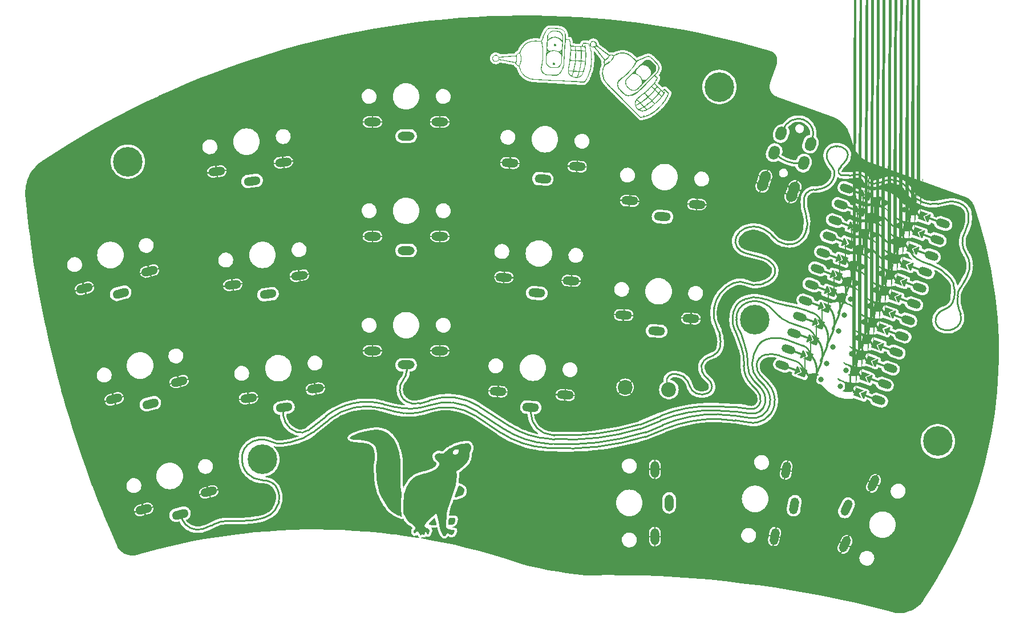
<source format=gbr>
%TF.GenerationSoftware,KiCad,Pcbnew,7.0.10*%
%TF.CreationDate,2024-03-12T15:39:51+01:00*%
%TF.ProjectId,sheep_v1,73686565-705f-4763-912e-6b696361645f,rev?*%
%TF.SameCoordinates,Original*%
%TF.FileFunction,Copper,L1,Top*%
%TF.FilePolarity,Positive*%
%FSLAX46Y46*%
G04 Gerber Fmt 4.6, Leading zero omitted, Abs format (unit mm)*
G04 Created by KiCad (PCBNEW 7.0.10) date 2024-03-12 15:39:51*
%MOMM*%
%LPD*%
G01*
G04 APERTURE LIST*
G04 Aperture macros list*
%AMHorizOval*
0 Thick line with rounded ends*
0 $1 width*
0 $2 $3 position (X,Y) of the first rounded end (center of the circle)*
0 $4 $5 position (X,Y) of the second rounded end (center of the circle)*
0 Add line between two ends*
20,1,$1,$2,$3,$4,$5,0*
0 Add two circle primitives to create the rounded ends*
1,1,$1,$2,$3*
1,1,$1,$4,$5*%
%AMRotRect*
0 Rectangle, with rotation*
0 The origin of the aperture is its center*
0 $1 length*
0 $2 width*
0 $3 Rotation angle, in degrees counterclockwise*
0 Add horizontal line*
21,1,$1,$2,0,0,$3*%
%AMFreePoly0*
4,1,6,0.600001,0.200000,0.000000,-0.400000,-0.600001,0.200000,-0.600000,0.400000,0.600000,0.400000,0.600001,0.200000,0.600001,0.200000,$1*%
%AMFreePoly1*
4,1,52,0.086104,0.207873,0.159099,0.159099,0.207873,0.086104,0.225000,0.000000,0.216511,-0.042675,0.347518,-0.222810,0.503452,-0.458811,0.637585,-0.707849,0.748837,-0.967915,0.836311,-1.236913,0.899302,-1.512674,0.937300,-1.792973,0.950000,-2.075551,0.950000,-2.392692,0.938535,-2.700964,0.904202,-3.007533,0.847191,-3.310704,0.767817,-3.608802,0.666519,-3.900183,0.543856,-4.183233,
-0.164680,-5.664718,-0.215168,-5.723708,-0.288388,-5.749550,-0.364718,-5.735320,-0.423708,-5.684832,-0.449550,-5.611612,-0.435320,-5.535282,0.273217,-4.053796,0.347412,-3.898769,0.467498,-3.576694,0.558408,-3.245201,0.619420,-2.906925,0.650047,-2.564559,0.650000,-2.392692,0.650000,-2.075551,0.649994,-1.926076,0.618721,-1.628765,0.556519,-1.336356,0.464070,-1.052058,0.342389,-0.778992,
0.192810,-0.520152,0.104897,-0.399262,-0.025530,-0.219921,-0.086104,-0.207873,-0.159099,-0.159099,-0.207873,-0.086104,-0.225000,0.000000,-0.207873,0.086104,-0.159099,0.159099,-0.086104,0.207873,0.000000,0.225000,0.086104,0.207873,0.086104,0.207873,$1*%
%AMFreePoly2*
4,1,6,0.600000,-0.250000,-0.600000,-0.250000,-0.600000,1.000000,0.000000,0.400000,0.600000,1.000001,0.600000,-0.250000,0.600000,-0.250000,$1*%
%AMFreePoly3*
4,1,53,0.364718,5.735320,0.423708,5.684831,0.449550,5.611612,0.435320,5.535282,-0.273217,4.053795,-0.347411,3.898769,-0.467497,3.576694,-0.558407,3.245200,-0.619420,2.906925,-0.650047,2.564559,-0.650000,2.392692,-0.649999,2.075551,-0.649993,1.926075,-0.618720,1.628764,-0.556519,1.336356,-0.464070,1.052058,-0.342389,0.778992,-0.192810,0.520152,-0.104898,0.399262,0.025530,0.219921,
0.086104,0.207873,0.159099,0.159099,0.207873,0.086104,0.225000,0.000000,0.207873,-0.086104,0.159099,-0.159099,0.086104,-0.207873,0.000000,-0.225000,-0.086104,-0.207873,-0.159099,-0.159099,-0.207873,-0.086104,-0.225000,0.000000,-0.216511,0.042675,-0.347518,0.222810,-0.503451,0.458811,-0.637585,0.707849,-0.748837,0.967915,-0.836311,1.236913,-0.899302,1.512674,-0.937299,1.792973,
-0.950000,2.075551,-0.950000,2.392692,-0.938533,2.700964,-0.904201,3.007533,-0.847190,3.310704,-0.767817,3.608802,-0.666519,3.900182,-0.543858,4.183227,-0.543857,4.183232,0.164680,5.664718,0.215168,5.723708,0.288388,5.749550,0.364718,5.735320,0.364718,5.735320,$1*%
G04 Aperture macros list end*
%TA.AperFunction,ComponentPad*%
%ADD10HorizOval,1.600000X0.085505X0.234923X-0.085505X-0.234923X0*%
%TD*%
%TA.AperFunction,ComponentPad*%
%ADD11HorizOval,1.600000X-0.085505X-0.234923X0.085505X0.234923X0*%
%TD*%
%TA.AperFunction,ComponentPad*%
%ADD12HorizOval,1.600000X-0.068404X-0.187939X0.068404X0.187939X0*%
%TD*%
%TA.AperFunction,ComponentPad*%
%ADD13HorizOval,1.600000X0.068404X0.187939X-0.068404X-0.187939X0*%
%TD*%
%TA.AperFunction,ComponentPad*%
%ADD14O,2.500000X1.300000*%
%TD*%
%TA.AperFunction,ComponentPad*%
%ADD15HorizOval,1.200000X0.422862X-0.153909X-0.422862X0.153909X0*%
%TD*%
%TA.AperFunction,SMDPad,CuDef*%
%ADD16RotRect,0.300000X2.700000X70.000000*%
%TD*%
%TA.AperFunction,SMDPad,CuDef*%
%ADD17FreePoly0,70.000000*%
%TD*%
%TA.AperFunction,SMDPad,CuDef*%
%ADD18FreePoly0,250.000000*%
%TD*%
%TA.AperFunction,SMDPad,CuDef*%
%ADD19RotRect,0.300000X2.700000X250.000000*%
%TD*%
%TA.AperFunction,SMDPad,CuDef*%
%ADD20FreePoly1,70.000000*%
%TD*%
%TA.AperFunction,SMDPad,CuDef*%
%ADD21FreePoly2,70.000000*%
%TD*%
%TA.AperFunction,ComponentPad*%
%ADD22C,0.800000*%
%TD*%
%TA.AperFunction,ComponentPad*%
%ADD23C,0.848528*%
%TD*%
%TA.AperFunction,SMDPad,CuDef*%
%ADD24FreePoly2,250.000000*%
%TD*%
%TA.AperFunction,SMDPad,CuDef*%
%ADD25FreePoly3,70.000000*%
%TD*%
%TA.AperFunction,ComponentPad*%
%ADD26HorizOval,1.300000X-0.599178X0.031402X0.599178X-0.031402X0*%
%TD*%
%TA.AperFunction,ComponentPad*%
%ADD27HorizOval,1.300000X-0.104189X-0.590885X0.104189X0.590885X0*%
%TD*%
%TA.AperFunction,ComponentPad*%
%ADD28HorizOval,1.300000X-0.594161X-0.083504X0.594161X0.083504X0*%
%TD*%
%TA.AperFunction,ComponentPad*%
%ADD29HorizOval,1.300000X-0.579555X-0.155291X0.579555X0.155291X0*%
%TD*%
%TA.AperFunction,ComponentPad*%
%ADD30C,4.400000*%
%TD*%
%TA.AperFunction,ComponentPad*%
%ADD31C,2.200000*%
%TD*%
%TA.AperFunction,ComponentPad*%
%ADD32HorizOval,1.300000X0.253571X0.543785X-0.253571X-0.543785X0*%
%TD*%
%TA.AperFunction,ComponentPad*%
%ADD33O,1.300000X2.500000*%
%TD*%
%TA.AperFunction,Conductor*%
%ADD34C,0.250000*%
%TD*%
G04 APERTURE END LIST*
%TA.AperFunction,EtchedComponent*%
%TO.C,G\u002A\u002A\u002A*%
G36*
X136086971Y-58676688D02*
G01*
X136211397Y-58711916D01*
X136279284Y-58737868D01*
X136334860Y-58763575D01*
X136386998Y-58795865D01*
X136444570Y-58841566D01*
X136516452Y-58907508D01*
X136611515Y-59000520D01*
X136696358Y-59085146D01*
X137004471Y-59393258D01*
X137069722Y-59585117D01*
X137117796Y-59795820D01*
X137115712Y-60005077D01*
X137063292Y-60223393D01*
X137058873Y-60236077D01*
X137003595Y-60392325D01*
X135651627Y-61751741D01*
X135383713Y-62020919D01*
X135151243Y-62253964D01*
X134951505Y-62453502D01*
X134781784Y-62622155D01*
X134639365Y-62762551D01*
X134521537Y-62877314D01*
X134425584Y-62969068D01*
X134348792Y-63040439D01*
X134288450Y-63094051D01*
X134241841Y-63132529D01*
X134206252Y-63158499D01*
X134182416Y-63172816D01*
X134065292Y-63218468D01*
X133919113Y-63253261D01*
X133768839Y-63272689D01*
X133639433Y-63272248D01*
X133634541Y-63271694D01*
X133460345Y-63234018D01*
X133294019Y-63160721D01*
X133125103Y-63046317D01*
X132999814Y-62938928D01*
X132882354Y-62824538D01*
X132882093Y-62824285D01*
X132773418Y-62707188D01*
X132688707Y-62603913D01*
X132673626Y-62583029D01*
X132568889Y-62386798D01*
X132512446Y-62173763D01*
X132506259Y-61987712D01*
X132641602Y-61987712D01*
X132652262Y-62174716D01*
X132699130Y-62348042D01*
X132729585Y-62412663D01*
X132787466Y-62497103D01*
X132876920Y-62603466D01*
X132986514Y-62720379D01*
X133104816Y-62836467D01*
X133220392Y-62940357D01*
X133321810Y-63020675D01*
X133375600Y-63055337D01*
X133487290Y-63100013D01*
X133628019Y-63123754D01*
X133718398Y-63128920D01*
X133829806Y-63129354D01*
X133925704Y-63120568D01*
X134013436Y-63098286D01*
X134100349Y-63058231D01*
X134193788Y-62996126D01*
X134301098Y-62907698D01*
X134429625Y-62788667D01*
X134586714Y-62634759D01*
X134614187Y-62607411D01*
X135004721Y-62218132D01*
X135004721Y-62049118D01*
X134979630Y-61783984D01*
X134906076Y-61538254D01*
X134786632Y-61316826D01*
X134623876Y-61124596D01*
X134442975Y-60980918D01*
X134231479Y-60867498D01*
X134008625Y-60800011D01*
X134003117Y-60799426D01*
X133766376Y-60774262D01*
X133564423Y-60768582D01*
X133139901Y-61205418D01*
X132715379Y-61642254D01*
X132669204Y-61807606D01*
X132641602Y-61987712D01*
X132506259Y-61987712D01*
X132505127Y-61953676D01*
X132547761Y-61736287D01*
X132592093Y-61622916D01*
X132605962Y-61596259D01*
X132625372Y-61565810D01*
X132653064Y-61528697D01*
X132691782Y-61482046D01*
X132744267Y-61422984D01*
X132813261Y-61348639D01*
X132901505Y-61256137D01*
X133011741Y-61142605D01*
X133146712Y-61005169D01*
X133309161Y-60840957D01*
X133501828Y-60647096D01*
X133713517Y-60434697D01*
X134091200Y-60434697D01*
X134098837Y-60522127D01*
X134102450Y-60545986D01*
X134123686Y-60678856D01*
X134293159Y-60748440D01*
X134388203Y-60792434D01*
X134475085Y-60845917D01*
X134569152Y-60919550D01*
X134672949Y-61012134D01*
X134812207Y-61152488D01*
X134918741Y-61291262D01*
X135005622Y-61447970D01*
X135074418Y-61611520D01*
X135111189Y-61640021D01*
X135186184Y-61659261D01*
X135283837Y-61668023D01*
X135388584Y-61665091D01*
X135484857Y-61649250D01*
X135500545Y-61644792D01*
X135544650Y-61628223D01*
X135589898Y-61602902D01*
X135643458Y-61562892D01*
X135712499Y-61502256D01*
X135804190Y-61415058D01*
X135925701Y-61295361D01*
X135941648Y-61279505D01*
X136275553Y-60947300D01*
X136301200Y-60808532D01*
X136318960Y-60591590D01*
X136290206Y-60371656D01*
X136242960Y-60212528D01*
X136211444Y-60128861D01*
X136180119Y-60063272D01*
X136140004Y-60003051D01*
X136082117Y-59935487D01*
X135997476Y-59847869D01*
X135955577Y-59805820D01*
X135854842Y-59706814D01*
X135779257Y-59638573D01*
X135716728Y-59592225D01*
X135655158Y-59558902D01*
X135582450Y-59529736D01*
X135575692Y-59527282D01*
X135365659Y-59475115D01*
X135138821Y-59459860D01*
X134973635Y-59473842D01*
X134844101Y-59494301D01*
X134500086Y-59838315D01*
X134356322Y-59984496D01*
X134248535Y-60101766D01*
X134172425Y-60197775D01*
X134123698Y-60280168D01*
X134098055Y-60356593D01*
X134091200Y-60434697D01*
X133713517Y-60434697D01*
X133727456Y-60420711D01*
X133988787Y-60158931D01*
X133999037Y-60148668D01*
X134259582Y-59887867D01*
X134484659Y-59662788D01*
X134677210Y-59470643D01*
X134840174Y-59308643D01*
X134976493Y-59174002D01*
X135089109Y-59063932D01*
X135180963Y-58975643D01*
X135254996Y-58906351D01*
X135314149Y-58853265D01*
X135361363Y-58813600D01*
X135399579Y-58784566D01*
X135431741Y-58763376D01*
X135460786Y-58747243D01*
X135489658Y-58733378D01*
X135494638Y-58731102D01*
X135678840Y-58673840D01*
X135882590Y-58655534D01*
X136086971Y-58676688D01*
G37*
%TD.AperFunction*%
%TA.AperFunction,EtchedComponent*%
G36*
X127903461Y-55854228D02*
G01*
X128052762Y-55922672D01*
X128169664Y-56027692D01*
X128247860Y-56160469D01*
X128281040Y-56312185D01*
X128279937Y-56380587D01*
X128270520Y-56489961D01*
X129193721Y-57209219D01*
X130116922Y-57928477D01*
X130204681Y-57900858D01*
X130315474Y-57878822D01*
X130443640Y-57872418D01*
X130570466Y-57880682D01*
X130677239Y-57902654D01*
X130733631Y-57928044D01*
X130783056Y-57956892D01*
X130826936Y-57962457D01*
X130883557Y-57942902D01*
X130954037Y-57905885D01*
X131287588Y-57749048D01*
X131620504Y-57646480D01*
X131952251Y-57598179D01*
X132282297Y-57604145D01*
X132610108Y-57664377D01*
X132935152Y-57778873D01*
X133196285Y-57911532D01*
X133279202Y-57962199D01*
X133360291Y-58018460D01*
X133447810Y-58087081D01*
X133550020Y-58174829D01*
X133675180Y-58288470D01*
X133808887Y-58413405D01*
X134214448Y-58795418D01*
X134840896Y-58498842D01*
X135058891Y-58395909D01*
X135234594Y-58313995D01*
X135374753Y-58250587D01*
X135486111Y-58203176D01*
X135575416Y-58169247D01*
X135649411Y-58146293D01*
X135714846Y-58131800D01*
X135778463Y-58123258D01*
X135847010Y-58118154D01*
X135866336Y-58117088D01*
X135962252Y-58112874D01*
X136043071Y-58113984D01*
X136115034Y-58124221D01*
X136184394Y-58147390D01*
X136257393Y-58187293D01*
X136340282Y-58247733D01*
X136439304Y-58332515D01*
X136560709Y-58445440D01*
X136710743Y-58590314D01*
X136821973Y-58698914D01*
X136990007Y-58863993D01*
X137123341Y-58997099D01*
X137226890Y-59103528D01*
X137305569Y-59188576D01*
X137364290Y-59257538D01*
X137407968Y-59315712D01*
X137438651Y-59363512D01*
X137538390Y-59574823D01*
X137586166Y-59785445D01*
X137581645Y-59996819D01*
X137524492Y-60210385D01*
X137414375Y-60427585D01*
X137250961Y-60649862D01*
X137103957Y-60809977D01*
X136984365Y-60930756D01*
X137174307Y-61120698D01*
X137277483Y-61228755D01*
X137338909Y-61305039D01*
X137359823Y-61351105D01*
X137359725Y-61354190D01*
X137342793Y-61407180D01*
X137302932Y-61494139D01*
X137246551Y-61603237D01*
X137180060Y-61722645D01*
X137109869Y-61840534D01*
X137042388Y-61945071D01*
X137029253Y-61964091D01*
X136974987Y-62048883D01*
X136939683Y-62118696D01*
X136930080Y-62160011D01*
X136930690Y-62161834D01*
X136953562Y-62189568D01*
X137010101Y-62249938D01*
X137095058Y-62337583D01*
X137203185Y-62447140D01*
X137329233Y-62573248D01*
X137464997Y-62707635D01*
X137983764Y-63218543D01*
X138099673Y-63131811D01*
X138187730Y-63072323D01*
X138277193Y-63021585D01*
X138311171Y-63005829D01*
X138406759Y-62966580D01*
X138714735Y-63285129D01*
X139022710Y-63603680D01*
X138960230Y-63791186D01*
X138854806Y-64054744D01*
X138706962Y-64342583D01*
X138519820Y-64649256D01*
X138296505Y-64969313D01*
X138246625Y-65035972D01*
X138151095Y-65154804D01*
X138026088Y-65299398D01*
X137880330Y-65460616D01*
X137722550Y-65629321D01*
X137561475Y-65796375D01*
X137405833Y-65952644D01*
X137264352Y-66088985D01*
X137145759Y-66196266D01*
X137108417Y-66227589D01*
X136721375Y-66520750D01*
X136338165Y-66767936D01*
X135961463Y-66967809D01*
X135593941Y-67119028D01*
X135238276Y-67220255D01*
X135062201Y-67252215D01*
X134805098Y-67289463D01*
X134750383Y-67234964D01*
X132375702Y-64869682D01*
X132069216Y-64564307D01*
X131771122Y-64267101D01*
X131483948Y-63980592D01*
X131210221Y-63707310D01*
X130952469Y-63449782D01*
X130713216Y-63210539D01*
X130494993Y-62992111D01*
X130300323Y-62797026D01*
X130131736Y-62627813D01*
X129991757Y-62487002D01*
X129882915Y-62377122D01*
X129807734Y-62300702D01*
X129770077Y-62261702D01*
X129530333Y-61970068D01*
X129340531Y-61662360D01*
X129201197Y-61341850D01*
X129112860Y-61011809D01*
X129080297Y-60714362D01*
X129219330Y-60714362D01*
X129263600Y-61040790D01*
X129358447Y-61360948D01*
X129503357Y-61669839D01*
X129610113Y-61841821D01*
X129632298Y-61872763D01*
X129660836Y-61909186D01*
X129697709Y-61953112D01*
X129744895Y-62006569D01*
X129804378Y-62071582D01*
X129878137Y-62150176D01*
X129968154Y-62244376D01*
X130076410Y-62356209D01*
X130204884Y-62487700D01*
X130355560Y-62640872D01*
X130530417Y-62817754D01*
X130731435Y-63020371D01*
X130960596Y-63250746D01*
X131219882Y-63510906D01*
X131511272Y-63802878D01*
X131836748Y-64128685D01*
X132198291Y-64490354D01*
X132292834Y-64584902D01*
X134846639Y-67138708D01*
X134974545Y-67122391D01*
X135077631Y-67108011D01*
X135177478Y-67092211D01*
X135201072Y-67088059D01*
X135299694Y-67070046D01*
X135247850Y-67019459D01*
X135216003Y-66975115D01*
X135230638Y-66935302D01*
X135244080Y-66920799D01*
X135290276Y-66892173D01*
X135339202Y-66910382D01*
X135349491Y-66918178D01*
X135386531Y-66960004D01*
X135377440Y-67001812D01*
X135368720Y-67014326D01*
X135354216Y-67040841D01*
X135371788Y-67045900D01*
X135428938Y-67029702D01*
X135465866Y-67016848D01*
X135566785Y-66970701D01*
X135629335Y-66920186D01*
X135635491Y-66911268D01*
X135672954Y-66872008D01*
X135719928Y-66879818D01*
X135721876Y-66880813D01*
X135758779Y-66886984D01*
X135816950Y-66873604D01*
X135904487Y-66837870D01*
X136029494Y-66776975D01*
X136045944Y-66768588D01*
X136433640Y-66545469D01*
X136821002Y-66274479D01*
X137200656Y-65961678D01*
X137565228Y-65613127D01*
X137897061Y-65247103D01*
X138129953Y-64955485D01*
X138344214Y-64656308D01*
X138534124Y-64358738D01*
X138693966Y-64071942D01*
X138818022Y-63805089D01*
X138853637Y-63713437D01*
X138881929Y-63635966D01*
X138626319Y-63380356D01*
X138370709Y-63124746D01*
X138278572Y-63176832D01*
X138183567Y-63235005D01*
X138134356Y-63280711D01*
X138126792Y-63323020D01*
X138156727Y-63371004D01*
X138179009Y-63394558D01*
X138230505Y-63442792D01*
X138261250Y-63453524D01*
X138288234Y-63428411D01*
X138303141Y-63406665D01*
X138353178Y-63357268D01*
X138403640Y-63344691D01*
X138439166Y-63371184D01*
X138444364Y-63385987D01*
X138443890Y-63417707D01*
X138427755Y-63464172D01*
X138392548Y-63531366D01*
X138334857Y-63625272D01*
X138251273Y-63751871D01*
X138156333Y-63891084D01*
X137827499Y-64332969D01*
X137465776Y-64748922D01*
X137065919Y-65144102D01*
X136622685Y-65523671D01*
X136205019Y-65837113D01*
X136130828Y-65892791D01*
X136101785Y-65913225D01*
X135879053Y-66061851D01*
X135684423Y-66173987D01*
X135509253Y-66253245D01*
X135489217Y-66259340D01*
X135344902Y-66303239D01*
X135182730Y-66327579D01*
X135101812Y-66331229D01*
X134882181Y-66307896D01*
X134668738Y-66234485D01*
X134591958Y-66188663D01*
X134469016Y-66115292D01*
X134442031Y-66090997D01*
X134689624Y-66090997D01*
X134714404Y-66113590D01*
X134779439Y-66137535D01*
X134870770Y-66159798D01*
X134974441Y-66177345D01*
X135076491Y-66187147D01*
X135135693Y-66187914D01*
X135242412Y-66177411D01*
X135354864Y-66155240D01*
X135460072Y-66125440D01*
X135545062Y-66092055D01*
X135596856Y-66059123D01*
X135606600Y-66041280D01*
X135588327Y-66009887D01*
X135539088Y-65953482D01*
X135468673Y-65883071D01*
X135451752Y-65867201D01*
X135295982Y-65722773D01*
X134992804Y-65899885D01*
X134933341Y-65935158D01*
X134879426Y-65967140D01*
X134785338Y-66024897D01*
X134719349Y-66067605D01*
X134690266Y-66089711D01*
X134689624Y-66090997D01*
X134442031Y-66090997D01*
X134345331Y-66003937D01*
X134290548Y-65954614D01*
X134167874Y-65798690D01*
X134034281Y-65562412D01*
X134006444Y-65481937D01*
X134164803Y-65481937D01*
X134164984Y-65516317D01*
X134193411Y-65580458D01*
X134242463Y-65663234D01*
X134304516Y-65753523D01*
X134371946Y-65840198D01*
X134437131Y-65912137D01*
X134490244Y-65956833D01*
X134522094Y-65973730D01*
X134555306Y-65978037D01*
X134599902Y-65966415D01*
X134665899Y-65935524D01*
X134763322Y-65882026D01*
X134831624Y-65843077D01*
X134976408Y-65760800D01*
X135077945Y-65700031D01*
X135138493Y-65652483D01*
X135143369Y-65642959D01*
X135450764Y-65642959D01*
X135483288Y-65690865D01*
X135552081Y-65766629D01*
X135596704Y-65811968D01*
X135766647Y-65981910D01*
X135988498Y-65828783D01*
X136167818Y-65702114D01*
X136341546Y-65574042D01*
X136499616Y-65452318D01*
X136631960Y-65344690D01*
X136727351Y-65260018D01*
X136830528Y-65161284D01*
X136657461Y-64988217D01*
X136580198Y-64913044D01*
X136518308Y-64856752D01*
X136480875Y-64827418D01*
X136474232Y-64825311D01*
X136433637Y-64861092D01*
X136358955Y-64922642D01*
X136259357Y-65002753D01*
X136144011Y-65094225D01*
X136022088Y-65189849D01*
X135902757Y-65282422D01*
X135795188Y-65364741D01*
X135708549Y-65429600D01*
X135667196Y-65459407D01*
X135576965Y-65523351D01*
X135503190Y-65577096D01*
X135457861Y-65611854D01*
X135450825Y-65618014D01*
X135450764Y-65642959D01*
X135143369Y-65642959D01*
X135160308Y-65609873D01*
X135145652Y-65563916D01*
X135096780Y-65506326D01*
X135015951Y-65428822D01*
X134959159Y-65375150D01*
X134721127Y-65147917D01*
X134454262Y-65304104D01*
X134345666Y-65368369D01*
X134254120Y-65423864D01*
X134190072Y-65464173D01*
X134164803Y-65481937D01*
X134006444Y-65481937D01*
X133994053Y-65446114D01*
X133954708Y-65332365D01*
X133932398Y-65136952D01*
X134074102Y-65136952D01*
X134074876Y-65232107D01*
X134083590Y-65304247D01*
X134100545Y-65339622D01*
X134105688Y-65341114D01*
X134141011Y-65328294D01*
X134208786Y-65294204D01*
X134296684Y-65246024D01*
X134392373Y-65190934D01*
X134483520Y-65136114D01*
X134557797Y-65088742D01*
X134585704Y-65068470D01*
X134875106Y-65068470D01*
X134892967Y-65098810D01*
X134935939Y-65148342D01*
X135009010Y-65223923D01*
X135086949Y-65302212D01*
X135326618Y-65541881D01*
X135532074Y-65400217D01*
X135636720Y-65325362D01*
X135764096Y-65230168D01*
X135902607Y-65123726D01*
X136040662Y-65015133D01*
X136166669Y-64913477D01*
X136269034Y-64827854D01*
X136323609Y-64779358D01*
X136382111Y-64724729D01*
X136586269Y-64724729D01*
X136769053Y-64907512D01*
X136951836Y-65090296D01*
X137328846Y-64688504D01*
X137448757Y-64559721D01*
X137560136Y-64438267D01*
X137655941Y-64331963D01*
X137729130Y-64248630D01*
X137772660Y-64196091D01*
X137775246Y-64192650D01*
X137844636Y-64098587D01*
X137835033Y-64088984D01*
X137662429Y-63916380D01*
X137577366Y-63832521D01*
X137522199Y-63782690D01*
X137489145Y-63761692D01*
X137470421Y-63764333D01*
X137459980Y-63781234D01*
X137435965Y-63813895D01*
X137379848Y-63879434D01*
X137297289Y-63971581D01*
X137193945Y-64084067D01*
X137075473Y-64210623D01*
X137013004Y-64276512D01*
X136586269Y-64724729D01*
X136382111Y-64724729D01*
X136388245Y-64719001D01*
X136150713Y-64481468D01*
X135913180Y-64243936D01*
X135722738Y-64409242D01*
X135636280Y-64481722D01*
X135526483Y-64569991D01*
X135402630Y-64667005D01*
X135274006Y-64765713D01*
X135149890Y-64859067D01*
X135039569Y-64940018D01*
X134952324Y-65001517D01*
X134897437Y-65036517D01*
X134894771Y-65037936D01*
X134877370Y-65050465D01*
X134875106Y-65068470D01*
X134585704Y-65068470D01*
X134602869Y-65056001D01*
X134610686Y-65047092D01*
X134595257Y-65019468D01*
X134548740Y-64963307D01*
X134479148Y-64887875D01*
X134425685Y-64833244D01*
X134330220Y-64739654D01*
X134263894Y-64685318D01*
X134217666Y-64670755D01*
X134182498Y-64696476D01*
X134149349Y-64763000D01*
X134116418Y-64850883D01*
X134095174Y-64932590D01*
X134080969Y-65032530D01*
X134074102Y-65136952D01*
X133932398Y-65136952D01*
X133929149Y-65108490D01*
X133957599Y-64890727D01*
X133969035Y-64861364D01*
X134040053Y-64679020D01*
X134060610Y-64641584D01*
X134101335Y-64575070D01*
X134139495Y-64522831D01*
X134307568Y-64522831D01*
X134529350Y-64744613D01*
X134626487Y-64840478D01*
X134693744Y-64902629D01*
X134738739Y-64936750D01*
X134769090Y-64948528D01*
X134792414Y-64943644D01*
X134794554Y-64942513D01*
X134871211Y-64894712D01*
X134979098Y-64819943D01*
X135107767Y-64726181D01*
X135246767Y-64621405D01*
X135385652Y-64513590D01*
X135513971Y-64410715D01*
X135621278Y-64320755D01*
X135688732Y-64259858D01*
X135784972Y-64167445D01*
X136028986Y-64167445D01*
X136256690Y-64395149D01*
X136484394Y-64622853D01*
X136833248Y-64269824D01*
X136953756Y-64146564D01*
X137068587Y-64026730D01*
X137169043Y-63919571D01*
X137246431Y-63834340D01*
X137285145Y-63789082D01*
X137388188Y-63661370D01*
X137379236Y-63652000D01*
X137351670Y-63623150D01*
X137580724Y-63623150D01*
X137755201Y-63808745D01*
X137929678Y-63994339D01*
X137989139Y-63908076D01*
X138042401Y-63829436D01*
X138103061Y-63738008D01*
X138120624Y-63711152D01*
X138192648Y-63600493D01*
X138033994Y-63441839D01*
X137958794Y-63368742D01*
X137897903Y-63313443D01*
X137861528Y-63285081D01*
X137856772Y-63283186D01*
X137832745Y-63303360D01*
X137785702Y-63356852D01*
X137724782Y-63433115D01*
X137709465Y-63453167D01*
X137580724Y-63623150D01*
X137351670Y-63623150D01*
X137155348Y-63417686D01*
X136922508Y-63174005D01*
X136843218Y-63278623D01*
X136799694Y-63331345D01*
X136726140Y-63415302D01*
X136629958Y-63522265D01*
X136518547Y-63644008D01*
X136399307Y-63772301D01*
X136396457Y-63775344D01*
X136028986Y-64167445D01*
X135784972Y-64167445D01*
X135811355Y-64142111D01*
X135585385Y-63916183D01*
X135365579Y-63696418D01*
X135359416Y-63690256D01*
X134924551Y-64034151D01*
X134786131Y-64143634D01*
X134656501Y-64246198D01*
X134543880Y-64335339D01*
X134456486Y-64404553D01*
X134402534Y-64447335D01*
X134398628Y-64450439D01*
X134307568Y-64522831D01*
X134139495Y-64522831D01*
X134146131Y-64513746D01*
X134201391Y-64451573D01*
X134273507Y-64382514D01*
X134368873Y-64300531D01*
X134493879Y-64199586D01*
X134654919Y-64073641D01*
X134693694Y-64043622D01*
X135057882Y-63753141D01*
X135238351Y-63600228D01*
X135461769Y-63600228D01*
X135697158Y-63835618D01*
X135932548Y-64071007D01*
X136338394Y-63640362D01*
X136460418Y-63509907D01*
X136571667Y-63389133D01*
X136665978Y-63284878D01*
X136737189Y-63203979D01*
X136779139Y-63153272D01*
X136785666Y-63144087D01*
X136827090Y-63078455D01*
X136818715Y-63070544D01*
X137008890Y-63070544D01*
X137246841Y-63308495D01*
X137484791Y-63546446D01*
X137554149Y-63452352D01*
X137617263Y-63366266D01*
X137680665Y-63279119D01*
X137688026Y-63268939D01*
X137752546Y-63179621D01*
X137520379Y-62936615D01*
X137288212Y-62693609D01*
X137238537Y-62768122D01*
X137191707Y-62834280D01*
X137129517Y-62917203D01*
X137098876Y-62956589D01*
X137008890Y-63070544D01*
X136818715Y-63070544D01*
X136708409Y-62966345D01*
X136630078Y-62892351D01*
X136433065Y-62706246D01*
X136117945Y-63006476D01*
X135993999Y-63123522D01*
X135868058Y-63240646D01*
X135752313Y-63346627D01*
X135658954Y-63430245D01*
X135632297Y-63453466D01*
X135461769Y-63600228D01*
X135238351Y-63600228D01*
X135407647Y-63456782D01*
X135739014Y-63158636D01*
X136048012Y-62862796D01*
X136319781Y-62584507D01*
X136522853Y-62584507D01*
X136715150Y-62776804D01*
X136806537Y-62868218D01*
X136869817Y-62922651D01*
X136917269Y-62938991D01*
X136961174Y-62916128D01*
X137013811Y-62852950D01*
X137087457Y-62748346D01*
X137091387Y-62742754D01*
X137191944Y-62599789D01*
X137008622Y-62416467D01*
X136825300Y-62233145D01*
X136748311Y-62334592D01*
X136682077Y-62416418D01*
X136613010Y-62493883D01*
X136597088Y-62510273D01*
X136522853Y-62584507D01*
X136319781Y-62584507D01*
X136330669Y-62573358D01*
X136583009Y-62294412D01*
X136801061Y-62030054D01*
X136980852Y-61784375D01*
X137118408Y-61561470D01*
X137137407Y-61525942D01*
X137175115Y-61443113D01*
X137195782Y-61376241D01*
X137196314Y-61346122D01*
X137168541Y-61312048D01*
X137110164Y-61255583D01*
X137033134Y-61188201D01*
X137022980Y-61179740D01*
X136865706Y-61049415D01*
X135631169Y-62282610D01*
X135364479Y-62548650D01*
X135133172Y-62778557D01*
X134934494Y-62974980D01*
X134765691Y-63140563D01*
X134624012Y-63277956D01*
X134506701Y-63389805D01*
X134411006Y-63478758D01*
X134334173Y-63547462D01*
X134273450Y-63598563D01*
X134226080Y-63634710D01*
X134221565Y-63637889D01*
X134132810Y-63703191D01*
X134059092Y-63763602D01*
X134014492Y-63807471D01*
X134011104Y-63812022D01*
X133987083Y-63844978D01*
X133988632Y-63831643D01*
X133996747Y-63810247D01*
X134007933Y-63773203D01*
X133989723Y-63773756D01*
X133958854Y-63790921D01*
X133913638Y-63830802D01*
X133899926Y-63862618D01*
X133886497Y-63910572D01*
X133879440Y-63919713D01*
X133866346Y-63917163D01*
X133868077Y-63898838D01*
X133860150Y-63865151D01*
X133820978Y-63862718D01*
X133761314Y-63888230D01*
X133691909Y-63938381D01*
X133668098Y-63960363D01*
X133613397Y-64008475D01*
X133576942Y-64030088D01*
X133568968Y-64027300D01*
X133584933Y-63996435D01*
X133611689Y-63977554D01*
X133649345Y-63951895D01*
X133640739Y-63941422D01*
X133592356Y-63948043D01*
X133551012Y-63959701D01*
X133488726Y-63988208D01*
X133455289Y-64020008D01*
X133454370Y-64022839D01*
X133443892Y-64037096D01*
X133436377Y-64016638D01*
X133423328Y-63995010D01*
X133407533Y-64018352D01*
X133386121Y-64041947D01*
X133373356Y-64027456D01*
X133340140Y-64010219D01*
X133294172Y-64017535D01*
X133196404Y-64039484D01*
X133066474Y-64049638D01*
X132925319Y-64047984D01*
X132793875Y-64034507D01*
X132718387Y-64017892D01*
X132617164Y-63979753D01*
X132511910Y-63922829D01*
X132397134Y-63842750D01*
X132267342Y-63735151D01*
X132117042Y-63595663D01*
X131940741Y-63419918D01*
X131854013Y-63330495D01*
X131795604Y-63269476D01*
X131720764Y-63191292D01*
X131619908Y-63083601D01*
X131545603Y-63000247D01*
X131492011Y-62934055D01*
X131453291Y-62877851D01*
X131423603Y-62824461D01*
X131399382Y-62771966D01*
X131331200Y-62553888D01*
X131307359Y-62325145D01*
X131309915Y-62296341D01*
X131451695Y-62296341D01*
X131469614Y-62483775D01*
X131514851Y-62661461D01*
X131566140Y-62777401D01*
X131605024Y-62833290D01*
X131673090Y-62913268D01*
X131773098Y-63020280D01*
X131907811Y-63157269D01*
X132079990Y-63327177D01*
X132103995Y-63350595D01*
X132252784Y-63495370D01*
X132368789Y-63607132D01*
X132458120Y-63690892D01*
X132526887Y-63751657D01*
X132581198Y-63794436D01*
X132627163Y-63824240D01*
X132670892Y-63846075D01*
X132718492Y-63864951D01*
X132741659Y-63873402D01*
X132844032Y-63903574D01*
X132942631Y-63914143D01*
X133060076Y-63906506D01*
X133127053Y-63897203D01*
X133475878Y-63818527D01*
X133804592Y-63693800D01*
X134106090Y-63526123D01*
X134292756Y-63388477D01*
X134352237Y-63335989D01*
X134444322Y-63250149D01*
X134565132Y-63134835D01*
X134710788Y-62993924D01*
X134877412Y-62831295D01*
X135061125Y-62650823D01*
X135258050Y-62456388D01*
X135464306Y-62251865D01*
X135676017Y-62041133D01*
X135889304Y-61828069D01*
X136100286Y-61616549D01*
X136305088Y-61410452D01*
X136499828Y-61213655D01*
X136680631Y-61030036D01*
X136843615Y-60863470D01*
X136984904Y-60717837D01*
X137100618Y-60597015D01*
X137186880Y-60504878D01*
X137239811Y-60445307D01*
X137251183Y-60430909D01*
X137367134Y-60241291D01*
X137433757Y-60060022D01*
X137453724Y-59879521D01*
X137453157Y-59858629D01*
X137440378Y-59735438D01*
X137409940Y-59616271D01*
X137358184Y-59495692D01*
X137281448Y-59368271D01*
X137176073Y-59228572D01*
X137038396Y-59071161D01*
X136864759Y-58890607D01*
X136675959Y-58705030D01*
X136543532Y-58577520D01*
X136442882Y-58482161D01*
X136366671Y-58413312D01*
X136307557Y-58365334D01*
X136258203Y-58332587D01*
X136211269Y-58309430D01*
X136159415Y-58290222D01*
X136118942Y-58276973D01*
X136036704Y-58253642D01*
X135958279Y-58240551D01*
X135877203Y-58239457D01*
X135787011Y-58252119D01*
X135681238Y-58280293D01*
X135553418Y-58325736D01*
X135397087Y-58390207D01*
X135205778Y-58475463D01*
X134973028Y-58583260D01*
X134946572Y-58595653D01*
X134743907Y-58690905D01*
X134584750Y-58766627D01*
X134463247Y-58826132D01*
X134373544Y-58872731D01*
X134309790Y-58909736D01*
X134266129Y-58940458D01*
X134236709Y-58968209D01*
X134215677Y-58996303D01*
X134204041Y-59015766D01*
X134164948Y-59084531D01*
X134108867Y-59183049D01*
X134045755Y-59293830D01*
X134022656Y-59334353D01*
X133851312Y-59606541D01*
X133639132Y-59896297D01*
X133393133Y-60195332D01*
X133120328Y-60495353D01*
X132827732Y-60788069D01*
X132664572Y-60939636D01*
X132522773Y-61067401D01*
X132409699Y-61167634D01*
X132314026Y-61249605D01*
X132224428Y-61322586D01*
X132129583Y-61395843D01*
X132018166Y-61478648D01*
X131906753Y-61559988D01*
X131751218Y-61679148D01*
X131637010Y-61782930D01*
X131556920Y-61880496D01*
X131503738Y-61981012D01*
X131470253Y-62093642D01*
X131464626Y-62121975D01*
X131451695Y-62296341D01*
X131309915Y-62296341D01*
X131327459Y-62098655D01*
X131391099Y-61887340D01*
X131429236Y-61808902D01*
X131464227Y-61748451D01*
X131499354Y-61699993D01*
X131544588Y-61654075D01*
X131609898Y-61601242D01*
X131705257Y-61532041D01*
X131767283Y-61488374D01*
X131981829Y-61334681D01*
X132169983Y-61191731D01*
X132344528Y-61048700D01*
X132518249Y-60894762D01*
X132703931Y-60719093D01*
X132874186Y-60551132D01*
X133123615Y-60294284D01*
X133337380Y-60056645D01*
X133524688Y-59826690D01*
X133694748Y-59592890D01*
X133856769Y-59343721D01*
X133913863Y-59249776D01*
X133983785Y-59131827D01*
X134042361Y-59031011D01*
X134084499Y-58956246D01*
X134105103Y-58916454D01*
X134106325Y-58912685D01*
X134087485Y-58884390D01*
X134035804Y-58826396D01*
X133958534Y-58745756D01*
X133862927Y-58649520D01*
X133756236Y-58544741D01*
X133645714Y-58438470D01*
X133538616Y-58337758D01*
X133442192Y-58249659D01*
X133363697Y-58181224D01*
X133312791Y-58141162D01*
X133008382Y-57958429D01*
X132696942Y-57828932D01*
X132380138Y-57752882D01*
X132059635Y-57730490D01*
X131737103Y-57761965D01*
X131414205Y-57847517D01*
X131307101Y-57887957D01*
X131134453Y-57962379D01*
X131007938Y-58027921D01*
X130920959Y-58089026D01*
X130866915Y-58150138D01*
X130843576Y-58200047D01*
X130793459Y-58320558D01*
X130715385Y-58464693D01*
X130618976Y-58616752D01*
X130513851Y-58761041D01*
X130458728Y-58828027D01*
X130232489Y-59048650D01*
X129966971Y-59234498D01*
X129787189Y-59329414D01*
X129668015Y-59389967D01*
X129581493Y-59449260D01*
X129515101Y-59520643D01*
X129456318Y-59617468D01*
X129395107Y-59747454D01*
X129284570Y-60062695D01*
X129226149Y-60386664D01*
X129219330Y-60714362D01*
X129080297Y-60714362D01*
X129076043Y-60675507D01*
X129091274Y-60336218D01*
X129159080Y-59997211D01*
X129279987Y-59661757D01*
X129333468Y-59548731D01*
X129376879Y-59458381D01*
X129396630Y-59394196D01*
X129396410Y-59388916D01*
X129394121Y-59334068D01*
X129370759Y-59255892D01*
X129354852Y-59211774D01*
X129328602Y-59135749D01*
X129313898Y-59073217D01*
X129312229Y-59035505D01*
X129452154Y-59035505D01*
X129471326Y-59147528D01*
X129494009Y-59202995D01*
X129530483Y-59254843D01*
X129570110Y-59266554D01*
X129622537Y-59252983D01*
X129684793Y-59225301D01*
X129713835Y-59186059D01*
X129721672Y-59158908D01*
X129738705Y-59113969D01*
X129773292Y-59100982D01*
X129824025Y-59106286D01*
X129894023Y-59103851D01*
X129950026Y-59080011D01*
X129979388Y-59044264D01*
X129969461Y-59006109D01*
X129968310Y-59005014D01*
X129964135Y-59001047D01*
X129945500Y-58959933D01*
X129945605Y-58959715D01*
X130013609Y-58959715D01*
X130032840Y-58959715D01*
X130032839Y-58940485D01*
X130013610Y-58940485D01*
X130013609Y-58959715D01*
X129945605Y-58959715D01*
X129964195Y-58921283D01*
X130006021Y-58904961D01*
X130028975Y-58910355D01*
X130061878Y-58942775D01*
X130059335Y-58964413D01*
X130055602Y-58989710D01*
X130085578Y-58987961D01*
X130133924Y-58960336D01*
X130205051Y-58899419D01*
X130289162Y-58815469D01*
X130376462Y-58718749D01*
X130457155Y-58619519D01*
X130515027Y-58538108D01*
X130581176Y-58428315D01*
X130646530Y-58307716D01*
X130681257Y-58236350D01*
X130717509Y-58152818D01*
X130730301Y-58103784D01*
X130719322Y-58074529D01*
X130684261Y-58050337D01*
X130677235Y-58046417D01*
X130535812Y-57997721D01*
X130379661Y-58000827D01*
X130321810Y-58013945D01*
X130253407Y-58034591D01*
X130211828Y-58058588D01*
X130180703Y-58101120D01*
X130143660Y-58177368D01*
X130142216Y-58180486D01*
X130069090Y-58300650D01*
X129962598Y-58429190D01*
X129838153Y-58550600D01*
X129711165Y-58649378D01*
X129629070Y-58696726D01*
X129534925Y-58750946D01*
X129483603Y-58807569D01*
X129478201Y-58818378D01*
X129454076Y-58916792D01*
X129452154Y-59035505D01*
X129312229Y-59035505D01*
X129311111Y-59010240D01*
X129320617Y-58932878D01*
X129342787Y-58827192D01*
X129367995Y-58720764D01*
X129365414Y-58700366D01*
X129364481Y-58698369D01*
X129349026Y-58665301D01*
X129316182Y-58611901D01*
X129264227Y-58536495D01*
X129190509Y-58435414D01*
X129092376Y-58304986D01*
X128967175Y-58141543D01*
X128812253Y-57941413D01*
X128706469Y-57805457D01*
X128558369Y-57615117D01*
X128419894Y-57436648D01*
X128294816Y-57274949D01*
X128186903Y-57134912D01*
X128099924Y-57021433D01*
X128037650Y-56939409D01*
X128003851Y-56893733D01*
X127999590Y-56887474D01*
X127964738Y-56855819D01*
X127902260Y-56840222D01*
X127799653Y-56837425D01*
X127653165Y-56820417D01*
X127628484Y-56817552D01*
X127537638Y-56777147D01*
X128081028Y-56777147D01*
X128191326Y-56916834D01*
X128233943Y-56971268D01*
X128305089Y-57062684D01*
X128400059Y-57185013D01*
X128514145Y-57332183D01*
X128642642Y-57498124D01*
X128780841Y-57676765D01*
X128894522Y-57823834D01*
X129031952Y-58000973D01*
X129159250Y-58163674D01*
X129272542Y-58307094D01*
X129367955Y-58426386D01*
X129441615Y-58516702D01*
X129489649Y-58573201D01*
X129507920Y-58591146D01*
X129541772Y-58578848D01*
X129605087Y-58547529D01*
X129645914Y-58525338D01*
X129756668Y-58445386D01*
X129869726Y-58334528D01*
X129966954Y-58212260D01*
X130018707Y-58124531D01*
X130042258Y-58062600D01*
X130032637Y-58024422D01*
X129995823Y-57994385D01*
X129960196Y-57968229D01*
X129886939Y-57912538D01*
X129781233Y-57831317D01*
X129648263Y-57728575D01*
X129493213Y-57608316D01*
X129321265Y-57474547D01*
X129137606Y-57331275D01*
X129125492Y-57321811D01*
X128941801Y-57178481D01*
X128769964Y-57044751D01*
X128615076Y-56924562D01*
X128482236Y-56821855D01*
X128376540Y-56740570D01*
X128303087Y-56684647D01*
X128266973Y-56658026D01*
X128265913Y-56657321D01*
X128224804Y-56640042D01*
X128187480Y-56656385D01*
X128146561Y-56699754D01*
X128081028Y-56777147D01*
X127537638Y-56777147D01*
X127484617Y-56753565D01*
X127435858Y-56708067D01*
X127373278Y-56649672D01*
X127299692Y-56510080D01*
X127276687Y-56416421D01*
X127276723Y-56383506D01*
X127402555Y-56383506D01*
X127405348Y-56409362D01*
X127449953Y-56520833D01*
X127526643Y-56617281D01*
X127620337Y-56680734D01*
X127638814Y-56687576D01*
X127705076Y-56700492D01*
X127749539Y-56679692D01*
X127756591Y-56671384D01*
X127782968Y-56671384D01*
X127782968Y-56690614D01*
X127802198Y-56690613D01*
X127802198Y-56671384D01*
X127782968Y-56671384D01*
X127756591Y-56671384D01*
X127776480Y-56647951D01*
X127816537Y-56604449D01*
X127847243Y-56604027D01*
X127862217Y-56616615D01*
X127882683Y-56643440D01*
X127857368Y-56644007D01*
X127850272Y-56642539D01*
X127820266Y-56643335D01*
X127825155Y-56655294D01*
X127883232Y-56682262D01*
X127952261Y-56667398D01*
X128022766Y-56619276D01*
X128085271Y-56546471D01*
X128130302Y-56457556D01*
X128148351Y-56362820D01*
X128128199Y-56221568D01*
X128067289Y-56106502D01*
X127974735Y-56023094D01*
X127859652Y-55976812D01*
X127731155Y-55973130D01*
X127598360Y-56017514D01*
X127585169Y-56024822D01*
X127516146Y-56071220D01*
X127472441Y-56124485D01*
X127435633Y-56205873D01*
X127410352Y-56297456D01*
X127402555Y-56383506D01*
X127276723Y-56383506D01*
X127276853Y-56262631D01*
X127322472Y-56122042D01*
X127405480Y-56001890D01*
X127517811Y-55909406D01*
X127651400Y-55851825D01*
X127798184Y-55836382D01*
X127903461Y-55854228D01*
G37*
%TD.AperFunction*%
%TA.AperFunction,EtchedComponent*%
G36*
X107081279Y-126750479D02*
G01*
X107266479Y-126785609D01*
X107319286Y-126815709D01*
X107328072Y-126938982D01*
X107294164Y-127159560D01*
X107266387Y-127275437D01*
X107170633Y-127524331D01*
X107021182Y-127671673D01*
X106778828Y-127741005D01*
X106465750Y-127756187D01*
X106332894Y-127734184D01*
X106276416Y-127635938D01*
X106265823Y-127437625D01*
X106278859Y-127092709D01*
X106332484Y-126883712D01*
X106453088Y-126777251D01*
X106667063Y-126739943D01*
X106819878Y-126736789D01*
X107081279Y-126750479D01*
G37*
%TD.AperFunction*%
%TA.AperFunction,EtchedComponent*%
G36*
X104280079Y-126811105D02*
G01*
X104347097Y-126997096D01*
X104414071Y-127239330D01*
X104465695Y-127482374D01*
X104486664Y-127670794D01*
X104486667Y-127672457D01*
X104466231Y-127771111D01*
X104377627Y-127819753D01*
X104179913Y-127833012D01*
X104042167Y-127831283D01*
X103758046Y-127818408D01*
X103527639Y-127796535D01*
X103449500Y-127782579D01*
X103323904Y-127710304D01*
X103301334Y-127660219D01*
X103358349Y-127567516D01*
X103503996Y-127400084D01*
X103700175Y-127195876D01*
X103908785Y-126992845D01*
X104091728Y-126828945D01*
X104210902Y-126742130D01*
X104228322Y-126736789D01*
X104280079Y-126811105D01*
G37*
%TD.AperFunction*%
%TA.AperFunction,EtchedComponent*%
G36*
X108079533Y-122023120D02*
G01*
X108215901Y-122086119D01*
X108444055Y-122214311D01*
X108560002Y-122336859D01*
X108607478Y-122514336D01*
X108619373Y-122644899D01*
X108592470Y-123027913D01*
X108446052Y-123292150D01*
X108177001Y-123442223D01*
X108064474Y-123466892D01*
X107813365Y-123521896D01*
X107616870Y-123589400D01*
X107599316Y-123598287D01*
X107391051Y-123676428D01*
X107256117Y-123660439D01*
X107229520Y-123556953D01*
X107238780Y-123529933D01*
X107291429Y-123382065D01*
X107377289Y-123121084D01*
X107480205Y-122796396D01*
X107509607Y-122701672D01*
X107612911Y-122381880D01*
X107703942Y-122126123D01*
X107767250Y-121976987D01*
X107779170Y-121958695D01*
X107882242Y-121957128D01*
X108079533Y-122023120D01*
G37*
%TD.AperFunction*%
%TA.AperFunction,EtchedComponent*%
G36*
X96314094Y-113743918D02*
G01*
X96674389Y-113841686D01*
X97245058Y-114114334D01*
X97749411Y-114538757D01*
X98188533Y-115116464D01*
X98563508Y-115848964D01*
X98875419Y-116737767D01*
X98950346Y-117010033D01*
X99018545Y-117278658D01*
X99070976Y-117514694D01*
X99109585Y-117745811D01*
X99136319Y-117999683D01*
X99153124Y-118303979D01*
X99161947Y-118686373D01*
X99164734Y-119174535D01*
X99163432Y-119796137D01*
X99162478Y-120025752D01*
X99161768Y-120760964D01*
X99167405Y-121347681D01*
X99180324Y-121807218D01*
X99201464Y-122160894D01*
X99231761Y-122430026D01*
X99272151Y-122635931D01*
X99278200Y-122659197D01*
X99348825Y-122998094D01*
X99356785Y-123310515D01*
X99311480Y-123658472D01*
X99279723Y-123950240D01*
X99261919Y-124344820D01*
X99257226Y-124798635D01*
X99264799Y-125268108D01*
X99283795Y-125709659D01*
X99313371Y-126079711D01*
X99352683Y-126334685D01*
X99364068Y-126375752D01*
X99392780Y-126496907D01*
X99359511Y-126548182D01*
X99237844Y-126529376D01*
X99001362Y-126440292D01*
X98837617Y-126371794D01*
X98261584Y-126074165D01*
X97752274Y-125689196D01*
X97291213Y-125196827D01*
X96859926Y-124576997D01*
X96439939Y-123809646D01*
X96396412Y-123721070D01*
X96154083Y-123187837D01*
X95966808Y-122682322D01*
X95824008Y-122161599D01*
X95715104Y-121582740D01*
X95629520Y-120902819D01*
X95584906Y-120427853D01*
X95542827Y-119649375D01*
X95561705Y-118972885D01*
X95590168Y-118686382D01*
X95665502Y-117917402D01*
X95682102Y-117288094D01*
X95636049Y-116777379D01*
X95523425Y-116364178D01*
X95340310Y-116027411D01*
X95082786Y-115745998D01*
X95036101Y-115706099D01*
X94626337Y-115445007D01*
X94125612Y-115275244D01*
X93509404Y-115189936D01*
X93147133Y-115176775D01*
X92646551Y-115155056D01*
X92223767Y-115103469D01*
X91902967Y-115027353D01*
X91708337Y-114932043D01*
X91659667Y-114848574D01*
X91734584Y-114713144D01*
X91962374Y-114556050D01*
X92347590Y-114374804D01*
X92894789Y-114166919D01*
X92931574Y-114153999D01*
X93908073Y-113858925D01*
X94788695Y-113692941D01*
X95586387Y-113654966D01*
X96314094Y-113743918D01*
G37*
%TD.AperFunction*%
%TA.AperFunction,EtchedComponent*%
G36*
X109319684Y-115683426D02*
G01*
X109468541Y-115822961D01*
X109475855Y-115832192D01*
X109624410Y-116149025D01*
X109632821Y-116501623D01*
X109549264Y-116739531D01*
X109488773Y-116918250D01*
X109431170Y-117202496D01*
X109391845Y-117504385D01*
X109283945Y-118036331D01*
X109058266Y-118484614D01*
X108694034Y-118884267D01*
X108463847Y-119069143D01*
X108180835Y-119283158D01*
X107897614Y-119504171D01*
X107788667Y-119591794D01*
X107492334Y-119833933D01*
X107512268Y-120503254D01*
X107483847Y-121138164D01*
X107361283Y-121864310D01*
X107141640Y-122693687D01*
X106821981Y-123638295D01*
X106608196Y-124196858D01*
X106411041Y-124703197D01*
X106268841Y-125097725D01*
X106169786Y-125424767D01*
X106102066Y-125728647D01*
X106053869Y-126053691D01*
X106015528Y-126421203D01*
X105978477Y-126857169D01*
X105949035Y-127278119D01*
X105930868Y-127627095D01*
X105926825Y-127798662D01*
X105937810Y-128061321D01*
X105989027Y-128216093D01*
X106108453Y-128324546D01*
X106187397Y-128372074D01*
X106444101Y-128468267D01*
X106750653Y-128518592D01*
X106816865Y-128520736D01*
X107052955Y-128537345D01*
X107209154Y-128579097D01*
X107234630Y-128599673D01*
X107231115Y-128719513D01*
X107162052Y-128919488D01*
X107133794Y-128979858D01*
X106958662Y-129214141D01*
X106748484Y-129282277D01*
X106503794Y-129184119D01*
X106471349Y-129160561D01*
X106229884Y-129044155D01*
X106032370Y-129085282D01*
X105910595Y-129242809D01*
X105775800Y-129419969D01*
X105613189Y-129433401D01*
X105431566Y-129285258D01*
X105302168Y-129094147D01*
X105231607Y-128955752D01*
X105162486Y-128780991D01*
X105089549Y-128549539D01*
X105007541Y-128241069D01*
X104911206Y-127835255D01*
X104795291Y-127311769D01*
X104654539Y-126650287D01*
X104587387Y-126329462D01*
X104529000Y-126049560D01*
X104244787Y-126260271D01*
X103889596Y-126546586D01*
X103548140Y-126862725D01*
X103241391Y-127184197D01*
X102990320Y-127486513D01*
X102815898Y-127745182D01*
X102739097Y-127935713D01*
X102748728Y-128007347D01*
X102854501Y-128100160D01*
X103051964Y-128223097D01*
X103132000Y-128265886D01*
X103389749Y-128413852D01*
X103510330Y-128536960D01*
X103516322Y-128666708D01*
X103479716Y-128750892D01*
X103385938Y-128958016D01*
X103352505Y-129051672D01*
X103263275Y-129184858D01*
X103144259Y-129159345D01*
X103047334Y-129030435D01*
X102930298Y-128885040D01*
X102834299Y-128884369D01*
X102793358Y-129028062D01*
X102793334Y-129033101D01*
X102732216Y-129197686D01*
X102593064Y-129271667D01*
X102442179Y-129221470D01*
X102434989Y-129214570D01*
X102329692Y-129178721D01*
X102235338Y-129267003D01*
X102154708Y-129351894D01*
X102095131Y-129308476D01*
X102037330Y-129172699D01*
X101899662Y-128902111D01*
X101747538Y-128742003D01*
X101605824Y-128706742D01*
X101499385Y-128810695D01*
X101483483Y-128852687D01*
X101377954Y-129023940D01*
X101241822Y-129063393D01*
X101123555Y-128962046D01*
X101105830Y-128922833D01*
X101087713Y-128727017D01*
X101193747Y-128557736D01*
X101331265Y-128373603D01*
X101369171Y-128208555D01*
X101295377Y-128041846D01*
X101097791Y-127852734D01*
X100764325Y-127620474D01*
X100579882Y-127504475D01*
X100337405Y-127328427D01*
X100147844Y-127114805D01*
X99967022Y-126809956D01*
X99902549Y-126681842D01*
X99618334Y-126101939D01*
X99618334Y-124784080D01*
X99621536Y-124248625D01*
X99633876Y-123842519D01*
X99659455Y-123525288D01*
X99702371Y-123256456D01*
X99766724Y-122995548D01*
X99816359Y-122829097D01*
X100112363Y-122053151D01*
X100477556Y-121424973D01*
X100923891Y-120932432D01*
X101463322Y-120563395D01*
X102107803Y-120305731D01*
X102370000Y-120237402D01*
X103178106Y-120022194D01*
X103831598Y-119783628D01*
X104326395Y-119523611D01*
X104658413Y-119244054D01*
X104744850Y-119126988D01*
X104884894Y-118826895D01*
X104883575Y-118576171D01*
X104733558Y-118334762D01*
X104571334Y-118179623D01*
X104325562Y-117904102D01*
X104229028Y-117638078D01*
X104285760Y-117400347D01*
X104380834Y-117290961D01*
X104629996Y-117133221D01*
X104898112Y-117103396D01*
X105121164Y-117148159D01*
X105288602Y-117185490D01*
X105424381Y-117175077D01*
X105472035Y-117150871D01*
X106968240Y-117150871D01*
X107057182Y-117268717D01*
X107281598Y-117306864D01*
X107325018Y-117307358D01*
X107580147Y-117260436D01*
X107701021Y-117143043D01*
X107770663Y-116926469D01*
X107788667Y-116760769D01*
X107756086Y-116596646D01*
X107624447Y-116544378D01*
X107571434Y-116542809D01*
X107253111Y-116604312D01*
X107049601Y-116784149D01*
X106991482Y-116926750D01*
X106968240Y-117150871D01*
X105472035Y-117150871D01*
X105575078Y-117098530D01*
X105787270Y-116937459D01*
X105910272Y-116836596D01*
X106302868Y-116535749D01*
X106691425Y-116295283D01*
X107115501Y-116097769D01*
X107614655Y-115925780D01*
X108228445Y-115761887D01*
X108488382Y-115700757D01*
X108870001Y-115627700D01*
X109133637Y-115620131D01*
X109319684Y-115683426D01*
G37*
%TD.AperFunction*%
%TA.AperFunction,EtchedComponent*%
G36*
X121938277Y-59124193D02*
G01*
X122091808Y-59138978D01*
X122091185Y-59278903D01*
X122088074Y-59353825D01*
X122080607Y-59408396D01*
X122071972Y-59428845D01*
X122040816Y-59434333D01*
X121979043Y-59438320D01*
X121917078Y-59439737D01*
X121780775Y-59440613D01*
X121782759Y-59275011D01*
X121784745Y-59109409D01*
X121938277Y-59124193D01*
G37*
%TD.AperFunction*%
%TA.AperFunction,EtchedComponent*%
G36*
X122085278Y-56338628D02*
G01*
X122237798Y-56353337D01*
X122237247Y-56490498D01*
X122234354Y-56565724D01*
X122227405Y-56621544D01*
X122219800Y-56642873D01*
X122189865Y-56649691D01*
X122128690Y-56652308D01*
X122059467Y-56650571D01*
X121916034Y-56643054D01*
X121924396Y-56483487D01*
X121932759Y-56323920D01*
X122085278Y-56338628D01*
G37*
%TD.AperFunction*%
%TA.AperFunction,EtchedComponent*%
G36*
X122099525Y-54315328D02*
G01*
X122250676Y-54322928D01*
X122394040Y-54335347D01*
X122516469Y-54352025D01*
X122570713Y-54362950D01*
X122747300Y-54426772D01*
X122913558Y-54528044D01*
X123059732Y-54658866D01*
X123176063Y-54811337D01*
X123216654Y-54886118D01*
X123236884Y-54928710D01*
X123254562Y-54968113D01*
X123269703Y-55007394D01*
X123282320Y-55049620D01*
X123292426Y-55097862D01*
X123300036Y-55155189D01*
X123305163Y-55224667D01*
X123307820Y-55309367D01*
X123308020Y-55412358D01*
X123305778Y-55536706D01*
X123301107Y-55685483D01*
X123294018Y-55861755D01*
X123284528Y-56068592D01*
X123272650Y-56309062D01*
X123258395Y-56586234D01*
X123241780Y-56903176D01*
X123226778Y-57187745D01*
X123125858Y-59102331D01*
X123059218Y-59269161D01*
X122960068Y-59459299D01*
X122827431Y-59621215D01*
X122665282Y-59751109D01*
X122477593Y-59845175D01*
X122445236Y-59856722D01*
X122387748Y-59873099D01*
X122323716Y-59883906D01*
X122243832Y-59889770D01*
X122138794Y-59891318D01*
X121999297Y-59889177D01*
X121973042Y-59888531D01*
X121842303Y-59883374D01*
X121824733Y-59882680D01*
X121687644Y-59873420D01*
X121572869Y-59861689D01*
X121491502Y-59848426D01*
X121486941Y-59847368D01*
X121294757Y-59778941D01*
X121123573Y-59673262D01*
X120977990Y-59535367D01*
X120862612Y-59370294D01*
X120782038Y-59183078D01*
X120748420Y-59039069D01*
X120745721Y-58990986D01*
X120745721Y-58978337D01*
X120855326Y-58978337D01*
X120857700Y-59041319D01*
X120863116Y-59089484D01*
X120871810Y-59128933D01*
X120884018Y-59165768D01*
X120899976Y-59206087D01*
X120900567Y-59207543D01*
X120946304Y-59297046D01*
X121010434Y-59394673D01*
X121068632Y-59467281D01*
X121164065Y-59562051D01*
X121263606Y-59635838D01*
X121374524Y-59691094D01*
X121504089Y-59730271D01*
X121659570Y-59755822D01*
X121848234Y-59770200D01*
X121979020Y-59774456D01*
X122150094Y-59775430D01*
X122280541Y-59770141D01*
X122374696Y-59758337D01*
X122411828Y-59749210D01*
X122557407Y-59684127D01*
X122698200Y-59584920D01*
X122823422Y-59461771D01*
X122922288Y-59324861D01*
X122972426Y-59219902D01*
X122985781Y-59171469D01*
X122997942Y-59100057D01*
X123009373Y-59001033D01*
X123020542Y-58869766D01*
X123031917Y-58701625D01*
X123041830Y-58531050D01*
X123074221Y-57943160D01*
X123052735Y-57919815D01*
X122927710Y-57783966D01*
X122806978Y-57666228D01*
X122679643Y-57572842D01*
X122595039Y-57523474D01*
X122592036Y-57521985D01*
X122899867Y-57521985D01*
X122901072Y-57545075D01*
X122927424Y-57578268D01*
X122981449Y-57630795D01*
X123015988Y-57663705D01*
X123063759Y-57709470D01*
X123071658Y-57558751D01*
X123073304Y-57482776D01*
X123070025Y-57428525D01*
X123062539Y-57407751D01*
X123035579Y-57420063D01*
X122987269Y-57451476D01*
X122962803Y-57469180D01*
X122921285Y-57499764D01*
X122899867Y-57521985D01*
X122592036Y-57521985D01*
X122437257Y-57445227D01*
X122294990Y-57393889D01*
X122151029Y-57364962D01*
X121988164Y-57353947D01*
X121944637Y-57353470D01*
X121697776Y-57373154D01*
X121469715Y-57433979D01*
X121276482Y-57528000D01*
X121258802Y-57536603D01*
X121063388Y-57681678D01*
X121021218Y-57720398D01*
X120923604Y-57813345D01*
X120896892Y-57838780D01*
X120871544Y-58456239D01*
X120864104Y-58639490D01*
X120858764Y-58783524D01*
X120855759Y-58894439D01*
X120855326Y-58978337D01*
X120745721Y-58978337D01*
X120745718Y-58902295D01*
X120748188Y-58777160D01*
X120752908Y-58619740D01*
X120759652Y-58434200D01*
X120768198Y-58224700D01*
X120778320Y-57995404D01*
X120789797Y-57750472D01*
X120797517Y-57593439D01*
X120935128Y-57593439D01*
X121029235Y-57523282D01*
X121082251Y-57481629D01*
X121115956Y-57451046D01*
X121122425Y-57441722D01*
X121106889Y-57420914D01*
X121068103Y-57380054D01*
X121036833Y-57349441D01*
X120952154Y-57268562D01*
X120943641Y-57431001D01*
X120935128Y-57593439D01*
X120797517Y-57593439D01*
X120802402Y-57494067D01*
X120815912Y-57230351D01*
X120830105Y-56963487D01*
X120840776Y-56769835D01*
X120959459Y-56769835D01*
X120961043Y-56882801D01*
X120969985Y-56971260D01*
X120987697Y-57042128D01*
X121015586Y-57102317D01*
X121055065Y-57158743D01*
X121107543Y-57218320D01*
X121137278Y-57249561D01*
X121191039Y-57302756D01*
X121237238Y-57336652D01*
X121285693Y-57352240D01*
X121346233Y-57350509D01*
X121428677Y-57332449D01*
X121542850Y-57299049D01*
X121564060Y-57292550D01*
X121796241Y-57244628D01*
X122036129Y-57239720D01*
X122278412Y-57277393D01*
X122517776Y-57357211D01*
X122554751Y-57373546D01*
X122649409Y-57410692D01*
X122722922Y-57427285D01*
X122750262Y-57426625D01*
X122824046Y-57395172D01*
X122907370Y-57332751D01*
X122989239Y-57248839D01*
X123048188Y-57169704D01*
X123120176Y-57058161D01*
X123146594Y-56558148D01*
X123173011Y-56058135D01*
X123108977Y-55949510D01*
X122981605Y-55776597D01*
X122820700Y-55627706D01*
X122633585Y-55507165D01*
X122427584Y-55419302D01*
X122210021Y-55368444D01*
X122109079Y-55358719D01*
X121892603Y-55368962D01*
X121677983Y-55419554D01*
X121473666Y-55506543D01*
X121288096Y-55625982D01*
X121129718Y-55773919D01*
X121073890Y-55842856D01*
X121019542Y-55916251D01*
X120998853Y-55944192D01*
X120972725Y-56442728D01*
X120963822Y-56625449D01*
X120959459Y-56769835D01*
X120840776Y-56769835D01*
X120844755Y-56697635D01*
X120859638Y-56436959D01*
X120874532Y-56185620D01*
X120889211Y-55947780D01*
X120903452Y-55727602D01*
X120907138Y-55673758D01*
X121032251Y-55673758D01*
X121178811Y-55551673D01*
X121382324Y-55410671D01*
X121603681Y-55310510D01*
X121838837Y-55252542D01*
X122083750Y-55238114D01*
X122113931Y-55239390D01*
X122362737Y-55272662D01*
X122591007Y-55345696D01*
X122801711Y-55459819D01*
X122997820Y-55616357D01*
X123032000Y-55649340D01*
X123169025Y-55785189D01*
X123178271Y-55458277D01*
X123181417Y-55327480D01*
X123181558Y-55231860D01*
X123177623Y-55161281D01*
X123168541Y-55105603D01*
X123153244Y-55054690D01*
X123130659Y-54998403D01*
X123129406Y-54995469D01*
X123041139Y-54840143D01*
X122919168Y-54698627D01*
X122775136Y-54583815D01*
X122736833Y-54560674D01*
X122608081Y-54487837D01*
X122166455Y-54464692D01*
X122013788Y-54456917D01*
X121898687Y-54452097D01*
X121813429Y-54450632D01*
X121750294Y-54452923D01*
X121701561Y-54459368D01*
X121659510Y-54470370D01*
X121616419Y-54486326D01*
X121597167Y-54494184D01*
X121420645Y-54589914D01*
X121274504Y-54718147D01*
X121163719Y-54872559D01*
X121131250Y-54932228D01*
X121107939Y-54982893D01*
X121091494Y-55034729D01*
X121079623Y-55097902D01*
X121070031Y-55182585D01*
X121060424Y-55298948D01*
X121056809Y-55346724D01*
X121032251Y-55673758D01*
X120907138Y-55673758D01*
X120917032Y-55529248D01*
X120929725Y-55356879D01*
X120941309Y-55214657D01*
X120951558Y-55106746D01*
X120960250Y-55037306D01*
X120964922Y-55014885D01*
X121050153Y-54820135D01*
X121169004Y-54650855D01*
X121316834Y-54511212D01*
X121489001Y-54405377D01*
X121680866Y-54337514D01*
X121730828Y-54327068D01*
X121826454Y-54316837D01*
X121953735Y-54313111D01*
X122099525Y-54315328D01*
G37*
%TD.AperFunction*%
%TA.AperFunction,EtchedComponent*%
G36*
X121647260Y-53914555D02*
G01*
X121836759Y-53920417D01*
X121969909Y-53925495D01*
X122232184Y-53937546D01*
X122454249Y-53952009D01*
X122641235Y-53970012D01*
X122798272Y-53992686D01*
X122930488Y-54021160D01*
X123043012Y-54056564D01*
X123140976Y-54100026D01*
X123229509Y-54152678D01*
X123313741Y-54215647D01*
X123323253Y-54223492D01*
X123458867Y-54364624D01*
X123563116Y-54536598D01*
X123636201Y-54740046D01*
X123678331Y-54975602D01*
X123689710Y-55243899D01*
X123686503Y-55344872D01*
X123675127Y-55577050D01*
X123966772Y-55592334D01*
X124103854Y-55601236D01*
X124199394Y-55611623D01*
X124257199Y-55624041D01*
X124279913Y-55637133D01*
X124300327Y-55681994D01*
X124325350Y-55762848D01*
X124352904Y-55870826D01*
X124380908Y-55997059D01*
X124407281Y-56132679D01*
X124429944Y-56268817D01*
X124433148Y-56290474D01*
X124450567Y-56403419D01*
X124465540Y-56479172D01*
X124480533Y-56525632D01*
X124498011Y-56550701D01*
X124517696Y-56561433D01*
X124554885Y-56567427D01*
X124629502Y-56574589D01*
X124735015Y-56582599D01*
X124864893Y-56591140D01*
X125012607Y-56599893D01*
X125171623Y-56608538D01*
X125335414Y-56616756D01*
X125497448Y-56624229D01*
X125651194Y-56630637D01*
X125790121Y-56635661D01*
X125907698Y-56638983D01*
X125997396Y-56640284D01*
X126052683Y-56639244D01*
X126067167Y-56637112D01*
X126087239Y-56607444D01*
X126109771Y-56546920D01*
X126127573Y-56478539D01*
X126158126Y-56362135D01*
X126194422Y-56263907D01*
X126232425Y-56193306D01*
X126262628Y-56162315D01*
X126293499Y-56158305D01*
X126361848Y-56156973D01*
X126459882Y-56158227D01*
X126579806Y-56161977D01*
X126700797Y-56167450D01*
X126851517Y-56175180D01*
X126963978Y-56182582D01*
X127045157Y-56192607D01*
X127102030Y-56208207D01*
X127141579Y-56232335D01*
X127170780Y-56267941D01*
X127196611Y-56317976D01*
X127226051Y-56385394D01*
X127228313Y-56390578D01*
X127310751Y-56610320D01*
X127383722Y-56867851D01*
X127446103Y-57156376D01*
X127496774Y-57469103D01*
X127534610Y-57799238D01*
X127558491Y-58139986D01*
X127567060Y-58441894D01*
X127567819Y-58601916D01*
X127566668Y-58734064D01*
X127562969Y-58853170D01*
X127556084Y-58974073D01*
X127545376Y-59111605D01*
X127531642Y-59265099D01*
X127485371Y-59638056D01*
X127417124Y-60004177D01*
X127328746Y-60358682D01*
X127222079Y-60696797D01*
X127098969Y-61013743D01*
X126961259Y-61304740D01*
X126810796Y-61565014D01*
X126649420Y-61789785D01*
X126489825Y-61964051D01*
X126416342Y-62034006D01*
X126375714Y-62031873D01*
X122621689Y-61834718D01*
X122127318Y-61808764D01*
X121676085Y-61785055D01*
X121265833Y-61763424D01*
X120894409Y-61743703D01*
X120559658Y-61725725D01*
X120259423Y-61709321D01*
X119991550Y-61694322D01*
X119753882Y-61680560D01*
X119544267Y-61667869D01*
X119360547Y-61656079D01*
X119200568Y-61645023D01*
X119062175Y-61634533D01*
X118943212Y-61624440D01*
X118841524Y-61614576D01*
X118754956Y-61604774D01*
X118681353Y-61594865D01*
X118618560Y-61584681D01*
X118564421Y-61574054D01*
X118516781Y-61562817D01*
X118473485Y-61550800D01*
X118432379Y-61537836D01*
X118391305Y-61523758D01*
X118348110Y-61508396D01*
X118323192Y-61499526D01*
X118018090Y-61369049D01*
X117738641Y-61204201D01*
X117487444Y-61007774D01*
X117267100Y-60782563D01*
X117080211Y-60531362D01*
X116929379Y-60256962D01*
X116817203Y-59962159D01*
X116786094Y-59848789D01*
X116760577Y-59749403D01*
X116738582Y-59683992D01*
X116714959Y-59645097D01*
X116713302Y-59642367D01*
X116689266Y-59623322D01*
X116847381Y-59623322D01*
X116880835Y-59779157D01*
X116923164Y-59929137D01*
X116987551Y-60098763D01*
X117067088Y-60272778D01*
X117154866Y-60435926D01*
X117234012Y-60559188D01*
X117431395Y-60799178D01*
X117658329Y-61006319D01*
X117916605Y-61181980D01*
X118208014Y-61327524D01*
X118280189Y-61356992D01*
X118330079Y-61376777D01*
X118375722Y-61394843D01*
X118419281Y-61411372D01*
X118462922Y-61426544D01*
X118508806Y-61440543D01*
X118559100Y-61453548D01*
X118615964Y-61465742D01*
X118681566Y-61477307D01*
X118758066Y-61488423D01*
X118847630Y-61499272D01*
X118952421Y-61510036D01*
X119074603Y-61520897D01*
X119216341Y-61532036D01*
X119379797Y-61543634D01*
X119567135Y-61555874D01*
X119780520Y-61568935D01*
X120022114Y-61583002D01*
X120294083Y-61598253D01*
X120598590Y-61614872D01*
X120937798Y-61633040D01*
X121313871Y-61652939D01*
X121728973Y-61674749D01*
X122185268Y-61698652D01*
X122629940Y-61721948D01*
X126381648Y-61918639D01*
X126482630Y-61810113D01*
X126569579Y-61707311D01*
X126662339Y-61582172D01*
X126751452Y-61448790D01*
X126827460Y-61321262D01*
X126877582Y-61221463D01*
X126909968Y-61150743D01*
X126937810Y-61096370D01*
X126951766Y-61074471D01*
X126976961Y-61032283D01*
X127011548Y-60954487D01*
X127052679Y-60849153D01*
X127097511Y-60724349D01*
X127143197Y-60588142D01*
X127186891Y-60448599D01*
X127225747Y-60313792D01*
X127242853Y-60249191D01*
X127353916Y-59731861D01*
X127424207Y-59207300D01*
X127454466Y-58669066D01*
X127454902Y-58398433D01*
X127437580Y-57970655D01*
X127399695Y-57567686D01*
X127341892Y-57193511D01*
X127264821Y-56852113D01*
X127169128Y-56547479D01*
X127143290Y-56479842D01*
X127081168Y-56323296D01*
X126869539Y-56308960D01*
X126695809Y-56297229D01*
X126561813Y-56288866D01*
X126462019Y-56284400D01*
X126390891Y-56284361D01*
X126342899Y-56289279D01*
X126312507Y-56299684D01*
X126294183Y-56316104D01*
X126282392Y-56339071D01*
X126272684Y-56366086D01*
X126247735Y-56446148D01*
X126225325Y-56533341D01*
X126222738Y-56545146D01*
X126202489Y-56640601D01*
X126350207Y-56648343D01*
X126497925Y-56656084D01*
X126485237Y-56581612D01*
X126479685Y-56504848D01*
X126496965Y-56463768D01*
X126536026Y-56453694D01*
X126557903Y-56463050D01*
X126575965Y-56493690D01*
X126593172Y-56553366D01*
X126612482Y-56649831D01*
X126613899Y-56657663D01*
X126642249Y-56833202D01*
X126670181Y-57039493D01*
X126695948Y-57261946D01*
X126717804Y-57485975D01*
X126727979Y-57610593D01*
X126732471Y-57721060D01*
X126732843Y-57867868D01*
X126729550Y-58042231D01*
X126723047Y-58235366D01*
X126713787Y-58438486D01*
X126702229Y-58642807D01*
X126688825Y-58839546D01*
X126674032Y-59019915D01*
X126658304Y-59175130D01*
X126642097Y-59296407D01*
X126639981Y-59309208D01*
X126612395Y-59460476D01*
X126578279Y-59630687D01*
X126542427Y-59798158D01*
X126539839Y-59810249D01*
X126499280Y-59989566D01*
X126458811Y-60159045D01*
X126420636Y-60309095D01*
X126386961Y-60430121D01*
X126369134Y-60486902D01*
X126270176Y-60718756D01*
X126142866Y-60916440D01*
X125990053Y-61078703D01*
X125814589Y-61204295D01*
X125619321Y-61291968D01*
X125527065Y-61313052D01*
X125407101Y-61340468D01*
X125233492Y-61346665D01*
X125180778Y-61348547D01*
X124943202Y-61314954D01*
X124697223Y-61238440D01*
X124675763Y-61229813D01*
X124533232Y-61155556D01*
X124477221Y-61126374D01*
X124391728Y-61057752D01*
X124685084Y-61057752D01*
X124685615Y-61090844D01*
X124693731Y-61105572D01*
X124744002Y-61134702D01*
X124823992Y-61162002D01*
X124923639Y-61186046D01*
X125032880Y-61205410D01*
X125141655Y-61218673D01*
X125239899Y-61224410D01*
X125317553Y-61221197D01*
X125364553Y-61207609D01*
X125371086Y-61201419D01*
X125387686Y-61165863D01*
X125391804Y-61154964D01*
X125516030Y-61154964D01*
X125520917Y-61177214D01*
X125533661Y-61187182D01*
X125579432Y-61187009D01*
X125650279Y-61163313D01*
X125736111Y-61121215D01*
X125826836Y-61065836D01*
X125912359Y-61002296D01*
X125933138Y-60984504D01*
X125989967Y-60925992D01*
X126051424Y-60849633D01*
X126112118Y-60764035D01*
X126166661Y-60677803D01*
X126209662Y-60599544D01*
X126235731Y-60537864D01*
X126239477Y-60501370D01*
X126237587Y-60498378D01*
X126208562Y-60489448D01*
X126144315Y-60481193D01*
X126054979Y-60474646D01*
X125971687Y-60471315D01*
X125751844Y-60465556D01*
X125724320Y-60464835D01*
X125686104Y-60587735D01*
X125662312Y-60663442D01*
X125629768Y-60765940D01*
X125593677Y-60878869D01*
X125573628Y-60941277D01*
X125541110Y-61044842D01*
X125522336Y-61113456D01*
X125516030Y-61154964D01*
X125391804Y-61154964D01*
X125413822Y-61096682D01*
X125446288Y-61003783D01*
X125481880Y-60897073D01*
X125517393Y-60786456D01*
X125549621Y-60681839D01*
X125575361Y-60593131D01*
X125591408Y-60530235D01*
X125595038Y-60509155D01*
X125600036Y-60446966D01*
X125248515Y-60428543D01*
X125118924Y-60420600D01*
X125023515Y-60415928D01*
X124955185Y-60419835D01*
X124913381Y-60435214D01*
X124906830Y-60437624D01*
X124871350Y-60474602D01*
X124841641Y-60536074D01*
X124810601Y-60627344D01*
X124771127Y-60753719D01*
X124757968Y-60794963D01*
X124719901Y-60916387D01*
X124696059Y-61001792D01*
X124685084Y-61057752D01*
X124391728Y-61057752D01*
X124310677Y-60992695D01*
X124178386Y-60831234D01*
X124110687Y-60699213D01*
X124082603Y-60644447D01*
X124051024Y-60549269D01*
X124023424Y-60385909D01*
X124023391Y-60381735D01*
X124138680Y-60381735D01*
X124142502Y-60450063D01*
X124158669Y-60525841D01*
X124196039Y-60616926D01*
X124248881Y-60715055D01*
X124311463Y-60811970D01*
X124378054Y-60899409D01*
X124442922Y-60969113D01*
X124500335Y-61012820D01*
X124540167Y-61023215D01*
X124569108Y-60998529D01*
X124603375Y-60931218D01*
X124637246Y-60839347D01*
X124669216Y-60744383D01*
X124699291Y-60655931D01*
X124721769Y-60590741D01*
X124724570Y-60582762D01*
X124744933Y-60514757D01*
X124756834Y-60456020D01*
X124757130Y-60453247D01*
X124762146Y-60401772D01*
X124450413Y-60391753D01*
X124138680Y-60381735D01*
X124023391Y-60381735D01*
X124023088Y-60343204D01*
X125758257Y-60343204D01*
X126026756Y-60350851D01*
X126295256Y-60358497D01*
X126375172Y-60045583D01*
X126425177Y-59838565D01*
X126468898Y-59635407D01*
X126504763Y-59444819D01*
X126531200Y-59275514D01*
X126546640Y-59136200D01*
X126549828Y-59077387D01*
X126553268Y-58941309D01*
X126307756Y-58921972D01*
X126194226Y-58915256D01*
X126104775Y-58914408D01*
X126047602Y-58919352D01*
X126032853Y-58924535D01*
X126016105Y-58958040D01*
X125998933Y-59030175D01*
X125982800Y-59134253D01*
X125977565Y-59177915D01*
X125963841Y-59279856D01*
X125942205Y-59415616D01*
X125914590Y-59574736D01*
X125882930Y-59746759D01*
X125865624Y-59836159D01*
X125849158Y-59921226D01*
X125815207Y-60087681D01*
X125783010Y-60235667D01*
X125777830Y-60258321D01*
X125758257Y-60343204D01*
X124023088Y-60343204D01*
X124022732Y-60297808D01*
X124920582Y-60297808D01*
X125285924Y-60316955D01*
X125408838Y-60322800D01*
X125514192Y-60326670D01*
X125594428Y-60328381D01*
X125641983Y-60327746D01*
X125651799Y-60325928D01*
X125657069Y-60301030D01*
X125670894Y-60241733D01*
X125690996Y-60157684D01*
X125708684Y-60084780D01*
X125753403Y-59885676D01*
X125797962Y-59658945D01*
X125839279Y-59422228D01*
X125874267Y-59193163D01*
X125899280Y-58994626D01*
X125894173Y-58932372D01*
X125871864Y-58908028D01*
X125828221Y-58897684D01*
X125753081Y-58888714D01*
X125656475Y-58881428D01*
X125548434Y-58876139D01*
X125438995Y-58873159D01*
X125338189Y-58872797D01*
X125256049Y-58875367D01*
X125202608Y-58881180D01*
X125188058Y-58886793D01*
X125175478Y-58919870D01*
X125160888Y-58986956D01*
X125146471Y-59076893D01*
X125138528Y-59139682D01*
X125127984Y-59222592D01*
X125113614Y-59317529D01*
X125094453Y-59429668D01*
X125069535Y-59564184D01*
X125037892Y-59726252D01*
X124998562Y-59921046D01*
X124950576Y-60153745D01*
X124938131Y-60213567D01*
X124920582Y-60297808D01*
X124022732Y-60297808D01*
X124022418Y-60257791D01*
X124133821Y-60257791D01*
X124468155Y-60269028D01*
X124802490Y-60280265D01*
X124850288Y-60101093D01*
X124889146Y-59943120D01*
X124929949Y-59755875D01*
X124969536Y-59555154D01*
X125004749Y-59356752D01*
X125025564Y-59224600D01*
X125044474Y-59093418D01*
X125056429Y-59000076D01*
X125061588Y-58937619D01*
X125060112Y-58899092D01*
X125052163Y-58877539D01*
X125037901Y-58866007D01*
X125033907Y-58864113D01*
X124979293Y-58851548D01*
X124883503Y-58843088D01*
X124750543Y-58838938D01*
X124584427Y-58839300D01*
X124555111Y-58839789D01*
X124360112Y-58843396D01*
X124349879Y-58843586D01*
X124325556Y-59015113D01*
X124313585Y-59093295D01*
X124295245Y-59205291D01*
X124272367Y-59340303D01*
X124246775Y-59487537D01*
X124222746Y-59622609D01*
X124197770Y-59764957D01*
X124175511Y-59898633D01*
X124157371Y-60014673D01*
X124144750Y-60104112D01*
X124139051Y-60157985D01*
X124139041Y-60158185D01*
X124133821Y-60257791D01*
X124022418Y-60257791D01*
X124021881Y-60189484D01*
X124046259Y-59963958D01*
X124076878Y-59799236D01*
X124110903Y-59625906D01*
X124147056Y-59416037D01*
X124184097Y-59178319D01*
X124220785Y-58921443D01*
X124238144Y-58789207D01*
X126034301Y-58789207D01*
X126314034Y-58803868D01*
X126593767Y-58818528D01*
X126613414Y-58439170D01*
X126619894Y-58284984D01*
X126624277Y-58120532D01*
X126626278Y-57962334D01*
X126625612Y-57826910D01*
X126624662Y-57786856D01*
X126621170Y-57648427D01*
X126617192Y-57548605D01*
X126607711Y-57480869D01*
X126587711Y-57438697D01*
X126575654Y-57430848D01*
X126552176Y-57415563D01*
X126496091Y-57404948D01*
X126414439Y-57400327D01*
X126324407Y-57396411D01*
X126050264Y-57382043D01*
X126057237Y-57512989D01*
X126058586Y-57572296D01*
X126058650Y-57668915D01*
X126057519Y-57794827D01*
X126055284Y-57942008D01*
X126052036Y-58102432D01*
X126049256Y-58216571D01*
X126034301Y-58789207D01*
X124238144Y-58789207D01*
X124243909Y-58745287D01*
X125196242Y-58745287D01*
X125558523Y-58764273D01*
X125920805Y-58783259D01*
X125939289Y-58154034D01*
X125943798Y-57985712D01*
X125947173Y-57828936D01*
X125949335Y-57690409D01*
X125950204Y-57576834D01*
X125949701Y-57494910D01*
X125947747Y-57451342D01*
X125947634Y-57450471D01*
X125937495Y-57376133D01*
X125919988Y-57375216D01*
X125574760Y-57357123D01*
X125212025Y-57338113D01*
X125221045Y-57446457D01*
X125222861Y-57498531D01*
X125223258Y-57588492D01*
X125222320Y-57708892D01*
X125220133Y-57852284D01*
X125216777Y-58011221D01*
X125213154Y-58150044D01*
X125196242Y-58745287D01*
X124243909Y-58745287D01*
X124249610Y-58701856D01*
X124367530Y-58701856D01*
X124724864Y-58720583D01*
X125082197Y-58739310D01*
X125102721Y-58098836D01*
X125107656Y-57929790D01*
X125111318Y-57772958D01*
X125113629Y-57634822D01*
X125114510Y-57521864D01*
X125113880Y-57440565D01*
X125111663Y-57397407D01*
X125111322Y-57395287D01*
X125099398Y-57332211D01*
X125082031Y-57331300D01*
X124799901Y-57316515D01*
X124500404Y-57300819D01*
X124459699Y-57793574D01*
X124446016Y-57954217D01*
X124431658Y-58114125D01*
X124417636Y-58262617D01*
X124404965Y-58389008D01*
X124394657Y-58482614D01*
X124393262Y-58494093D01*
X124367530Y-58701856D01*
X124249610Y-58701856D01*
X124255878Y-58654103D01*
X124288139Y-58384989D01*
X124316325Y-58122795D01*
X124316708Y-58118972D01*
X124345869Y-57771414D01*
X124363298Y-57431448D01*
X124369206Y-57104131D01*
X124363803Y-56794516D01*
X124362980Y-56780209D01*
X124481084Y-56780209D01*
X124481493Y-56865620D01*
X124482843Y-56939327D01*
X124488400Y-57175285D01*
X124788148Y-57197331D01*
X125087896Y-57219377D01*
X125091560Y-57149478D01*
X125090996Y-57091429D01*
X125085982Y-57006821D01*
X125077739Y-56915321D01*
X125066071Y-56829768D01*
X125051882Y-56759738D01*
X125048449Y-56749730D01*
X125168930Y-56749730D01*
X125170238Y-56811990D01*
X125175231Y-56895128D01*
X125182867Y-56987087D01*
X125192105Y-57075811D01*
X125201902Y-57149246D01*
X125211220Y-57195333D01*
X125213976Y-57202421D01*
X125240579Y-57212085D01*
X125305943Y-57222213D01*
X125403484Y-57232055D01*
X125526621Y-57240864D01*
X125576223Y-57243651D01*
X125925922Y-57261978D01*
X125927987Y-57199635D01*
X125926510Y-57147156D01*
X125920712Y-57065909D01*
X125911785Y-56972148D01*
X125910271Y-56958202D01*
X125896832Y-56867912D01*
X125879959Y-56798461D01*
X126003685Y-56798461D01*
X126003851Y-56864230D01*
X126008345Y-56953538D01*
X126016546Y-57055650D01*
X126027832Y-57159830D01*
X126033844Y-57205183D01*
X126042759Y-57268101D01*
X126312729Y-57282250D01*
X126582700Y-57296399D01*
X126585717Y-57238825D01*
X126583809Y-57188874D01*
X126575992Y-57110022D01*
X126563877Y-57018096D01*
X126561886Y-57004802D01*
X126546428Y-56917123D01*
X126529891Y-56845293D01*
X126515421Y-56802591D01*
X126513127Y-56798817D01*
X126482120Y-56784889D01*
X126418406Y-56772529D01*
X126333761Y-56762481D01*
X126239957Y-56755488D01*
X126148767Y-56752292D01*
X126071964Y-56753636D01*
X126021321Y-56760264D01*
X126008467Y-56766969D01*
X126003685Y-56798461D01*
X125879959Y-56798461D01*
X125879792Y-56797772D01*
X125862095Y-56759466D01*
X125859557Y-56757182D01*
X125826037Y-56747566D01*
X125758874Y-56738102D01*
X125667897Y-56729314D01*
X125562938Y-56721731D01*
X125453825Y-56715876D01*
X125350390Y-56712277D01*
X125262460Y-56711460D01*
X125199868Y-56713951D01*
X125172441Y-56720275D01*
X125172345Y-56720404D01*
X125168930Y-56749730D01*
X125048449Y-56749730D01*
X125038124Y-56719632D01*
X125037352Y-56718457D01*
X125018218Y-56703866D01*
X124980251Y-56694398D01*
X124915888Y-56689234D01*
X124817562Y-56687559D01*
X124753461Y-56687773D01*
X124649811Y-56689089D01*
X124564278Y-56691223D01*
X124506164Y-56693873D01*
X124484879Y-56696530D01*
X124482240Y-56720588D01*
X124481084Y-56780209D01*
X124362980Y-56780209D01*
X124347299Y-56507657D01*
X124319905Y-56248608D01*
X124281830Y-56022425D01*
X124233286Y-55834162D01*
X124220029Y-55794983D01*
X124191849Y-55716175D01*
X123935886Y-55709190D01*
X123679924Y-55702204D01*
X123567157Y-57603909D01*
X123546551Y-57951228D01*
X123528307Y-58256490D01*
X123512076Y-58522914D01*
X123497508Y-58753719D01*
X123484251Y-58952125D01*
X123471956Y-59121351D01*
X123460273Y-59264615D01*
X123448851Y-59385136D01*
X123437339Y-59486135D01*
X123425389Y-59570829D01*
X123412646Y-59642437D01*
X123398765Y-59704180D01*
X123383392Y-59759276D01*
X123366178Y-59810943D01*
X123346772Y-59862402D01*
X123324825Y-59916871D01*
X123312000Y-59948163D01*
X123239650Y-60103754D01*
X123149295Y-60265494D01*
X123046706Y-60425470D01*
X122937654Y-60575771D01*
X122827910Y-60708483D01*
X122723247Y-60815698D01*
X122629433Y-60889501D01*
X122622059Y-60894031D01*
X122556933Y-60931363D01*
X122495649Y-60961229D01*
X122432649Y-60984134D01*
X122362379Y-61000575D01*
X122279278Y-61011058D01*
X122177793Y-61016083D01*
X122052367Y-61016152D01*
X121897444Y-61011768D01*
X121707466Y-61003433D01*
X121517698Y-60993794D01*
X121446009Y-60989985D01*
X121315941Y-60983074D01*
X121154009Y-60973939D01*
X121026422Y-60965790D01*
X120927700Y-60958027D01*
X120852363Y-60950051D01*
X120794933Y-60941262D01*
X120749928Y-60931060D01*
X120711869Y-60918847D01*
X120675277Y-60904022D01*
X120667943Y-60900819D01*
X120479446Y-60796284D01*
X120310728Y-60660060D01*
X120169882Y-60500004D01*
X120064998Y-60323974D01*
X120058015Y-60308558D01*
X120004284Y-60140020D01*
X119996254Y-60032434D01*
X120103915Y-60032434D01*
X120105319Y-60051787D01*
X120144137Y-60214715D01*
X120222482Y-60372474D01*
X120334540Y-60518651D01*
X120474501Y-60646830D01*
X120636548Y-60750592D01*
X120800493Y-60819086D01*
X120873190Y-60835253D01*
X120982928Y-60850847D01*
X121121396Y-60865424D01*
X121280278Y-60878539D01*
X121451262Y-60889748D01*
X121626032Y-60898607D01*
X121796275Y-60904670D01*
X121953676Y-60907495D01*
X122089923Y-60906636D01*
X122196699Y-60901648D01*
X122244532Y-60896276D01*
X122383579Y-60866542D01*
X122504081Y-60821389D01*
X122612856Y-60755622D01*
X122716726Y-60664045D01*
X122822513Y-60541466D01*
X122937038Y-60382687D01*
X122956094Y-60354377D01*
X123114589Y-60086435D01*
X123231965Y-59816160D01*
X123311928Y-59534280D01*
X123336430Y-59402827D01*
X123343063Y-59345707D01*
X123351471Y-59248349D01*
X123361445Y-59114718D01*
X123372778Y-58948779D01*
X123385263Y-58754496D01*
X123398690Y-58535832D01*
X123412852Y-58296754D01*
X123427542Y-58041224D01*
X123442549Y-57773207D01*
X123457667Y-57496669D01*
X123472687Y-57215573D01*
X123487401Y-56933883D01*
X123501601Y-56655565D01*
X123515080Y-56384582D01*
X123527628Y-56124900D01*
X123539037Y-55880481D01*
X123549101Y-55655291D01*
X123557611Y-55453295D01*
X123564357Y-55278455D01*
X123569134Y-55134738D01*
X123571730Y-55026107D01*
X123571941Y-54956527D01*
X123570913Y-54935854D01*
X123528219Y-54725341D01*
X123449292Y-54541859D01*
X123334769Y-54386236D01*
X123185282Y-54259297D01*
X123001464Y-54161873D01*
X122968142Y-54148792D01*
X122922998Y-54132493D01*
X122879473Y-54119082D01*
X122831984Y-54107953D01*
X122774950Y-54098498D01*
X122702789Y-54090113D01*
X122609917Y-54082190D01*
X122490753Y-54074124D01*
X122339714Y-54065308D01*
X122151219Y-54055137D01*
X122062802Y-54050486D01*
X121314978Y-54011294D01*
X121157324Y-54078891D01*
X121044639Y-54135677D01*
X120955239Y-54203637D01*
X120892074Y-54269377D01*
X120859953Y-54307499D01*
X120829922Y-54347387D01*
X120799952Y-54393290D01*
X120768011Y-54449457D01*
X120732068Y-54520132D01*
X120690094Y-54609567D01*
X120640058Y-54722009D01*
X120579929Y-54861704D01*
X120507677Y-55032901D01*
X120421270Y-55239848D01*
X120375187Y-55350681D01*
X120142992Y-55909603D01*
X120205550Y-56163032D01*
X120270683Y-56460131D01*
X120318739Y-56758515D01*
X120350590Y-57067734D01*
X120367115Y-57397338D01*
X120369185Y-57756877D01*
X120366075Y-57914593D01*
X120348564Y-58316632D01*
X120316811Y-58691650D01*
X120268887Y-59056278D01*
X120202865Y-59427148D01*
X120175262Y-59560859D01*
X120140841Y-59729967D01*
X120118016Y-59861138D01*
X120105977Y-59960064D01*
X120103915Y-60032434D01*
X119996254Y-60032434D01*
X119991238Y-59965228D01*
X120017531Y-59779161D01*
X120066090Y-59564760D01*
X120105822Y-59374205D01*
X120138061Y-59197604D01*
X120164145Y-59025068D01*
X120185405Y-58846708D01*
X120203178Y-58652633D01*
X120218799Y-58432953D01*
X120233557Y-58178622D01*
X120246212Y-57926301D01*
X120254697Y-57711378D01*
X120258909Y-57526077D01*
X120258742Y-57362621D01*
X120254091Y-57213234D01*
X120244852Y-57070140D01*
X120230918Y-56925563D01*
X120214855Y-56792206D01*
X120199749Y-56690334D01*
X120178498Y-56566761D01*
X120153406Y-56433039D01*
X120126780Y-56300726D01*
X120100926Y-56181379D01*
X120078149Y-56086551D01*
X120064403Y-56038254D01*
X120042822Y-55972201D01*
X119459449Y-55952680D01*
X119270311Y-55946840D01*
X119119417Y-55943524D01*
X118999713Y-55942895D01*
X118904146Y-55945112D01*
X118825661Y-55950341D01*
X118757210Y-55958743D01*
X118692448Y-55970335D01*
X118394746Y-56047178D01*
X118128076Y-56152218D01*
X117885487Y-56288861D01*
X117660027Y-56460514D01*
X117620263Y-56495815D01*
X117418870Y-56703121D01*
X117249754Y-56932043D01*
X117108718Y-57189093D01*
X116998556Y-57460587D01*
X116968776Y-57547643D01*
X116953000Y-57604881D01*
X116950066Y-57645230D01*
X116958812Y-57681619D01*
X116975200Y-57720524D01*
X117015176Y-57830238D01*
X117053278Y-57970773D01*
X117086380Y-58127613D01*
X117111356Y-58286239D01*
X117123778Y-58410415D01*
X117124243Y-58653948D01*
X117091737Y-58899689D01*
X117024693Y-59156367D01*
X116954669Y-59351542D01*
X116847381Y-59623322D01*
X116689266Y-59623322D01*
X116677926Y-59614337D01*
X116625644Y-59589713D01*
X116608112Y-59582476D01*
X116470452Y-59502361D01*
X116353547Y-59385991D01*
X116266915Y-59245587D01*
X116215279Y-59135817D01*
X116348410Y-59135817D01*
X116372353Y-59214594D01*
X116430080Y-59299542D01*
X116457711Y-59332238D01*
X116520373Y-59392931D01*
X116592352Y-59446239D01*
X116663132Y-59486237D01*
X116722197Y-59506994D01*
X116759029Y-59502586D01*
X116759402Y-59502259D01*
X116779175Y-59469915D01*
X116808540Y-59404394D01*
X116843763Y-59315871D01*
X116881105Y-59214521D01*
X116916829Y-59110522D01*
X116947199Y-59014050D01*
X116968477Y-58935282D01*
X116969896Y-58929062D01*
X117003432Y-58750718D01*
X117018213Y-58589374D01*
X117015877Y-58421513D01*
X117010434Y-58346317D01*
X116996719Y-58240468D01*
X116973433Y-58113668D01*
X116944832Y-57988167D01*
X116934432Y-57948949D01*
X116905632Y-57848597D01*
X116883369Y-57783852D01*
X116863137Y-57746328D01*
X116840431Y-57727640D01*
X116811129Y-57719467D01*
X116734678Y-57725997D01*
X116645680Y-57763012D01*
X116556715Y-57823237D01*
X116480369Y-57899399D01*
X116465181Y-57919437D01*
X116419027Y-57991237D01*
X116396869Y-58051730D01*
X116396972Y-58116642D01*
X116417599Y-58201705D01*
X116429763Y-58240436D01*
X116457127Y-58374702D01*
X116464163Y-58532657D01*
X116451746Y-58697892D01*
X116420756Y-58854002D01*
X116392361Y-58939607D01*
X116355872Y-59048919D01*
X116348410Y-59135817D01*
X116215279Y-59135817D01*
X116214142Y-59133401D01*
X116210676Y-59126032D01*
X116030919Y-59089397D01*
X115952260Y-59074027D01*
X115839160Y-59052817D01*
X115701872Y-59027647D01*
X115550649Y-59000392D01*
X115395744Y-58972932D01*
X115378599Y-58969923D01*
X115203011Y-58938943D01*
X114999491Y-58902708D01*
X114784706Y-58864206D01*
X114575326Y-58826427D01*
X114388672Y-58792476D01*
X114238030Y-58765254D01*
X114099674Y-58740864D01*
X113980738Y-58720516D01*
X113888356Y-58705417D01*
X113829658Y-58696776D01*
X113814671Y-58695230D01*
X113763363Y-58708598D01*
X113708845Y-58757455D01*
X113690192Y-58780424D01*
X113602936Y-58861145D01*
X113488254Y-58922092D01*
X113362256Y-58956220D01*
X113278445Y-58960516D01*
X113239410Y-58952589D01*
X113163880Y-58937250D01*
X113048017Y-58884925D01*
X112947772Y-58812731D01*
X112893100Y-58751200D01*
X112823147Y-58612920D01*
X112794572Y-58470015D01*
X112799862Y-58401981D01*
X112902255Y-58401981D01*
X112911309Y-58529686D01*
X112911902Y-58532161D01*
X112960704Y-58650785D01*
X113037898Y-58743029D01*
X113135435Y-58806985D01*
X113245272Y-58840746D01*
X113359363Y-58842401D01*
X113469663Y-58810043D01*
X113568127Y-58741762D01*
X113607647Y-58697219D01*
X113650879Y-58637761D01*
X113682735Y-58589075D01*
X113689062Y-58577343D01*
X113820849Y-58577343D01*
X113939026Y-58597362D01*
X114017250Y-58610856D01*
X114135379Y-58631572D01*
X114288680Y-58658665D01*
X114472423Y-58691294D01*
X114681878Y-58728617D01*
X114912313Y-58769791D01*
X115158997Y-58813973D01*
X115417201Y-58860321D01*
X115564631Y-58886831D01*
X115728745Y-58916244D01*
X115878799Y-58942919D01*
X116008851Y-58965816D01*
X116112957Y-58983897D01*
X116185175Y-58996123D01*
X116219562Y-59001454D01*
X116221050Y-59001593D01*
X116243628Y-58983061D01*
X116271972Y-58934189D01*
X116287728Y-58897250D01*
X116334314Y-58755615D01*
X116356982Y-58629205D01*
X116357704Y-58498389D01*
X116341452Y-58362145D01*
X116326056Y-58279731D01*
X116309435Y-58214325D01*
X116295102Y-58179663D01*
X116294677Y-58179166D01*
X116270492Y-58171348D01*
X116214430Y-58167811D01*
X116124415Y-58168649D01*
X115998372Y-58173957D01*
X115834226Y-58183834D01*
X115629902Y-58198374D01*
X115383325Y-58217672D01*
X115281328Y-58226008D01*
X115140450Y-58237248D01*
X114972404Y-58250057D01*
X114795282Y-58263089D01*
X114627180Y-58274997D01*
X114574571Y-58278600D01*
X114430470Y-58288682D01*
X114287086Y-58299283D01*
X114156944Y-58309437D01*
X114052564Y-58318179D01*
X114010227Y-58322080D01*
X113833323Y-58339317D01*
X113827086Y-58458331D01*
X113820849Y-58577343D01*
X113689062Y-58577343D01*
X113690970Y-58573805D01*
X113707217Y-58506025D01*
X113711662Y-58418358D01*
X113703739Y-58334862D01*
X113697221Y-58308772D01*
X113639470Y-58198532D01*
X113548631Y-58110891D01*
X113434241Y-58052944D01*
X113325573Y-58032333D01*
X113198338Y-58046357D01*
X113086418Y-58097551D01*
X112995782Y-58178696D01*
X112932403Y-58282579D01*
X112902255Y-58401981D01*
X112799862Y-58401981D01*
X112805497Y-58329497D01*
X112854035Y-58198381D01*
X112938305Y-58083678D01*
X113056422Y-57992404D01*
X113103352Y-57968231D01*
X113185079Y-57934612D01*
X113251712Y-57920582D01*
X113327088Y-57922450D01*
X113368110Y-57927220D01*
X113514654Y-57966298D01*
X113637691Y-58040438D01*
X113730935Y-58145848D01*
X113731048Y-58146026D01*
X113747531Y-58172128D01*
X113763423Y-58191611D01*
X113784771Y-58204917D01*
X113817621Y-58212479D01*
X113868024Y-58214737D01*
X113942024Y-58212128D01*
X114045671Y-58205088D01*
X114185012Y-58194055D01*
X114284197Y-58186029D01*
X114397323Y-58177165D01*
X114540479Y-58166337D01*
X114698440Y-58154673D01*
X114855986Y-58143304D01*
X114922554Y-58138596D01*
X115066003Y-58128458D01*
X115208129Y-58118291D01*
X115336617Y-58108986D01*
X115439151Y-58101432D01*
X115481055Y-58098265D01*
X115571389Y-58091372D01*
X115691396Y-58082268D01*
X115825519Y-58072134D01*
X115958199Y-58062147D01*
X115959858Y-58062022D01*
X116267650Y-58038907D01*
X116329688Y-57938467D01*
X116431509Y-57798194D01*
X116541139Y-57698017D01*
X116665140Y-57632692D01*
X116740683Y-57609992D01*
X116802900Y-57590468D01*
X116839459Y-57559760D01*
X116866891Y-57502650D01*
X116871815Y-57489281D01*
X116897076Y-57423955D01*
X116934410Y-57332876D01*
X116977351Y-57231686D01*
X116995858Y-57189125D01*
X117145386Y-56900982D01*
X117327213Y-56643123D01*
X117539323Y-56417390D01*
X117779699Y-56225625D01*
X118046322Y-56069670D01*
X118337176Y-55951366D01*
X118359025Y-55944342D01*
X118485505Y-55906394D01*
X118601362Y-55877029D01*
X118714759Y-55855471D01*
X118833859Y-55840940D01*
X118966830Y-55832660D01*
X119121833Y-55829852D01*
X119307036Y-55831741D01*
X119492457Y-55836402D01*
X120057481Y-55853006D01*
X120082672Y-55786197D01*
X120091367Y-55763648D01*
X120103912Y-55732162D01*
X120121879Y-55687945D01*
X120146838Y-55627202D01*
X120180361Y-55546137D01*
X120224022Y-55440956D01*
X120279390Y-55307864D01*
X120348040Y-55143064D01*
X120431541Y-54942762D01*
X120496927Y-54785971D01*
X120578538Y-54598199D01*
X120652336Y-54447231D01*
X120722612Y-54326157D01*
X120793664Y-54228070D01*
X120869784Y-54146062D01*
X120925066Y-54097240D01*
X120993314Y-54043019D01*
X121056036Y-53999708D01*
X121119144Y-53966335D01*
X121188546Y-53941930D01*
X121270150Y-53925521D01*
X121369864Y-53916135D01*
X121493599Y-53912805D01*
X121647260Y-53914555D01*
G37*
%TD.AperFunction*%
%TD*%
D10*
%TO.P,J2,R1*%
%TO.N,Switch18*%
X154624171Y-72447981D03*
D11*
X158981788Y-74012741D03*
D10*
%TO.P,J2,R2*%
%TO.N,vcc*%
X155650231Y-69628903D03*
D11*
X160007849Y-71193663D03*
D12*
%TO.P,J2,S*%
%TO.N,gnd*%
X152914899Y-77231880D03*
D13*
X157202454Y-78813706D03*
D10*
%TO.P,J2,T*%
X153256090Y-76206752D03*
D11*
X157613708Y-77771511D03*
%TD*%
D14*
%TO.P,SW12,1*%
%TO.N,Switch12*%
X100000000Y-104000000D03*
%TO.P,SW12,2*%
%TO.N,gnd*%
X95000000Y-101900000D03*
X105000000Y-101900000D03*
%TD*%
D15*
%TO.P,U1,*%
%TO.N,*%
X165397879Y-77794453D03*
X164529147Y-80181272D03*
X163660416Y-82568092D03*
X162791685Y-84954911D03*
X161922954Y-87341730D03*
X161054223Y-89728549D03*
X160185492Y-92115369D03*
X159316760Y-94502188D03*
X158448029Y-96889007D03*
X157579298Y-99275826D03*
X155841836Y-104049465D03*
X156710568Y-101662646D03*
D16*
X166533591Y-78207819D03*
X165664860Y-80594638D03*
X164796129Y-82981457D03*
X163927398Y-85368276D03*
X163058666Y-87755096D03*
X162188909Y-90144734D03*
X161321204Y-92528734D03*
X160452473Y-94915554D03*
X159583742Y-97302373D03*
X158715011Y-99689192D03*
X157846279Y-102076011D03*
X156977548Y-104462831D03*
D17*
X167748136Y-78646684D03*
X166879405Y-81033504D03*
X166010674Y-83420323D03*
X165141943Y-85807142D03*
X164273212Y-88193961D03*
X163403454Y-90583600D03*
X162535749Y-92967600D03*
X161667018Y-95354419D03*
X160798287Y-97741239D03*
X159929556Y-100128058D03*
X159060825Y-102514877D03*
X158192093Y-104901696D03*
D18*
X177349164Y-82141173D03*
X176480432Y-84527992D03*
X175611701Y-86914811D03*
X174742970Y-89301630D03*
X173874239Y-91688450D03*
X173004482Y-94078088D03*
X172136777Y-96462088D03*
X171268046Y-98848907D03*
X170399314Y-101235727D03*
X169530583Y-103622546D03*
X168661852Y-106009365D03*
X167793121Y-108396184D03*
D19*
X178561657Y-82585677D03*
X177692925Y-84972496D03*
X176824194Y-87359315D03*
X175955463Y-89746134D03*
X175086732Y-92132954D03*
X174216975Y-94522592D03*
X173349270Y-96906592D03*
X172480539Y-99293411D03*
X171611807Y-101680231D03*
X170743076Y-104067050D03*
X169874345Y-106453869D03*
X169005614Y-108840688D03*
D15*
X179700000Y-83000000D03*
X178831269Y-85386820D03*
X177962538Y-87773638D03*
X177093807Y-90160458D03*
X176225076Y-92547277D03*
X175356344Y-94934096D03*
X174487614Y-97320914D03*
X173618882Y-99707735D03*
X172750151Y-102094554D03*
X171881420Y-104481373D03*
X171012689Y-106868192D03*
X170143957Y-109255013D03*
D20*
%TO.P,U1,1*%
%TO.N,Switch18*%
X168797490Y-78712557D03*
D21*
X168702864Y-78994177D03*
D22*
X173956137Y-80912597D03*
D20*
%TO.P,U1,2*%
%TO.N,Switch15*%
X167928759Y-81099377D03*
D21*
X167834133Y-81380996D03*
D22*
X173087405Y-83299417D03*
D20*
%TO.P,U1,3*%
%TO.N,gnd*%
X167060028Y-83486196D03*
D21*
X166965402Y-83767815D03*
D22*
X172218674Y-85686235D03*
D20*
%TO.P,U1,4*%
X166191297Y-85873015D03*
D21*
X166096670Y-86154635D03*
D22*
X171349943Y-88073055D03*
D20*
%TO.P,U1,5*%
%TO.N,Switch16*%
X165322566Y-88259834D03*
D21*
X165227939Y-88541454D03*
D22*
X170481212Y-90459874D03*
D20*
%TO.P,U1,6*%
%TO.N,Switch17*%
X164452808Y-90649473D03*
D21*
X164358182Y-90931092D03*
D22*
X169612481Y-92846693D03*
D20*
%TO.P,U1,7*%
%TO.N,Switch10*%
X163585103Y-93033473D03*
D21*
X163490477Y-93315092D03*
D22*
X168743750Y-95233512D03*
D20*
%TO.P,U1,8*%
%TO.N,Switch9*%
X162716372Y-95420292D03*
D21*
X162621746Y-95701912D03*
D22*
X167875019Y-97620332D03*
D20*
%TO.P,U1,9*%
%TO.N,Switch11*%
X161847641Y-97807111D03*
D21*
X161753015Y-98088731D03*
D22*
X167006287Y-100007151D03*
D20*
%TO.P,U1,10*%
%TO.N,Switch12*%
X160978910Y-100193931D03*
D21*
X160884283Y-100475550D03*
D23*
X166137556Y-102393970D03*
D20*
%TO.P,U1,11*%
%TO.N,Switch13*%
X160110179Y-102580750D03*
D21*
X160015552Y-102862369D03*
D22*
X165268825Y-104780789D03*
D20*
%TO.P,U1,12*%
%TO.N,Switch14*%
X159241447Y-104967569D03*
D21*
X159146821Y-105249189D03*
D22*
X164400094Y-107167610D03*
%TO.P,U1,13*%
%TO.N,Switch8*%
X161581016Y-106141549D03*
D24*
X166838393Y-108048692D03*
D25*
X166741715Y-108335950D03*
D22*
%TO.P,U1,14*%
%TO.N,Switch7*%
X162449747Y-103754729D03*
D24*
X167707124Y-105661873D03*
D25*
X167610446Y-105949131D03*
D22*
%TO.P,U1,15*%
%TO.N,Switch6*%
X163318478Y-101367910D03*
D24*
X168575855Y-103275054D03*
D25*
X168479177Y-103562311D03*
D22*
%TO.P,U1,16*%
%TO.N,Switch5*%
X164187210Y-98981091D03*
D24*
X169444587Y-100888234D03*
D25*
X169347908Y-101175492D03*
D22*
%TO.P,U1,17*%
%TO.N,Switch4*%
X165055941Y-96594271D03*
D24*
X170313318Y-98501415D03*
D25*
X170216639Y-98788673D03*
D22*
%TO.P,U1,18*%
%TO.N,Switch3*%
X165924672Y-94207451D03*
D24*
X171182049Y-96114596D03*
D25*
X171085372Y-96401854D03*
D22*
%TO.P,U1,19*%
%TO.N,Switch2*%
X166793403Y-91820633D03*
D24*
X172049754Y-93730596D03*
D25*
X171953076Y-94017853D03*
D22*
%TO.P,U1,20*%
%TO.N,Switch1*%
X167662134Y-89433814D03*
D24*
X172919511Y-91340957D03*
D25*
X172822833Y-91628215D03*
D22*
%TO.P,U1,21*%
%TO.N,vcc*%
X168530865Y-87046994D03*
D24*
X173788242Y-88954138D03*
D25*
X173691564Y-89241396D03*
D22*
%TO.P,U1,22*%
%TO.N,reset*%
X169399597Y-84660175D03*
D24*
X174656974Y-86567319D03*
D25*
X174560295Y-86854577D03*
D22*
%TO.P,U1,23*%
%TO.N,gnd*%
X170268327Y-82273357D03*
D24*
X175525705Y-84180499D03*
D25*
X175429026Y-84467757D03*
D22*
%TO.P,U1,24*%
%TO.N,raw*%
X171137059Y-79886537D03*
D24*
X176394436Y-81793680D03*
D25*
X176297758Y-82080938D03*
%TD*%
D26*
%TO.P,SW6,1*%
%TO.N,Switch6*%
X137163396Y-98958908D03*
%TO.P,SW6,2*%
%TO.N,gnd*%
X132280154Y-96600106D03*
X142266449Y-97123466D03*
%TD*%
D27*
%TO.P,SW16,1*%
%TO.N,Switch16*%
X157607582Y-124934414D03*
%TO.P,SW16,2*%
%TO.N,gnd*%
X154671245Y-129493792D03*
X156407726Y-119645714D03*
%TD*%
D28*
%TO.P,SW4,1*%
%TO.N,Switch4*%
X77134057Y-76665443D03*
%TO.P,SW4,2*%
%TO.N,gnd*%
X71890453Y-75281745D03*
X81793134Y-73890014D03*
%TD*%
D29*
%TO.P,SW14,1*%
%TO.N,Switch14*%
X66439924Y-126210739D03*
%TO.P,SW14,2*%
%TO.N,gnd*%
X61066775Y-125476390D03*
X70726034Y-122888200D03*
%TD*%
D30*
%TO.P,,*%
%TO.N,*%
X58700000Y-73800000D03*
%TD*%
D28*
%TO.P,SW9,1*%
%TO.N,Switch9*%
X79500000Y-93500000D03*
%TO.P,SW9,2*%
%TO.N,gnd*%
X74256396Y-92116302D03*
X84159077Y-90724571D03*
%TD*%
D26*
%TO.P,SW2,1*%
%TO.N,Switch2*%
X120286659Y-76358740D03*
%TO.P,SW2,2*%
%TO.N,gnd*%
X115403417Y-73999938D03*
X125389712Y-74523298D03*
%TD*%
D30*
%TO.P,,*%
%TO.N,*%
X146500000Y-62700000D03*
%TD*%
D28*
%TO.P,SW13,1*%
%TO.N,Switch13*%
X81865943Y-110334557D03*
%TO.P,SW13,2*%
%TO.N,gnd*%
X76622339Y-108950859D03*
X86525020Y-107559128D03*
%TD*%
D30*
%TO.P,,*%
%TO.N,*%
X178900000Y-115350000D03*
%TD*%
D31*
%TO.P,RSW2,1*%
%TO.N,reset*%
X138995546Y-107670092D03*
%TO.P,RSW2,2*%
%TO.N,gnd*%
X132504454Y-107329908D03*
%TD*%
D32*
%TO.P,SW15,1*%
%TO.N,Switch15*%
X165350000Y-125250000D03*
%TO.P,SW15,2*%
%TO.N,gnd*%
X169366338Y-121605960D03*
X165140155Y-130669038D03*
%TD*%
D30*
%TO.P,,*%
%TO.N,*%
X151750000Y-97275000D03*
%TD*%
D29*
%TO.P,SW5,1*%
%TO.N,Switch5*%
X57640076Y-93369261D03*
%TO.P,SW5,2*%
%TO.N,gnd*%
X52266927Y-92634912D03*
X61926186Y-90046722D03*
%TD*%
D30*
%TO.P,,*%
%TO.N,*%
X78650000Y-118050000D03*
%TD*%
D26*
%TO.P,SW7,1*%
%TO.N,Switch7*%
X119396947Y-93335442D03*
%TO.P,SW7,2*%
%TO.N,gnd*%
X114513705Y-90976640D03*
X124500000Y-91500000D03*
%TD*%
D14*
%TO.P,SW8,1*%
%TO.N,Switch8*%
X100000000Y-87000000D03*
%TO.P,SW8,2*%
%TO.N,gnd*%
X95000000Y-84900000D03*
X105000000Y-84900000D03*
%TD*%
D26*
%TO.P,SW1,1*%
%TO.N,Switch1*%
X138053107Y-81982206D03*
%TO.P,SW1,2*%
%TO.N,gnd*%
X133169865Y-79623404D03*
X143156160Y-80146764D03*
%TD*%
D14*
%TO.P,SW3,1*%
%TO.N,Switch3*%
X100000000Y-70000000D03*
%TO.P,SW3,2*%
%TO.N,gnd*%
X95000000Y-67900000D03*
X105000000Y-67900000D03*
%TD*%
D29*
%TO.P,SW10,1*%
%TO.N,Switch10*%
X62040000Y-109790000D03*
%TO.P,SW10,2*%
%TO.N,gnd*%
X56666851Y-109055651D03*
X66326110Y-106467461D03*
%TD*%
D33*
%TO.P,SW17,1*%
%TO.N,Switch17*%
X139026310Y-124510908D03*
%TO.P,SW17,2*%
%TO.N,gnd*%
X136926310Y-129510908D03*
X136926310Y-119510908D03*
%TD*%
D26*
%TO.P,SW11,1*%
%TO.N,Switch11*%
X118507236Y-110312144D03*
%TO.P,SW11,2*%
%TO.N,gnd*%
X113623994Y-107953342D03*
X123610289Y-108476702D03*
%TD*%
D34*
%TO.N,vcc*%
X155650231Y-69628903D02*
X155850025Y-69136251D01*
X160344997Y-70171516D02*
X160007849Y-71193663D01*
X160345026Y-70171526D02*
G75*
G03*
X160320188Y-68937170I-1764326J581926D01*
G01*
X159625167Y-67939901D02*
G75*
G03*
X158173914Y-67400000I-1451167J-1680299D01*
G01*
X160320202Y-68937165D02*
G75*
G03*
X159625159Y-67939911I-2301102J-862935D01*
G01*
X158173914Y-67400014D02*
G75*
G03*
X157188179Y-67647404I-14J-2087486D01*
G01*
X157188183Y-67647411D02*
G75*
G03*
X155850025Y-69136251I1390317J-2595389D01*
G01*
%TO.N,Switch18*%
X154909633Y-72729720D02*
X154624171Y-72447981D01*
X158981788Y-74012741D02*
X158604810Y-74048069D01*
X154909606Y-72729747D02*
G75*
G03*
X158604810Y-74048068I3261894J3305047D01*
G01*
%TO.N,reset*%
X182810277Y-91581636D02*
X183248950Y-90798296D01*
X171077803Y-76627015D02*
X169748454Y-77019775D01*
X146364580Y-98994927D02*
X146542541Y-99630504D01*
X182280184Y-96446346D02*
X182079935Y-95853609D01*
X160846610Y-77935117D02*
X160512027Y-77939763D01*
X174656974Y-86567319D02*
X174678763Y-86661499D01*
X164490184Y-75796073D02*
X164486251Y-75794499D01*
X181834050Y-94151048D02*
X181849740Y-93748339D01*
X159035363Y-79447673D02*
X159029161Y-79658569D01*
X166822676Y-75708592D02*
X165715192Y-75831645D01*
X182215574Y-92547709D02*
X182788943Y-91617919D01*
X180274829Y-79788080D02*
X178807859Y-80057605D01*
X145672209Y-95700111D02*
X145696627Y-95540278D01*
X138696152Y-106661074D02*
X138995546Y-107670092D01*
X181347566Y-92705317D02*
X181333692Y-93163210D01*
X174981226Y-78504850D02*
X174482440Y-77803424D01*
X152989429Y-91911452D02*
X152434148Y-92056309D01*
X164189641Y-75448504D02*
X164190617Y-75452572D01*
X159512543Y-82802389D02*
X159429953Y-83695199D01*
X165030025Y-73931946D02*
X165031846Y-73930346D01*
X140326466Y-105408904D02*
X139949697Y-105351343D01*
X176341308Y-88531685D02*
X177725854Y-89028897D01*
X164323135Y-74762610D02*
X164488980Y-74530429D01*
X181332624Y-93184066D02*
X181262878Y-94150275D01*
X150368380Y-87409558D02*
X152844029Y-88051944D01*
X142098275Y-107156461D02*
X142097632Y-107154212D01*
X163940785Y-71498064D02*
X163739941Y-71503966D01*
X144698671Y-106022464D02*
X144826077Y-106121840D01*
X156627922Y-86059623D02*
X156065804Y-85957419D01*
X145665848Y-102532921D02*
X144842942Y-102890236D01*
X163739941Y-71503978D02*
G75*
G03*
X162628279Y-72120083I40659J-1384322D01*
G01*
X141740624Y-106345088D02*
G75*
G03*
X140326466Y-105408905I-1719224J-1060812D01*
G01*
X168298524Y-76447584D02*
G75*
G03*
X169748454Y-77019774I1091176J641884D01*
G01*
X159342370Y-78546761D02*
G75*
G03*
X159035363Y-79447673I1307830J-948439D01*
G01*
X182215564Y-92547703D02*
G75*
G03*
X181849740Y-93748339I2102936J-1296797D01*
G01*
X179859773Y-95769276D02*
G75*
G03*
X180888205Y-95079153I-662873J2099176D01*
G01*
X164323161Y-74762629D02*
G75*
G03*
X164189641Y-75448504I684939J-489271D01*
G01*
X181834057Y-94151048D02*
G75*
G03*
X182079935Y-95853609I4738943J-184652D01*
G01*
X156627918Y-86059645D02*
G75*
G03*
X158079077Y-85806849I381782J2099945D01*
G01*
X154432259Y-89058720D02*
G75*
G03*
X152844029Y-88051944I-2359759J-1966480D01*
G01*
X162494989Y-73400010D02*
G75*
G03*
X163273139Y-74665455I4055611J1621910D01*
G01*
X160846610Y-77935134D02*
G75*
G03*
X162224792Y-77595527I-43710J3143634D01*
G01*
X174981273Y-78504816D02*
G75*
G03*
X178807859Y-80057605I3132127J2227216D01*
G01*
X162224782Y-77595508D02*
G75*
G03*
X163581511Y-75784753I-1155882J2279708D01*
G01*
X152989426Y-91911442D02*
G75*
G03*
X154372972Y-91088841I-731926J2805842D01*
G01*
X164190669Y-75452560D02*
G75*
G03*
X164486251Y-75794498I478331J114760D01*
G01*
X143090487Y-108258446D02*
G75*
G03*
X144867736Y-108168298I791313J1963546D01*
G01*
X180888219Y-95079165D02*
G75*
G03*
X181262877Y-94150275I-1255919J1046565D01*
G01*
X150627533Y-91886700D02*
G75*
G03*
X148554984Y-91847866I-1079333J-2278600D01*
G01*
X145665848Y-102532921D02*
G75*
G03*
X146565139Y-101475663I-627248J1444621D01*
G01*
X180780199Y-91116789D02*
G75*
G03*
X177725854Y-89028897I-5534499J-4818311D01*
G01*
X174678716Y-86661510D02*
G75*
G03*
X176341308Y-88531685I2545684J589010D01*
G01*
X149137063Y-86551876D02*
G75*
G03*
X150368380Y-87409557I1819737J1299776D01*
G01*
X181787031Y-98325416D02*
G75*
G03*
X182350610Y-97321336I-1109431J1282916D01*
G01*
X182350615Y-97321337D02*
G75*
G03*
X182280183Y-96446346I-1781415J296937D01*
G01*
X148993481Y-84963937D02*
G75*
G03*
X149137057Y-86551880I1426719J-671463D01*
G01*
X178727319Y-98064736D02*
G75*
G03*
X179376865Y-98663614I1202581J652636D01*
G01*
X179859775Y-95769283D02*
G75*
G03*
X179247681Y-96089698I591925J-1875617D01*
G01*
X144867729Y-108168285D02*
G75*
G03*
X145401251Y-107245683I-465729J884885D01*
G01*
X182788944Y-91617920D02*
G75*
G03*
X182810277Y-91581636I-850444J524420D01*
G01*
X165031856Y-73930357D02*
G75*
G03*
X165565324Y-72785383I-1036856J1179857D01*
G01*
X139048167Y-105581662D02*
G75*
G03*
X138696153Y-106661074I606633J-794938D01*
G01*
X181332623Y-93184066D02*
G75*
G03*
X181333691Y-93163210I-498123J35966D01*
G01*
X168298549Y-76447569D02*
G75*
G03*
X166822676Y-75708593I-1308249J-769531D01*
G01*
X182954919Y-84214897D02*
G75*
G03*
X183429650Y-81413075I-3627719J2055797D01*
G01*
X182954860Y-84214863D02*
G75*
G03*
X183097272Y-87496032I2694240J-1526737D01*
G01*
X145672212Y-95700111D02*
G75*
G03*
X146120699Y-98380864I4304888J-657689D01*
G01*
X139949698Y-105351337D02*
G75*
G03*
X139048168Y-105581663I-179698J-1176163D01*
G01*
X143891581Y-104885843D02*
G75*
G03*
X144698671Y-106022464I2301719J779543D01*
G01*
X181347590Y-92705318D02*
G75*
G03*
X180780202Y-91116786I-2311390J70018D01*
G01*
X165271637Y-72037677D02*
G75*
G03*
X163940785Y-71498065I-1278337J-1241823D01*
G01*
X150627520Y-91886726D02*
G75*
G03*
X152434148Y-92056308I1136480J2399226D01*
G01*
X154372926Y-91088798D02*
G75*
G03*
X154432263Y-89058716I-1118426J1048598D01*
G01*
X148555007Y-91847919D02*
G75*
G03*
X145696627Y-95540278I1893493J-4418381D01*
G01*
X154650182Y-85112768D02*
G75*
G03*
X156065804Y-85957419I1836218J1468868D01*
G01*
X146565125Y-101475659D02*
G75*
G03*
X146542540Y-99630504I-3468725J880259D01*
G01*
X162628260Y-72120071D02*
G75*
G03*
X162495001Y-73400005I1149940J-766629D01*
G01*
X159029152Y-79658569D02*
G75*
G03*
X159336696Y-81583568I5217948J-153431D01*
G01*
X146364572Y-98994929D02*
G75*
G03*
X146120699Y-98380864I-3033972J-849471D01*
G01*
X165565342Y-72785383D02*
G75*
G03*
X165271619Y-72037695I-1039742J23083D01*
G01*
X145401257Y-107245683D02*
G75*
G03*
X144826076Y-106121841I-1495757J-56417D01*
G01*
X154650206Y-85112748D02*
G75*
G03*
X153077073Y-83818472I-3858906J-3087152D01*
G01*
X150275579Y-83719322D02*
G75*
G03*
X148993449Y-84963922I1010221J-2323378D01*
G01*
X165030026Y-73931947D02*
G75*
G03*
X164488981Y-74530430I2324874J-2645553D01*
G01*
X158079087Y-85806868D02*
G75*
G03*
X159429953Y-83695199I-1368187J2363168D01*
G01*
X182707882Y-80282015D02*
G75*
G03*
X180274829Y-79788081I-1777982J-2518685D01*
G01*
X142098301Y-107156454D02*
G75*
G03*
X143090475Y-108258475I1623199J463754D01*
G01*
X142097639Y-107154210D02*
G75*
G03*
X141740597Y-106345105I-3107139J-887790D01*
G01*
X159512548Y-82802389D02*
G75*
G03*
X159336696Y-81583568I-3051048J181889D01*
G01*
X144842935Y-102890221D02*
G75*
G03*
X144207082Y-103348539I732065J-1685879D01*
G01*
X178600593Y-97086325D02*
G75*
G03*
X178727294Y-98064750I1330107J-325175D01*
G01*
X174482404Y-77803449D02*
G75*
G03*
X171077803Y-76627015I-2526304J-1796451D01*
G01*
X179376859Y-98663628D02*
G75*
G03*
X180723079Y-98829179I946741J2142328D01*
G01*
X183429657Y-81413074D02*
G75*
G03*
X182707873Y-80282029I-1743857J-317026D01*
G01*
X183248947Y-90798294D02*
G75*
G03*
X183097272Y-87496032I-2730647J1529194D01*
G01*
X179247669Y-96089682D02*
G75*
G03*
X178600567Y-97086319I1102631J-1424318D01*
G01*
X164490185Y-75796068D02*
G75*
G03*
X165715192Y-75831644I739015J4338368D01*
G01*
X163581547Y-75784760D02*
G75*
G03*
X163273138Y-74665456I-1302847J243160D01*
G01*
X180723078Y-98829175D02*
G75*
G03*
X181787025Y-98325409I-375178J2167775D01*
G01*
X144207122Y-103348574D02*
G75*
G03*
X143891577Y-104885845I1157078J-1038526D01*
G01*
X153077072Y-83818475D02*
G75*
G03*
X150275576Y-83719316I-1504572J-2883725D01*
G01*
X160512028Y-77939803D02*
G75*
G03*
X159342355Y-78546750I20372J-1469797D01*
G01*
%TO.N,Switch11*%
X134693763Y-112844227D02*
X134713004Y-112838307D01*
X149125001Y-99650002D02*
X149783859Y-101478334D01*
X150117434Y-103431225D02*
X150112290Y-104115365D01*
X151245040Y-106916644D02*
X152054139Y-107741009D01*
X150140187Y-94286211D02*
X150200495Y-94260214D01*
X153397865Y-94267300D02*
X154769540Y-94750224D01*
X148445484Y-97230644D02*
X148451362Y-96995556D01*
X149125001Y-99650002D02*
X148753516Y-98800893D01*
X160257910Y-96225131D02*
X159404471Y-95917428D01*
X145654495Y-110154729D02*
X145655391Y-110154763D01*
X150107325Y-94300377D02*
X150140187Y-94286211D01*
X121641225Y-114407062D02*
X122027755Y-114426388D01*
X152855918Y-94105303D02*
X153397865Y-94267300D01*
X148771186Y-110262007D02*
X145655391Y-110154763D01*
X156318708Y-95135916D02*
X156313974Y-95135200D01*
X118507236Y-110312144D02*
X118505779Y-111104858D01*
X134713004Y-112838307D02*
X137802543Y-111560391D01*
X150117451Y-103431225D02*
G75*
G03*
X149783859Y-101478334I-5635251J42325D01*
G01*
X154769538Y-94750231D02*
G75*
G03*
X156313974Y-95135199I2808862J7978231D01*
G01*
X150951775Y-110547663D02*
G75*
G03*
X148771186Y-110262007I-2575875J-11197537D01*
G01*
X161753049Y-98088727D02*
G75*
G03*
X160257910Y-96225132I-2272049J-291273D01*
G01*
X148967994Y-95242029D02*
G75*
G03*
X148451362Y-96995556I3017406J-1841871D01*
G01*
X148445482Y-97230644D02*
G75*
G03*
X148753516Y-98800893I3686518J-92156D01*
G01*
X150951794Y-110547578D02*
G75*
G03*
X152598181Y-109431755I304406J1323378D01*
G01*
X150107335Y-94300404D02*
G75*
G03*
X148967998Y-95242031I795065J-2122096D01*
G01*
X152855911Y-94105326D02*
G75*
G03*
X150200495Y-94260214I-1114711J-3729074D01*
G01*
X150112291Y-104115365D02*
G75*
G03*
X151245040Y-106916644I3956609J-29735D01*
G01*
X159404467Y-95917439D02*
G75*
G03*
X156318708Y-95135917I-5517867J-15304061D01*
G01*
X145654494Y-110154745D02*
G75*
G03*
X137802543Y-111560391I-708394J-18676255D01*
G01*
X118505729Y-111104858D02*
G75*
G03*
X121641225Y-114407061I3300271J-6042D01*
G01*
X122027755Y-114426398D02*
G75*
G03*
X134693763Y-112844226I1838545J36771298D01*
G01*
X152598140Y-109431748D02*
G75*
G03*
X152054139Y-107741009I-1958140J302848D01*
G01*
%TO.N,Switch12*%
X149337549Y-98712601D02*
X149337841Y-98713196D01*
X159381968Y-98551080D02*
X156640913Y-97577101D01*
X150762655Y-94683921D02*
X150539483Y-94768781D01*
X151555634Y-106303808D02*
X152577459Y-107352524D01*
X103446542Y-109267356D02*
X101957311Y-109695810D01*
X149337841Y-98713196D02*
X149674957Y-99400023D01*
X122063331Y-115032190D02*
X121283858Y-114987649D01*
X100055592Y-104889469D02*
X100000000Y-104000000D01*
X148715640Y-110907731D02*
X146013051Y-110747463D01*
X134676626Y-113505330D02*
X134663702Y-113509294D01*
X149015153Y-96979460D02*
X149011101Y-97259054D01*
X160884283Y-100475550D02*
X160830589Y-100215044D01*
X154993016Y-96403771D02*
X154992630Y-96403288D01*
X115235704Y-113017417D02*
X110736332Y-110115952D01*
X137750274Y-112260181D02*
X134676626Y-113505330D01*
X146013051Y-110747463D02*
X146012385Y-110747448D01*
X153988042Y-95418496D02*
X153748895Y-95234865D01*
X149674957Y-99400023D02*
X150162975Y-100719826D01*
X149011086Y-97259054D02*
G75*
G03*
X149337549Y-98712601I3193214J-46246D01*
G01*
X149383153Y-95722335D02*
G75*
G03*
X149015153Y-96979460I2084647J-1292665D01*
G01*
X150716707Y-104138738D02*
G75*
G03*
X150162975Y-100719826I-8995707J297338D01*
G01*
X153748902Y-95234856D02*
G75*
G03*
X152418013Y-94589100I-2233402J-2908644D01*
G01*
X99626934Y-106132157D02*
G75*
G03*
X100055592Y-104889469I-1277834J1136057D01*
G01*
X153295343Y-109663226D02*
G75*
G03*
X152577459Y-107352524I-2626643J450826D01*
G01*
X154992999Y-96403785D02*
G75*
G03*
X156640913Y-97577100I2884801J2307785D01*
G01*
X146012385Y-110747446D02*
G75*
G03*
X137750274Y-112260182I-471485J-20743854D01*
G01*
X99626951Y-106132173D02*
G75*
G03*
X99155182Y-106970660I1691949J-1503927D01*
G01*
X99263636Y-108587889D02*
G75*
G03*
X99974482Y-109405024I1757564J811189D01*
G01*
X99974479Y-109405030D02*
G75*
G03*
X101957311Y-109695809I1312021J2040830D01*
G01*
X154992631Y-96403288D02*
G75*
G03*
X153988042Y-95418496I-4564831J-3651812D01*
G01*
X122063332Y-115032176D02*
G75*
G03*
X134663702Y-113509294I2052068J35910476D01*
G01*
X99155214Y-106970670D02*
G75*
G03*
X99263641Y-108587887I2167386J-666930D01*
G01*
X160830572Y-100215047D02*
G75*
G03*
X159381968Y-98551081I-2201072J-453653D01*
G01*
X110736351Y-110115923D02*
G75*
G03*
X103446542Y-109267357I-4508051J-6990777D01*
G01*
X150716730Y-104138739D02*
G75*
G03*
X151555634Y-106303808I2960470J-97961D01*
G01*
X150539479Y-94768771D02*
G75*
G03*
X149383153Y-95722335I831121J-2185729D01*
G01*
X150958931Y-111225404D02*
G75*
G03*
X148715640Y-110907731I-3067631J-13582996D01*
G01*
X152418008Y-94589118D02*
G75*
G03*
X150762655Y-94683922I-677708J-2665982D01*
G01*
X115235692Y-113017436D02*
G75*
G03*
X121283858Y-114987648I6759708J10482536D01*
G01*
X150958924Y-111225435D02*
G75*
G03*
X153295305Y-109663220I426776J1889935D01*
G01*
%TO.N,Switch13*%
X148576296Y-111522284D02*
X146309425Y-111328038D01*
X150970072Y-111875319D02*
X150952552Y-111871649D01*
X135468564Y-114019652D02*
X138073426Y-112929205D01*
X98301469Y-110235931D02*
X96560344Y-109790977D01*
X160015552Y-102862369D02*
X159988311Y-102541195D01*
X81849326Y-110394553D02*
X81865943Y-110334557D01*
X152192259Y-106104436D02*
X153176125Y-107129296D01*
X158916392Y-101147292D02*
X156456470Y-100265200D01*
X146308518Y-111328026D02*
X146309425Y-111328038D01*
X114395210Y-113450236D02*
X110530570Y-110898823D01*
X135474551Y-114017779D02*
X135468564Y-114019652D01*
X88128645Y-111585656D02*
X85474190Y-113687100D01*
X159988349Y-102541192D02*
G75*
G03*
X158916392Y-101147293I-1621049J-137508D01*
G01*
X83763238Y-113987751D02*
G75*
G03*
X85474190Y-113687100I577462J1732451D01*
G01*
X96560338Y-109791001D02*
G75*
G03*
X88128645Y-111585656I-2404338J-9408199D01*
G01*
X146308518Y-111328040D02*
G75*
G03*
X138073426Y-112929206I-255818J-20662160D01*
G01*
X114395200Y-113450251D02*
G75*
G03*
X121213037Y-115736283I7705900J11672251D01*
G01*
X150970070Y-111875329D02*
G75*
G03*
X153979859Y-109891001I520530J2485229D01*
G01*
X110530569Y-110898824D02*
G75*
G03*
X103432195Y-110015743I-4440969J-6726776D01*
G01*
X151345606Y-103887403D02*
G75*
G03*
X152192260Y-106104435I3043794J-107797D01*
G01*
X153426720Y-100215838D02*
G75*
G03*
X152268688Y-101080379I684680J-2124962D01*
G01*
X121213036Y-115736298D02*
G75*
G03*
X135468564Y-114019652I2500064J39288098D01*
G01*
X156456478Y-100265178D02*
G75*
G03*
X153426719Y-100215835I-1587378J-4426922D01*
G01*
X98301467Y-110235939D02*
G75*
G03*
X103432195Y-110015741I2200533J8610839D01*
G01*
X81849294Y-110394544D02*
G75*
G03*
X83763239Y-113987746I2848706J-788956D01*
G01*
X150952551Y-111871653D02*
G75*
G03*
X148576296Y-111522284I-4072051J-19440547D01*
G01*
X153979864Y-109891002D02*
G75*
G03*
X153176124Y-107129297I-3042664J612302D01*
G01*
X152268679Y-101080373D02*
G75*
G03*
X151345579Y-103887402I4376821J-2994627D01*
G01*
%TO.N,Switch14*%
X78412469Y-121096736D02*
X78930778Y-121141807D01*
X66737931Y-126927261D02*
X66439924Y-126210739D01*
X150769761Y-112539219D02*
X150765359Y-112538221D01*
X79820916Y-126268819D02*
X79820344Y-126269189D01*
X74008545Y-127200570D02*
X73819211Y-127187947D01*
X152631924Y-105658847D02*
X153701192Y-106771937D01*
X98276660Y-110932911D02*
X96414112Y-110440513D01*
X113981480Y-114031279D02*
X110307200Y-111593885D01*
X135845208Y-114560607D02*
X138300681Y-113557590D01*
X120835442Y-116329369D02*
X121301684Y-116357998D01*
X80910347Y-122495982D02*
X81057262Y-122912243D01*
X81099635Y-124301277D02*
X80987650Y-124693224D01*
X78032724Y-126938183D02*
X76979739Y-127088609D01*
X157661841Y-103365947D02*
X155369298Y-102593461D01*
X83053611Y-115405621D02*
X81545027Y-115669621D01*
X135845208Y-114560607D02*
X135398371Y-114696837D01*
X148864404Y-112241466D02*
X146359806Y-112023661D01*
X88606193Y-112075901D02*
X86188117Y-113997114D01*
X71341519Y-127737164D02*
X71168936Y-127832085D01*
X159146821Y-105249189D02*
X159132937Y-105146956D01*
X121301685Y-116357986D02*
G75*
G03*
X135398371Y-114696837I2448115J39868586D01*
G01*
X76481722Y-115863040D02*
G75*
G03*
X75718708Y-117170496I1753278J-1899560D01*
G01*
X79820904Y-126268800D02*
G75*
G03*
X80987649Y-124693224I-1515304J2341900D01*
G01*
X78032723Y-126938175D02*
G75*
G03*
X79820344Y-126269189I-629123J4403975D01*
G01*
X75718693Y-117170493D02*
G75*
G03*
X75784757Y-119011219I3397607J-799607D01*
G01*
X74008545Y-127200572D02*
G75*
G03*
X76979739Y-127088609I950455J14257172D01*
G01*
X75784769Y-119011215D02*
G75*
G03*
X76510381Y-120210381I2799931J875115D01*
G01*
X96414103Y-110440548D02*
G75*
G03*
X88606193Y-112075901I-2273803J-8600752D01*
G01*
X80910315Y-122495993D02*
G75*
G03*
X80166724Y-121560642I-1726515J-609307D01*
G01*
X146359806Y-112023661D02*
G75*
G03*
X138300681Y-113557591I-240406J-20674839D01*
G01*
X78172644Y-115102714D02*
G75*
G03*
X76481715Y-115863032I290756J-2907086D01*
G01*
X153296666Y-102492228D02*
G75*
G03*
X152018061Y-104027671I372734J-1610472D01*
G01*
X80123500Y-115461750D02*
G75*
G03*
X78172646Y-115102735I-1595800J-3191550D01*
G01*
X76510376Y-120210386D02*
G75*
G03*
X78412469Y-121096735I2167624J2167586D01*
G01*
X98276654Y-110932934D02*
G75*
G03*
X103259772Y-110727177I2158646J8165534D01*
G01*
X73819211Y-127187950D02*
G75*
G03*
X71341519Y-127737164I-300511J-4507750D01*
G01*
X150765358Y-112538224D02*
G75*
G03*
X148864404Y-112241466I-3125458J-13783976D01*
G01*
X69764052Y-128403027D02*
G75*
G03*
X71168936Y-127832085I-1729752J6270227D01*
G01*
X80123490Y-115461769D02*
G75*
G03*
X81545027Y-115669621I1026010J2052069D01*
G01*
X66737964Y-126927247D02*
G75*
G03*
X69764050Y-128403019I2349436J977147D01*
G01*
X110307189Y-111593902D02*
G75*
G03*
X103259772Y-110727178I-4391089J-6619398D01*
G01*
X81099650Y-124301281D02*
G75*
G03*
X81057262Y-122912243I-2198350J628081D01*
G01*
X83053610Y-115405614D02*
G75*
G03*
X86188116Y-113997113I-1201510J6865914D01*
G01*
X150769759Y-112539229D02*
G75*
G03*
X154649991Y-110023823I714041J3149029D01*
G01*
X155369294Y-102593474D02*
G75*
G03*
X153296678Y-102492281I-1214794J-3605126D01*
G01*
X159132986Y-105146949D02*
G75*
G03*
X157661841Y-103365947I-2170586J-294851D01*
G01*
X113981489Y-114031265D02*
G75*
G03*
X120835442Y-116329368I7708411J11620065D01*
G01*
X154649948Y-110023814D02*
G75*
G03*
X153701192Y-106771937I-3586648J717914D01*
G01*
X80166734Y-121560626D02*
G75*
G03*
X78930778Y-121141807I-1473734J-2315974D01*
G01*
X152018107Y-104027673D02*
G75*
G03*
X152631924Y-105658847I2207393J-100427D01*
G01*
%TD*%
%TA.AperFunction,Conductor*%
%TO.N,gnd*%
G36*
X171061903Y-86878114D02*
G01*
X171096891Y-86900645D01*
X171096903Y-86900652D01*
X171096906Y-86900654D01*
X171107772Y-86907093D01*
X171119616Y-86914111D01*
X171390853Y-87061503D01*
X171414513Y-87073243D01*
X171414522Y-87073247D01*
X171414530Y-87073251D01*
X171695933Y-87200075D01*
X171720349Y-87210007D01*
X171844587Y-87255256D01*
X171844698Y-87255301D01*
X171866123Y-87263099D01*
X171866136Y-87263104D01*
X171871587Y-87265089D01*
X171871596Y-87265091D01*
X171938459Y-87289427D01*
X172182016Y-87378074D01*
X172182018Y-87378074D01*
X172184083Y-87378826D01*
X172184098Y-87378831D01*
X172230479Y-87395710D01*
X172296494Y-87419735D01*
X172296497Y-87419736D01*
X172296511Y-87419741D01*
X172326942Y-87429292D01*
X172600629Y-87501876D01*
X172631809Y-87508663D01*
X172631815Y-87508664D01*
X172910894Y-87556401D01*
X172917271Y-87557198D01*
X172942566Y-87560364D01*
X173224818Y-87582874D01*
X173256709Y-87583980D01*
X173539842Y-87581079D01*
X173571703Y-87579320D01*
X173853435Y-87551031D01*
X173853437Y-87551030D01*
X173853444Y-87551030D01*
X173885009Y-87546421D01*
X173943952Y-87535091D01*
X174163067Y-87492973D01*
X174194088Y-87485552D01*
X174282129Y-87460264D01*
X174320756Y-87461603D01*
X174475477Y-87517917D01*
X174508122Y-87545216D01*
X174620856Y-87738964D01*
X174632593Y-87759136D01*
X174813665Y-88009136D01*
X175018760Y-88239838D01*
X175018766Y-88239844D01*
X175018773Y-88239851D01*
X175050393Y-88268968D01*
X175070503Y-88312371D01*
X175054032Y-88357281D01*
X175010629Y-88377391D01*
X174986680Y-88373675D01*
X174114990Y-88056406D01*
X173880072Y-87970902D01*
X173794376Y-87951284D01*
X173677641Y-87958800D01*
X173677639Y-87958800D01*
X173569674Y-88003811D01*
X173482172Y-88081442D01*
X173482167Y-88081448D01*
X173424615Y-88183279D01*
X173424615Y-88183281D01*
X173188987Y-88830663D01*
X173156670Y-88865931D01*
X173144342Y-88870179D01*
X172930909Y-88919553D01*
X172924462Y-88920692D01*
X172671655Y-88951825D01*
X172665124Y-88952284D01*
X172410457Y-88956799D01*
X172403914Y-88956572D01*
X172150161Y-88934423D01*
X172143678Y-88933513D01*
X171893653Y-88884943D01*
X171887300Y-88883360D01*
X171633215Y-88805690D01*
X171630111Y-88804651D01*
X171607437Y-88796399D01*
X171607429Y-88796396D01*
X171526421Y-88766912D01*
X171491153Y-88734595D01*
X171489066Y-88686805D01*
X171506617Y-88667650D01*
X171511279Y-88655660D01*
X171332865Y-88273055D01*
X171372475Y-88273055D01*
X171438951Y-88257882D01*
X171510330Y-88200960D01*
X171515203Y-88190839D01*
X171690930Y-88567687D01*
X171690931Y-88567687D01*
X171777867Y-88500979D01*
X171874042Y-88375642D01*
X171934498Y-88229685D01*
X171934500Y-88229679D01*
X171955120Y-88073056D01*
X171955120Y-88073053D01*
X171934499Y-87916428D01*
X171934498Y-87916424D01*
X171932548Y-87911718D01*
X171549943Y-88090130D01*
X171549943Y-88027406D01*
X171510330Y-87945150D01*
X171465050Y-87909041D01*
X171844575Y-87732066D01*
X171844575Y-87732065D01*
X171777867Y-87645130D01*
X171652530Y-87548955D01*
X171506573Y-87488499D01*
X171506567Y-87488497D01*
X171506123Y-87488439D01*
X171505861Y-87488308D01*
X171502614Y-87487438D01*
X171502791Y-87486775D01*
X171469658Y-87470234D01*
X170983443Y-86974422D01*
X170965570Y-86930051D01*
X170984307Y-86886038D01*
X171028678Y-86868165D01*
X171061903Y-86878114D01*
G37*
%TD.AperFunction*%
%TA.AperFunction,Conductor*%
G36*
X169370843Y-86850772D02*
G01*
X169610304Y-87037133D01*
X169614546Y-87040749D01*
X169845224Y-87255889D01*
X169847220Y-87257836D01*
X170745363Y-88173708D01*
X170762704Y-88209308D01*
X170765387Y-88229689D01*
X170767335Y-88234389D01*
X170767336Y-88234390D01*
X171149943Y-88055977D01*
X171149943Y-88118704D01*
X171189556Y-88200960D01*
X171234833Y-88237067D01*
X170837389Y-88422399D01*
X170832921Y-88428491D01*
X170785642Y-88435762D01*
X170766666Y-88427602D01*
X170557732Y-88293056D01*
X170518974Y-88268096D01*
X170514430Y-88264875D01*
X170510611Y-88261903D01*
X170352365Y-88138747D01*
X170272883Y-88076890D01*
X170268641Y-88073274D01*
X170123363Y-87937781D01*
X170037965Y-87858135D01*
X170035976Y-87856195D01*
X170032457Y-87852607D01*
X169302422Y-87108162D01*
X169284550Y-87063792D01*
X169284941Y-87057400D01*
X169286114Y-87046996D01*
X169286114Y-87046994D01*
X169285003Y-87037133D01*
X169270350Y-86907091D01*
X169283592Y-86861127D01*
X169325459Y-86837988D01*
X169370843Y-86850772D01*
G37*
%TD.AperFunction*%
%TA.AperFunction,Conductor*%
G36*
X170239575Y-84463954D02*
G01*
X170479035Y-84650314D01*
X170483277Y-84653930D01*
X170713955Y-84869070D01*
X170715951Y-84871017D01*
X171614094Y-85786890D01*
X171631435Y-85822490D01*
X171634118Y-85842867D01*
X171634119Y-85842870D01*
X171636066Y-85847569D01*
X171636067Y-85847570D01*
X172018674Y-85669157D01*
X172018674Y-85731884D01*
X172058287Y-85814140D01*
X172103564Y-85850247D01*
X171706123Y-86035577D01*
X171701655Y-86041671D01*
X171654376Y-86048944D01*
X171635397Y-86040783D01*
X171466811Y-85932219D01*
X171387705Y-85881277D01*
X171383161Y-85878056D01*
X171374174Y-85871062D01*
X171198837Y-85734605D01*
X171141614Y-85690071D01*
X171137372Y-85686455D01*
X170999994Y-85558330D01*
X170906696Y-85471316D01*
X170904707Y-85469376D01*
X170883064Y-85447306D01*
X170171154Y-84721344D01*
X170153282Y-84676974D01*
X170153670Y-84670603D01*
X170154846Y-84660175D01*
X170139082Y-84520272D01*
X170152324Y-84474309D01*
X170194191Y-84451170D01*
X170239575Y-84463954D01*
G37*
%TD.AperFunction*%
%TA.AperFunction,Conductor*%
G36*
X170853070Y-81912793D02*
G01*
X170974071Y-81990712D01*
X171101339Y-82072668D01*
X171105887Y-82075892D01*
X171347431Y-82263875D01*
X171351673Y-82267491D01*
X171373521Y-82287867D01*
X171582167Y-82482460D01*
X171582349Y-82482629D01*
X171584336Y-82484567D01*
X172315928Y-83230601D01*
X172316627Y-83231314D01*
X172334500Y-83275685D01*
X172334110Y-83282071D01*
X172332156Y-83299415D01*
X172332156Y-83299416D01*
X172347025Y-83431384D01*
X172333782Y-83477350D01*
X172291916Y-83500489D01*
X172246532Y-83487705D01*
X172010016Y-83303636D01*
X172005774Y-83300020D01*
X171775085Y-83084870D01*
X171773089Y-83082923D01*
X170871730Y-82163771D01*
X170854388Y-82128167D01*
X170852881Y-82116725D01*
X170850932Y-82112020D01*
X170468327Y-82290432D01*
X170468327Y-82227708D01*
X170428714Y-82145452D01*
X170383433Y-82109342D01*
X170776408Y-81926096D01*
X170786811Y-81911909D01*
X170834089Y-81904632D01*
X170853070Y-81912793D01*
G37*
%TD.AperFunction*%
%TA.AperFunction,Conductor*%
G36*
X119076003Y-52092821D02*
G01*
X119076933Y-52092832D01*
X121287269Y-52136461D01*
X121288281Y-52136490D01*
X123497597Y-52217865D01*
X123498537Y-52217908D01*
X125706061Y-52337001D01*
X125707030Y-52337061D01*
X127912239Y-52493842D01*
X127913303Y-52493927D01*
X130115407Y-52688340D01*
X130116470Y-52688443D01*
X130929289Y-52774216D01*
X132314953Y-52920439D01*
X132315986Y-52920557D01*
X134510299Y-53190082D01*
X134511147Y-53190193D01*
X136700647Y-53497172D01*
X136701538Y-53497305D01*
X138885342Y-53841613D01*
X138886271Y-53841768D01*
X141063885Y-54223325D01*
X141064850Y-54223502D01*
X143235640Y-54642197D01*
X143236564Y-54642383D01*
X145399878Y-55098092D01*
X145400832Y-55098301D01*
X147556030Y-55590886D01*
X147557029Y-55591124D01*
X149703419Y-56120427D01*
X149704371Y-56120670D01*
X151841553Y-56686593D01*
X151842433Y-56686834D01*
X153966820Y-57288378D01*
X153972469Y-57290273D01*
X154171852Y-57367930D01*
X154179753Y-57371664D01*
X154365154Y-57475721D01*
X154372461Y-57480523D01*
X154541111Y-57609123D01*
X154541522Y-57609436D01*
X154548088Y-57615213D01*
X154575242Y-57642701D01*
X154694760Y-57763688D01*
X154697496Y-57766457D01*
X154703191Y-57773092D01*
X154705497Y-57776194D01*
X154830034Y-57943717D01*
X154834742Y-57951074D01*
X154878134Y-58030647D01*
X154936530Y-58137738D01*
X154940169Y-58145690D01*
X155014902Y-58344721D01*
X155017396Y-58353102D01*
X155063620Y-58560622D01*
X155064919Y-58569270D01*
X155081725Y-58781203D01*
X155081805Y-58789948D01*
X155068866Y-59002161D01*
X155067725Y-59010827D01*
X155025354Y-59218847D01*
X155023081Y-59227080D01*
X154025966Y-62065271D01*
X154025150Y-62066815D01*
X154020214Y-62081619D01*
X154019893Y-62082557D01*
X154017063Y-62090612D01*
X154016568Y-62092704D01*
X153984057Y-62190163D01*
X153984055Y-62190172D01*
X153942766Y-62413822D01*
X153942765Y-62413828D01*
X153932911Y-62641036D01*
X153954684Y-62867432D01*
X154007665Y-63088616D01*
X154090816Y-63300285D01*
X154090822Y-63300297D01*
X154090823Y-63300299D01*
X154197436Y-63489325D01*
X154202551Y-63498393D01*
X154202555Y-63498400D01*
X154340692Y-63679072D01*
X154502567Y-63838830D01*
X154502567Y-63838831D01*
X154568040Y-63887537D01*
X154685048Y-63974581D01*
X154884600Y-64083694D01*
X154927798Y-64100000D01*
X154980845Y-64120024D01*
X154982090Y-64120629D01*
X154990820Y-64123796D01*
X154991470Y-64124036D01*
X154998740Y-64126782D01*
X154998740Y-64126781D01*
X155006637Y-64129764D01*
X155008049Y-64130045D01*
X162826769Y-66966247D01*
X163367733Y-67162479D01*
X163367732Y-67162481D01*
X163367747Y-67162484D01*
X163371122Y-67163709D01*
X163373728Y-67164722D01*
X163700537Y-67300220D01*
X163705635Y-67302608D01*
X163715086Y-67307566D01*
X164017677Y-67466309D01*
X164022525Y-67469137D01*
X164243916Y-67612059D01*
X164318580Y-67660259D01*
X164323168Y-67663522D01*
X164600822Y-67880506D01*
X164605081Y-67884155D01*
X164857482Y-68120927D01*
X164862078Y-68125238D01*
X164866003Y-68129266D01*
X165082965Y-68373060D01*
X165100266Y-68392500D01*
X165103815Y-68396869D01*
X165313438Y-68680110D01*
X165316580Y-68684782D01*
X165499861Y-68985730D01*
X165502569Y-68990665D01*
X165658035Y-69306898D01*
X165660286Y-69312052D01*
X165707122Y-69433956D01*
X165787061Y-69642024D01*
X165788012Y-69644675D01*
X166355718Y-71347792D01*
X166355715Y-71347830D01*
X166421479Y-71545016D01*
X166505819Y-71738090D01*
X166566750Y-71877576D01*
X166741350Y-72195715D01*
X166791618Y-72270464D01*
X166943863Y-72496854D01*
X167032160Y-72605572D01*
X167164040Y-72767953D01*
X167172652Y-72778556D01*
X167172665Y-72778571D01*
X167418954Y-73031445D01*
X167425853Y-73038528D01*
X167701418Y-73274667D01*
X167701424Y-73274672D01*
X167888717Y-73407932D01*
X167997111Y-73485056D01*
X167997113Y-73485057D01*
X167997121Y-73485063D01*
X168191063Y-73598259D01*
X168310533Y-73667989D01*
X168310536Y-73667990D01*
X168310542Y-73667994D01*
X168447396Y-73732126D01*
X168639142Y-73821982D01*
X168798479Y-73879838D01*
X168798504Y-73879850D01*
X168804928Y-73882181D01*
X168804929Y-73882182D01*
X183048043Y-79051371D01*
X183058850Y-79055293D01*
X183064698Y-79057758D01*
X183270301Y-79157080D01*
X183276057Y-79160246D01*
X183461141Y-79275159D01*
X183470183Y-79280773D01*
X183475583Y-79284534D01*
X183655935Y-79424861D01*
X183660900Y-79429164D01*
X183825448Y-79587713D01*
X183829937Y-79592521D01*
X183976854Y-79767530D01*
X183980823Y-79772800D01*
X184108462Y-79962303D01*
X184111854Y-79967962D01*
X184217585Y-80167560D01*
X184221541Y-80176736D01*
X184723724Y-81656906D01*
X184724184Y-81658314D01*
X184751281Y-81744886D01*
X185192834Y-83155613D01*
X185193260Y-83157034D01*
X185626202Y-84664969D01*
X185626595Y-84666401D01*
X186023619Y-86184238D01*
X186023977Y-86185678D01*
X186384839Y-87712486D01*
X186385163Y-87713935D01*
X186645953Y-88947506D01*
X186708803Y-89244798D01*
X186709661Y-89248854D01*
X186709950Y-89250304D01*
X186786080Y-89658031D01*
X186997917Y-90792552D01*
X186998172Y-90794014D01*
X187249426Y-92342610D01*
X187249647Y-92344078D01*
X187464067Y-93898280D01*
X187464252Y-93899753D01*
X187641699Y-95458561D01*
X187641849Y-95460038D01*
X187782226Y-97022572D01*
X187782342Y-97024051D01*
X187885580Y-98589565D01*
X187885660Y-98591047D01*
X187951693Y-100158566D01*
X187951737Y-100160050D01*
X187980527Y-101728610D01*
X187980537Y-101730094D01*
X187972069Y-103298981D01*
X187972043Y-103300465D01*
X187926325Y-104868623D01*
X187926265Y-104870106D01*
X187843318Y-106436820D01*
X187843222Y-106438302D01*
X187723093Y-108002612D01*
X187722961Y-108004090D01*
X187565727Y-109565022D01*
X187565561Y-109566497D01*
X187371298Y-111123305D01*
X187371097Y-111124775D01*
X187139921Y-112676525D01*
X187139685Y-112677991D01*
X186871723Y-114223833D01*
X186871452Y-114225292D01*
X186566858Y-115764327D01*
X186566552Y-115765780D01*
X186225509Y-117297094D01*
X186225170Y-117298538D01*
X185847835Y-118821423D01*
X185847460Y-118822860D01*
X185434092Y-120336265D01*
X185433684Y-120337692D01*
X184984495Y-121840856D01*
X184984054Y-121842273D01*
X184499267Y-123334435D01*
X184498791Y-123335841D01*
X183978741Y-124815970D01*
X183978233Y-124817364D01*
X183423156Y-126284801D01*
X183422614Y-126286183D01*
X182832870Y-127739965D01*
X182832296Y-127741334D01*
X182208174Y-129180752D01*
X182207567Y-129182107D01*
X181549464Y-130606244D01*
X181548826Y-130607584D01*
X180857049Y-132015777D01*
X180856378Y-132017101D01*
X180131409Y-133408371D01*
X180130708Y-133409679D01*
X179372877Y-134783389D01*
X179372145Y-134784680D01*
X178581897Y-136140026D01*
X178581134Y-136141299D01*
X177758942Y-137477466D01*
X177758149Y-137478721D01*
X176913490Y-138781062D01*
X176912284Y-138782427D01*
X176904353Y-138795111D01*
X176902890Y-138797343D01*
X176687722Y-139110811D01*
X176684498Y-139115101D01*
X176444077Y-139407927D01*
X176440496Y-139411925D01*
X176175840Y-139683045D01*
X176171930Y-139686721D01*
X175885000Y-139934131D01*
X175880789Y-139937457D01*
X175573690Y-140159342D01*
X175569209Y-140162296D01*
X175244196Y-140357024D01*
X175239478Y-140359582D01*
X174898961Y-140525709D01*
X174894042Y-140527852D01*
X174540538Y-140664152D01*
X174535452Y-140665866D01*
X174171562Y-140771336D01*
X174166348Y-140772608D01*
X173794731Y-140846477D01*
X173789427Y-140847296D01*
X173412856Y-140889010D01*
X173407502Y-140889371D01*
X173028747Y-140898627D01*
X173023381Y-140898528D01*
X172650458Y-140875578D01*
X172638070Y-140873553D01*
X171462818Y-140557584D01*
X169086275Y-139956527D01*
X166701032Y-139391003D01*
X164307514Y-138861116D01*
X161906470Y-138367030D01*
X159498331Y-137908833D01*
X157083546Y-137486612D01*
X157083539Y-137486610D01*
X157083534Y-137486610D01*
X154662744Y-137100476D01*
X152236460Y-136750511D01*
X151281345Y-136627266D01*
X149805267Y-136436798D01*
X149805230Y-136436793D01*
X149805224Y-136436793D01*
X147369578Y-136159392D01*
X147369562Y-136159390D01*
X147369532Y-136159387D01*
X144930076Y-135918371D01*
X142487228Y-135713780D01*
X140041598Y-135545668D01*
X137593733Y-135414072D01*
X135144179Y-135319020D01*
X132693545Y-135260537D01*
X132693536Y-135260536D01*
X132693498Y-135260536D01*
X131638545Y-135251108D01*
X130242177Y-135238629D01*
X127790823Y-135253307D01*
X126571040Y-135278818D01*
X126563087Y-135278478D01*
X125196904Y-135132375D01*
X125195415Y-135132197D01*
X123828655Y-134952784D01*
X123827172Y-134952571D01*
X122465120Y-134740431D01*
X122463641Y-134740183D01*
X121107010Y-134495427D01*
X121105538Y-134495143D01*
X119755196Y-134217927D01*
X119753732Y-134217608D01*
X118410437Y-133908089D01*
X118408980Y-133907735D01*
X117075878Y-133566697D01*
X117071085Y-133565264D01*
X116190060Y-133262992D01*
X114409640Y-132691350D01*
X114356673Y-132675496D01*
X167267658Y-132675496D01*
X167277667Y-132885594D01*
X167277667Y-132885600D01*
X167327258Y-133090014D01*
X167414635Y-133281344D01*
X167414637Y-133281346D01*
X167506023Y-133409679D01*
X167536645Y-133452682D01*
X167536649Y-133452688D01*
X167688877Y-133597837D01*
X167715465Y-133614924D01*
X167865830Y-133711557D01*
X168061104Y-133789734D01*
X168267645Y-133829541D01*
X168267647Y-133829541D01*
X168425275Y-133829541D01*
X168425284Y-133829541D01*
X168582205Y-133814557D01*
X168784027Y-133755297D01*
X168970986Y-133658912D01*
X169136326Y-133528888D01*
X169274071Y-133369922D01*
X169379242Y-133187760D01*
X169448038Y-132988987D01*
X169477973Y-132780786D01*
X169467964Y-132570682D01*
X169418374Y-132366270D01*
X169418373Y-132366267D01*
X169330996Y-132174937D01*
X169330995Y-132174936D01*
X169208985Y-132003597D01*
X169208984Y-132003596D01*
X169208982Y-132003593D01*
X169056754Y-131858444D01*
X168879800Y-131744724D01*
X168770536Y-131700981D01*
X168684528Y-131666548D01*
X168477987Y-131626741D01*
X168320348Y-131626741D01*
X168320347Y-131626741D01*
X168163424Y-131641725D01*
X167961615Y-131700981D01*
X167961604Y-131700985D01*
X167774647Y-131797368D01*
X167774643Y-131797371D01*
X167609305Y-131927394D01*
X167609304Y-131927395D01*
X167471563Y-132086356D01*
X167471563Y-132086357D01*
X167471561Y-132086359D01*
X167471561Y-132086360D01*
X167466688Y-132094800D01*
X167366390Y-132268521D01*
X167297593Y-132467298D01*
X167267658Y-132675496D01*
X114356673Y-132675496D01*
X112618261Y-132155157D01*
X110816575Y-131654609D01*
X109084586Y-131210247D01*
X164031575Y-131210247D01*
X164051014Y-131394113D01*
X164109518Y-131569494D01*
X164109521Y-131569502D01*
X164204360Y-131728202D01*
X164204359Y-131728202D01*
X164331100Y-131862811D01*
X164331103Y-131862813D01*
X164438860Y-131936348D01*
X164438861Y-131936347D01*
X164787931Y-131187761D01*
X164821054Y-131220884D01*
X164922532Y-131268204D01*
X164969193Y-131272286D01*
X164619752Y-132021664D01*
X164655363Y-132035977D01*
X164655367Y-132035978D01*
X164837724Y-132066437D01*
X164837736Y-132066438D01*
X165022369Y-132056984D01*
X165200662Y-132008058D01*
X165200673Y-132008054D01*
X165364273Y-131921948D01*
X165505546Y-131802680D01*
X165617878Y-131655829D01*
X165868253Y-131118895D01*
X165868253Y-131118894D01*
X165385645Y-130893849D01*
X165470169Y-130712587D01*
X165952777Y-130937631D01*
X165952778Y-130937631D01*
X166183564Y-130442710D01*
X166183565Y-130442708D01*
X166228188Y-130311575D01*
X166228190Y-130311565D01*
X166248734Y-130127829D01*
X166248734Y-130127828D01*
X166229297Y-129943962D01*
X166170791Y-129768578D01*
X166075949Y-129609872D01*
X166075950Y-129609872D01*
X165949209Y-129475263D01*
X165949206Y-129475261D01*
X165841449Y-129401726D01*
X165841448Y-129401727D01*
X165492376Y-130150312D01*
X165459256Y-130117192D01*
X165357778Y-130069873D01*
X165311113Y-130065790D01*
X165660556Y-129316409D01*
X165624946Y-129302097D01*
X165624941Y-129302096D01*
X165442579Y-129271637D01*
X165257940Y-129281091D01*
X165079647Y-129330017D01*
X165079636Y-129330021D01*
X164916036Y-129416127D01*
X164774764Y-129535395D01*
X164662432Y-129682245D01*
X164412055Y-130219179D01*
X164412055Y-130219180D01*
X164894663Y-130444225D01*
X164810140Y-130625487D01*
X164327532Y-130400443D01*
X164327531Y-130400443D01*
X164096745Y-130895365D01*
X164096744Y-130895367D01*
X164052121Y-131026500D01*
X164052119Y-131026510D01*
X164031575Y-131210246D01*
X164031575Y-131210247D01*
X109084586Y-131210247D01*
X109005358Y-131189920D01*
X109005334Y-131189914D01*
X109005321Y-131189911D01*
X107185200Y-130761241D01*
X107185199Y-130761240D01*
X107185183Y-130761237D01*
X105356920Y-130368768D01*
X103521229Y-130012653D01*
X103207703Y-129958262D01*
X132021152Y-129958262D01*
X132031161Y-130168360D01*
X132031161Y-130168366D01*
X132080752Y-130372780D01*
X132168129Y-130564110D01*
X132168131Y-130564112D01*
X132226446Y-130646004D01*
X132290139Y-130735448D01*
X132290143Y-130735454D01*
X132442371Y-130880603D01*
X132465345Y-130895367D01*
X132619324Y-130994323D01*
X132814598Y-131072500D01*
X133021139Y-131112307D01*
X133021141Y-131112307D01*
X133178769Y-131112307D01*
X133178778Y-131112307D01*
X133335699Y-131097323D01*
X133537521Y-131038063D01*
X133724480Y-130941678D01*
X133889820Y-130811654D01*
X134027565Y-130652688D01*
X134132736Y-130470526D01*
X134201532Y-130271753D01*
X134218032Y-130156992D01*
X136076310Y-130156992D01*
X136091288Y-130294710D01*
X136091289Y-130294716D01*
X136150321Y-130469918D01*
X136245639Y-130628337D01*
X136372788Y-130762566D01*
X136525818Y-130866322D01*
X136697565Y-130934752D01*
X136697570Y-130934754D01*
X136826310Y-130955859D01*
X136826310Y-130129887D01*
X136870326Y-130145908D01*
X136982294Y-130145908D01*
X137026310Y-130129887D01*
X137026310Y-130956734D01*
X137064630Y-130954657D01*
X137064639Y-130954656D01*
X137242786Y-130905192D01*
X137242788Y-130905191D01*
X137406132Y-130818591D01*
X137547044Y-130698898D01*
X137658933Y-130551712D01*
X137736564Y-130383914D01*
X137776310Y-130203348D01*
X137776310Y-129610908D01*
X137243810Y-129610908D01*
X137243810Y-129410908D01*
X137776310Y-129410908D01*
X137776310Y-129273687D01*
X149736993Y-129273687D01*
X149747002Y-129483785D01*
X149747002Y-129483791D01*
X149796593Y-129688205D01*
X149883970Y-129879535D01*
X149883973Y-129879538D01*
X150005980Y-130050873D01*
X150005984Y-130050879D01*
X150158212Y-130196028D01*
X150194236Y-130219179D01*
X150335165Y-130309748D01*
X150530439Y-130387925D01*
X150736980Y-130427732D01*
X150736982Y-130427732D01*
X150894610Y-130427732D01*
X150894619Y-130427732D01*
X151051540Y-130412748D01*
X151253362Y-130353488D01*
X151440321Y-130257103D01*
X151605661Y-130127079D01*
X151611197Y-130120690D01*
X153712803Y-130120690D01*
X153740516Y-130303486D01*
X153806874Y-130476045D01*
X153806877Y-130476050D01*
X153908784Y-130630318D01*
X154041467Y-130759066D01*
X154198731Y-130856287D01*
X154321850Y-130899427D01*
X154321851Y-130899427D01*
X154465279Y-130086002D01*
X154505845Y-130109423D01*
X154616112Y-130128866D01*
X154662240Y-130120732D01*
X154518660Y-130935018D01*
X154556761Y-130939627D01*
X154556770Y-130939627D01*
X154740783Y-130921852D01*
X154740796Y-130921850D01*
X154916700Y-130864930D01*
X155076254Y-130771526D01*
X155212002Y-130646004D01*
X155212004Y-130646003D01*
X155317593Y-130494237D01*
X155388089Y-130323316D01*
X155388091Y-130323312D01*
X155490966Y-129739874D01*
X155490965Y-129739872D01*
X154966557Y-129647404D01*
X155001286Y-129450443D01*
X155525694Y-129542911D01*
X155525696Y-129542910D01*
X155620522Y-129005129D01*
X155620523Y-129005119D01*
X155629686Y-128866898D01*
X155629686Y-128866893D01*
X155601973Y-128684097D01*
X155535615Y-128511538D01*
X155535612Y-128511533D01*
X155433705Y-128357265D01*
X155301022Y-128228516D01*
X155143759Y-128131296D01*
X155020638Y-128088155D01*
X155020637Y-128088155D01*
X154877208Y-128901580D01*
X154836645Y-128878161D01*
X154726378Y-128858718D01*
X154680247Y-128866852D01*
X154823828Y-128052564D01*
X154785730Y-128047956D01*
X154785718Y-128047956D01*
X154601706Y-128065731D01*
X154601693Y-128065733D01*
X154425789Y-128122653D01*
X154266235Y-128216057D01*
X154130487Y-128341579D01*
X154130485Y-128341580D01*
X154024896Y-128493346D01*
X153954400Y-128664267D01*
X153954398Y-128664271D01*
X153851522Y-129247708D01*
X153851523Y-129247710D01*
X154375933Y-129340177D01*
X154341203Y-129537138D01*
X153816794Y-129444671D01*
X153816793Y-129444671D01*
X153721966Y-129982468D01*
X153712803Y-130120685D01*
X153712803Y-130120690D01*
X151611197Y-130120690D01*
X151743406Y-129968113D01*
X151848577Y-129785951D01*
X151917373Y-129587178D01*
X151947308Y-129378977D01*
X151946296Y-129357744D01*
X151943646Y-129302097D01*
X151937299Y-129168873D01*
X151928566Y-129132877D01*
X151901710Y-129022175D01*
X151887709Y-128964461D01*
X151887708Y-128964458D01*
X151800331Y-128773128D01*
X151800330Y-128773127D01*
X151678320Y-128601788D01*
X151678319Y-128601787D01*
X151678317Y-128601784D01*
X151526089Y-128456635D01*
X151393917Y-128371694D01*
X151349137Y-128342916D01*
X151345797Y-128341579D01*
X151258480Y-128306622D01*
X151153863Y-128264739D01*
X150947322Y-128224932D01*
X150789683Y-128224932D01*
X150789682Y-128224932D01*
X150632759Y-128239916D01*
X150430950Y-128299172D01*
X150430939Y-128299176D01*
X150243982Y-128395559D01*
X150243978Y-128395562D01*
X150078640Y-128525585D01*
X150078639Y-128525586D01*
X149940898Y-128684547D01*
X149940898Y-128684548D01*
X149940896Y-128684550D01*
X149940896Y-128684551D01*
X149913462Y-128732068D01*
X149835725Y-128866712D01*
X149766928Y-129065489D01*
X149736993Y-129273687D01*
X137776310Y-129273687D01*
X137776310Y-128864827D01*
X137776309Y-128864823D01*
X137761331Y-128727105D01*
X137761330Y-128727099D01*
X137702298Y-128551897D01*
X137606980Y-128393478D01*
X137479831Y-128259249D01*
X137326801Y-128155493D01*
X137155054Y-128087063D01*
X137155051Y-128087062D01*
X137026310Y-128065955D01*
X137026310Y-128891928D01*
X136982294Y-128875908D01*
X136870326Y-128875908D01*
X136826310Y-128891928D01*
X136826310Y-128065081D01*
X136826309Y-128065080D01*
X136787988Y-128067158D01*
X136609833Y-128116623D01*
X136609831Y-128116624D01*
X136446487Y-128203224D01*
X136305575Y-128322917D01*
X136193686Y-128470103D01*
X136116055Y-128637901D01*
X136076310Y-128818467D01*
X136076310Y-129410908D01*
X136608810Y-129410908D01*
X136608810Y-129610908D01*
X136076310Y-129610908D01*
X136076310Y-130156992D01*
X134218032Y-130156992D01*
X134231467Y-130063552D01*
X134221458Y-129853448D01*
X134205636Y-129788231D01*
X134195094Y-129744776D01*
X134171868Y-129649036D01*
X134171102Y-129647358D01*
X134084490Y-129457703D01*
X134084489Y-129457702D01*
X133962479Y-129286363D01*
X133962478Y-129286362D01*
X133962476Y-129286359D01*
X133810248Y-129141210D01*
X133662106Y-129046006D01*
X133633296Y-129027491D01*
X133620017Y-129022175D01*
X133530095Y-128986175D01*
X133438022Y-128949314D01*
X133231481Y-128909507D01*
X133073842Y-128909507D01*
X133073841Y-128909507D01*
X132916918Y-128924491D01*
X132715109Y-128983747D01*
X132715098Y-128983751D01*
X132528141Y-129080134D01*
X132528137Y-129080137D01*
X132362799Y-129210160D01*
X132362798Y-129210161D01*
X132225057Y-129369122D01*
X132225057Y-129369123D01*
X132225055Y-129369125D01*
X132225055Y-129369126D01*
X132194299Y-129422397D01*
X132119884Y-129551287D01*
X132051087Y-129750064D01*
X132021152Y-129958262D01*
X103207703Y-129958262D01*
X102299733Y-129800746D01*
X102259318Y-129775156D01*
X102248836Y-129728483D01*
X102274426Y-129688068D01*
X102278945Y-129685167D01*
X102280651Y-129684172D01*
X102280654Y-129684172D01*
X102322800Y-129659608D01*
X102325308Y-129658226D01*
X102368566Y-129635683D01*
X102368571Y-129635677D01*
X102370729Y-129634052D01*
X102379623Y-129627015D01*
X102381717Y-129625275D01*
X102381717Y-129625274D01*
X102381720Y-129625273D01*
X102389512Y-129616251D01*
X102432253Y-129594771D01*
X102466962Y-129602358D01*
X102475202Y-129606897D01*
X102502567Y-129611671D01*
X102507438Y-129612901D01*
X102507463Y-129612801D01*
X102509970Y-129613410D01*
X102509976Y-129613412D01*
X102535263Y-129617384D01*
X102536161Y-129617532D01*
X102590438Y-129627003D01*
X102590444Y-129627002D01*
X102592126Y-129627015D01*
X102592373Y-129627035D01*
X102592945Y-129627030D01*
X102594002Y-129627029D01*
X102594517Y-129627032D01*
X102594752Y-129627013D01*
X102596443Y-129626996D01*
X102596450Y-129626997D01*
X102650661Y-129617418D01*
X102651661Y-129617251D01*
X102705958Y-129608603D01*
X102705964Y-129608599D01*
X102707550Y-129608069D01*
X102707792Y-129608007D01*
X102708317Y-129607822D01*
X102709323Y-129607475D01*
X102709828Y-129607305D01*
X102710050Y-129607208D01*
X102711638Y-129606645D01*
X102711642Y-129606645D01*
X102759877Y-129579943D01*
X102760540Y-129579583D01*
X102848060Y-129533053D01*
X102863565Y-129527290D01*
X102866820Y-129526552D01*
X102905114Y-129502869D01*
X102908632Y-129500849D01*
X102922394Y-129493534D01*
X102929020Y-129488453D01*
X102934163Y-129484905D01*
X102936894Y-129483215D01*
X102984107Y-129475531D01*
X103002004Y-129482816D01*
X103013604Y-129489800D01*
X103026424Y-129492547D01*
X103039382Y-129496851D01*
X103042478Y-129498271D01*
X103051292Y-129502314D01*
X103086495Y-129505823D01*
X103093370Y-129506898D01*
X103163315Y-129521892D01*
X103171184Y-129524127D01*
X103200737Y-129534657D01*
X103252199Y-129535252D01*
X103254250Y-129535311D01*
X103300426Y-129537429D01*
X103305645Y-129537669D01*
X103305645Y-129537668D01*
X103305647Y-129537669D01*
X103305648Y-129537668D01*
X103310792Y-129537051D01*
X103310837Y-129537433D01*
X103312647Y-129537185D01*
X103312588Y-129536803D01*
X103317699Y-129536010D01*
X103317704Y-129536011D01*
X103366548Y-129519871D01*
X103368536Y-129519252D01*
X103417908Y-129504795D01*
X103417912Y-129504791D01*
X103422575Y-129502539D01*
X103422742Y-129502886D01*
X103424365Y-129502067D01*
X103424186Y-129501726D01*
X103428774Y-129499311D01*
X103437675Y-129492547D01*
X103469716Y-129468197D01*
X103471393Y-129466967D01*
X103513413Y-129437251D01*
X103513417Y-129437244D01*
X103517092Y-129433604D01*
X103517363Y-129433878D01*
X103518639Y-129432570D01*
X103518358Y-129432305D01*
X103521906Y-129428538D01*
X103521910Y-129428536D01*
X103550535Y-129385808D01*
X103551725Y-129384096D01*
X103581812Y-129342355D01*
X103581814Y-129342347D01*
X103584107Y-129337712D01*
X103584449Y-129337881D01*
X103588787Y-129328713D01*
X103634125Y-129261041D01*
X103637179Y-129256869D01*
X103662939Y-129224593D01*
X103676904Y-129185472D01*
X103678824Y-129180720D01*
X103686500Y-129163756D01*
X103695945Y-129142883D01*
X103696592Y-129136030D01*
X103699950Y-129120911D01*
X103710328Y-129091839D01*
X103712235Y-129087120D01*
X103772838Y-128953267D01*
X103777349Y-128945020D01*
X103777812Y-128944304D01*
X103777820Y-128944296D01*
X103799942Y-128893420D01*
X103800299Y-128892617D01*
X103810991Y-128869003D01*
X103810993Y-128868992D01*
X103811858Y-128866570D01*
X103811987Y-128866616D01*
X103813547Y-128862131D01*
X103816424Y-128855515D01*
X103820806Y-128845437D01*
X103827077Y-128834295D01*
X103836308Y-128821236D01*
X103845432Y-128790038D01*
X103848101Y-128782664D01*
X103849329Y-128779844D01*
X103854389Y-128759587D01*
X103855017Y-128757270D01*
X103869147Y-128708964D01*
X103869147Y-128708961D01*
X103869763Y-128703818D01*
X103869954Y-128703840D01*
X103870327Y-128700101D01*
X103870134Y-128700086D01*
X103870544Y-128694925D01*
X103870546Y-128694920D01*
X103866228Y-128644766D01*
X103866072Y-128642387D01*
X103862977Y-128575394D01*
X103864378Y-128559055D01*
X103865201Y-128555326D01*
X103860148Y-128511062D01*
X103859814Y-128506892D01*
X103859117Y-128491781D01*
X103857264Y-128483151D01*
X103856275Y-128477122D01*
X103851936Y-128439105D01*
X103847555Y-128429902D01*
X103842880Y-128416160D01*
X103840741Y-128406197D01*
X103820986Y-128373405D01*
X103818107Y-128368050D01*
X103801653Y-128333486D01*
X103801650Y-128333483D01*
X103801650Y-128333482D01*
X103794524Y-128326207D01*
X103785638Y-128314726D01*
X103780381Y-128305998D01*
X103776123Y-128302427D01*
X103751061Y-128281407D01*
X103746583Y-128277263D01*
X103746382Y-128277057D01*
X103728536Y-128232677D01*
X103747299Y-128188675D01*
X103791681Y-128170828D01*
X103793810Y-128170887D01*
X103964370Y-128178616D01*
X103974105Y-128180532D01*
X103974183Y-128180104D01*
X103979281Y-128181020D01*
X103979284Y-128181021D01*
X104031008Y-128181670D01*
X104033047Y-128181728D01*
X104055311Y-128182738D01*
X104055311Y-128182737D01*
X104055313Y-128182738D01*
X104056912Y-128182545D01*
X104065187Y-128182099D01*
X104123376Y-128182829D01*
X104138880Y-128184984D01*
X104145008Y-128186640D01*
X104186981Y-128183824D01*
X104191935Y-128183690D01*
X104202655Y-128183825D01*
X104204547Y-128183849D01*
X104204547Y-128183848D01*
X104204552Y-128183849D01*
X104215746Y-128182124D01*
X104221036Y-128181540D01*
X104354258Y-128172606D01*
X104368354Y-128173257D01*
X104379766Y-128175092D01*
X104416143Y-128168795D01*
X104422603Y-128168023D01*
X104430054Y-128167524D01*
X104446073Y-128163733D01*
X104449782Y-128162974D01*
X104495029Y-128155145D01*
X104497174Y-128153967D01*
X104512862Y-128147933D01*
X104515238Y-128147372D01*
X104536781Y-128133774D01*
X104583923Y-128125667D01*
X104622992Y-128153269D01*
X104630949Y-128172193D01*
X104651909Y-128260490D01*
X104652649Y-128269501D01*
X104653291Y-128269441D01*
X104653780Y-128274600D01*
X104667381Y-128325761D01*
X104667789Y-128327381D01*
X104673225Y-128350279D01*
X104673372Y-128350628D01*
X104676170Y-128358819D01*
X104679481Y-128371272D01*
X104735577Y-128582278D01*
X104736962Y-128594034D01*
X104737675Y-128599102D01*
X104752429Y-128645921D01*
X104753220Y-128648643D01*
X104758276Y-128667658D01*
X104758277Y-128667661D01*
X104758279Y-128667666D01*
X104760031Y-128671534D01*
X104762706Y-128678530D01*
X104812005Y-128834970D01*
X104814829Y-128850883D01*
X104815042Y-128855515D01*
X104817659Y-128862131D01*
X104831135Y-128896208D01*
X104832624Y-128900405D01*
X104836916Y-128914025D01*
X104836919Y-128914032D01*
X104841280Y-128922603D01*
X104843693Y-128927956D01*
X104887680Y-129039170D01*
X104891442Y-129053383D01*
X104892784Y-129062850D01*
X104892785Y-129062854D01*
X104910443Y-129097489D01*
X104912879Y-129102883D01*
X104916355Y-129111670D01*
X104921413Y-129120069D01*
X104921916Y-129120905D01*
X104923822Y-129124069D01*
X104925961Y-129127923D01*
X104970424Y-129215132D01*
X104975069Y-129227180D01*
X104979143Y-129242222D01*
X104979147Y-129242230D01*
X104997600Y-129269483D01*
X105001529Y-129276137D01*
X105003101Y-129279221D01*
X105003108Y-129279232D01*
X105007146Y-129284690D01*
X105015256Y-129295655D01*
X105016733Y-129297741D01*
X105089049Y-129404546D01*
X105136777Y-129475037D01*
X105138113Y-129477097D01*
X105164701Y-129519896D01*
X105189838Y-129540400D01*
X105195612Y-129545749D01*
X105206592Y-129557289D01*
X105217955Y-129569231D01*
X105232221Y-129576650D01*
X105242880Y-129583663D01*
X105333127Y-129657274D01*
X105355420Y-129675457D01*
X105365247Y-129685513D01*
X105372452Y-129694775D01*
X105399661Y-129712562D01*
X105403192Y-129714870D01*
X105408497Y-129718751D01*
X105414152Y-129723363D01*
X105414156Y-129723365D01*
X105414160Y-129723368D01*
X105428601Y-129731615D01*
X105431805Y-129733574D01*
X105457030Y-129750064D01*
X105470364Y-129758780D01*
X105472565Y-129759338D01*
X105488203Y-129765650D01*
X105490166Y-129766771D01*
X105535426Y-129775389D01*
X105539081Y-129776200D01*
X105583753Y-129787526D01*
X105586010Y-129787339D01*
X105602856Y-129788230D01*
X105605077Y-129788654D01*
X105650700Y-129782107D01*
X105654371Y-129781692D01*
X105772882Y-129771902D01*
X105782502Y-129771852D01*
X105796371Y-129772848D01*
X105809024Y-129773758D01*
X105809024Y-129773757D01*
X105809026Y-129773758D01*
X105863454Y-129759337D01*
X105863811Y-129759244D01*
X105918457Y-129745422D01*
X105918458Y-129745420D01*
X105918581Y-129745390D01*
X105919940Y-129744776D01*
X105920596Y-129744484D01*
X105921992Y-129743871D01*
X105922096Y-129743801D01*
X105922101Y-129743800D01*
X105968824Y-129712537D01*
X105969373Y-129712175D01*
X105975081Y-129708448D01*
X106016402Y-129681468D01*
X106016403Y-129681465D01*
X106016503Y-129681401D01*
X106017627Y-129680344D01*
X106018162Y-129679846D01*
X106019252Y-129678843D01*
X106032401Y-129661561D01*
X106053404Y-129633956D01*
X106053749Y-129633509D01*
X106088640Y-129588707D01*
X106093157Y-129581709D01*
X106181585Y-129465487D01*
X106222911Y-129441404D01*
X106258460Y-129447034D01*
X106281624Y-129458201D01*
X106295321Y-129467189D01*
X106319015Y-129487645D01*
X106319016Y-129487645D01*
X106319017Y-129487646D01*
X106357737Y-129503178D01*
X106362360Y-129505253D01*
X106399690Y-129523873D01*
X106406320Y-129524752D01*
X106421363Y-129528701D01*
X106560631Y-129584570D01*
X106569292Y-129589646D01*
X106569491Y-129589294D01*
X106574004Y-129591837D01*
X106574007Y-129591839D01*
X106622464Y-129609411D01*
X106624384Y-129610144D01*
X106644941Y-129618391D01*
X106646702Y-129618777D01*
X106654607Y-129621067D01*
X106683976Y-129631718D01*
X106701245Y-129632014D01*
X106713571Y-129633460D01*
X106730439Y-129637164D01*
X106761483Y-129633592D01*
X106769674Y-129633192D01*
X106800935Y-129633731D01*
X106815920Y-129628873D01*
X106817364Y-129628405D01*
X106829496Y-129625768D01*
X106846648Y-129623795D01*
X106874844Y-129610338D01*
X106882482Y-129607293D01*
X107057766Y-129550470D01*
X107060422Y-129549676D01*
X107107712Y-129536716D01*
X107135670Y-129517661D01*
X107142052Y-129513849D01*
X107172064Y-129498271D01*
X107182190Y-129487643D01*
X107192239Y-129479113D01*
X107204377Y-129470842D01*
X107224632Y-129443744D01*
X107229435Y-129438060D01*
X107252758Y-129413585D01*
X107258885Y-129400243D01*
X107265618Y-129388913D01*
X107398861Y-129210668D01*
X107403984Y-129204651D01*
X107426444Y-129181420D01*
X107447880Y-129135620D01*
X107448888Y-129133571D01*
X107464337Y-129103646D01*
X107470624Y-129093839D01*
X107472168Y-129091863D01*
X107474258Y-129089189D01*
X107486255Y-129054449D01*
X107488719Y-129048375D01*
X107491808Y-129041777D01*
X107496286Y-129025747D01*
X107497394Y-129022197D01*
X107560578Y-128839242D01*
X107561118Y-128837745D01*
X107579750Y-128788252D01*
X107580628Y-128758272D01*
X107581471Y-128749721D01*
X107586460Y-128720166D01*
X107583441Y-128701872D01*
X107582635Y-128689869D01*
X107582942Y-128679413D01*
X107584548Y-128624643D01*
X107584835Y-128620233D01*
X107589233Y-128576710D01*
X107580325Y-128538675D01*
X107579257Y-128532899D01*
X107573960Y-128494195D01*
X107569739Y-128485818D01*
X107564700Y-128471943D01*
X107564269Y-128470103D01*
X107562563Y-128462815D01*
X107562561Y-128462812D01*
X107562561Y-128462811D01*
X107541785Y-128429722D01*
X107538901Y-128424611D01*
X107521326Y-128389730D01*
X107514614Y-128383177D01*
X107505347Y-128371694D01*
X107500360Y-128363753D01*
X107500359Y-128363752D01*
X107500358Y-128363750D01*
X107469951Y-128339191D01*
X107465577Y-128335305D01*
X107463592Y-128333367D01*
X107457443Y-128326395D01*
X107453246Y-128320854D01*
X107450022Y-128318686D01*
X107441244Y-128311548D01*
X107437624Y-128308015D01*
X107437621Y-128308012D01*
X107430056Y-128304426D01*
X107421959Y-128299819D01*
X107419719Y-128298313D01*
X107415324Y-128295071D01*
X107410699Y-128291336D01*
X107406789Y-128288178D01*
X107406787Y-128288177D01*
X107406786Y-128288176D01*
X107395500Y-128281803D01*
X107391363Y-128279249D01*
X107356171Y-128255590D01*
X107356164Y-128255587D01*
X107350376Y-128254040D01*
X107335782Y-128248082D01*
X107330566Y-128245136D01*
X107288878Y-128237405D01*
X107284136Y-128236333D01*
X107171385Y-128206195D01*
X107163136Y-128203360D01*
X107150532Y-128198018D01*
X107135897Y-128191814D01*
X107082801Y-128188078D01*
X107081209Y-128187945D01*
X107028279Y-128182857D01*
X107028278Y-128182857D01*
X107028277Y-128182857D01*
X107023113Y-128183216D01*
X107023065Y-128182532D01*
X107014224Y-128183253D01*
X106961109Y-128179516D01*
X106918308Y-128158154D01*
X106903149Y-128112784D01*
X106924511Y-128069983D01*
X106948301Y-128057082D01*
X107085416Y-128017856D01*
X107095301Y-128015875D01*
X107120152Y-128012958D01*
X107155316Y-127996075D01*
X107172199Y-127987970D01*
X107172404Y-127987872D01*
X107224553Y-127963068D01*
X107224555Y-127963065D01*
X107224559Y-127963064D01*
X107224954Y-127962788D01*
X107225101Y-127962685D01*
X107225598Y-127962337D01*
X107225603Y-127962331D01*
X107225605Y-127962331D01*
X107266881Y-127921636D01*
X107308149Y-127881245D01*
X107308150Y-127881242D01*
X107310737Y-127878711D01*
X107312520Y-127876642D01*
X107381821Y-127808319D01*
X107393454Y-127799288D01*
X107401583Y-127794392D01*
X107426620Y-127764541D01*
X107430610Y-127760218D01*
X107437387Y-127753539D01*
X107444699Y-127743448D01*
X168727197Y-127743448D01*
X168746911Y-128019096D01*
X168747249Y-128023811D01*
X168797333Y-128254040D01*
X168806997Y-128298466D01*
X168806998Y-128298471D01*
X168905222Y-128561819D01*
X168905225Y-128561826D01*
X169039179Y-128807144D01*
X169039931Y-128808521D01*
X169199871Y-129022175D01*
X169208379Y-129033541D01*
X169407122Y-129232284D01*
X169407125Y-129232286D01*
X169407128Y-129232289D01*
X169632143Y-129400733D01*
X169878758Y-129535395D01*
X169878841Y-129535440D01*
X169937426Y-129557291D01*
X170142192Y-129633665D01*
X170142193Y-129633665D01*
X170142198Y-129633667D01*
X170416853Y-129693415D01*
X170627041Y-129708448D01*
X170627051Y-129708448D01*
X170767381Y-129708448D01*
X170767391Y-129708448D01*
X170977579Y-129693415D01*
X171252234Y-129633667D01*
X171515591Y-129535440D01*
X171762289Y-129400733D01*
X171987304Y-129232289D01*
X172186057Y-129033536D01*
X172354501Y-128808521D01*
X172489208Y-128561823D01*
X172587435Y-128298466D01*
X172647183Y-128023811D01*
X172667235Y-127743448D01*
X172647183Y-127463085D01*
X172587435Y-127188430D01*
X172546579Y-127078892D01*
X172506862Y-126972406D01*
X172489208Y-126925073D01*
X172474695Y-126898495D01*
X172354501Y-126678375D01*
X172186057Y-126453360D01*
X172186054Y-126453357D01*
X172186052Y-126453354D01*
X171987309Y-126254611D01*
X171871862Y-126168188D01*
X171762289Y-126086163D01*
X171762288Y-126086162D01*
X171515594Y-125951457D01*
X171515587Y-125951454D01*
X171252239Y-125853230D01*
X171252234Y-125853229D01*
X171190516Y-125839803D01*
X170977579Y-125793481D01*
X170977574Y-125793480D01*
X170977570Y-125793480D01*
X170872669Y-125785977D01*
X170767391Y-125778448D01*
X170627041Y-125778448D01*
X170542817Y-125784471D01*
X170416861Y-125793480D01*
X170416855Y-125793480D01*
X170416853Y-125793481D01*
X170279525Y-125823355D01*
X170142197Y-125853229D01*
X170142192Y-125853230D01*
X169878844Y-125951454D01*
X169878837Y-125951457D01*
X169632143Y-126086162D01*
X169632137Y-126086167D01*
X169407122Y-126254611D01*
X169208379Y-126453354D01*
X169039935Y-126678369D01*
X169039930Y-126678375D01*
X168905225Y-126925069D01*
X168905222Y-126925076D01*
X168806998Y-127188424D01*
X168806997Y-127188429D01*
X168785896Y-127285427D01*
X168753600Y-127433893D01*
X168747249Y-127463086D01*
X168747248Y-127463092D01*
X168727197Y-127743448D01*
X107444699Y-127743448D01*
X107445856Y-127741851D01*
X107448562Y-127738383D01*
X107476759Y-127704770D01*
X107478379Y-127700557D01*
X107486107Y-127686316D01*
X107488756Y-127682662D01*
X107501572Y-127640703D01*
X107503005Y-127636546D01*
X107578733Y-127439705D01*
X107584310Y-127428636D01*
X107589605Y-127420301D01*
X107593597Y-127414018D01*
X107600868Y-127383682D01*
X107603317Y-127375807D01*
X107603940Y-127374187D01*
X107603941Y-127374185D01*
X107608384Y-127352474D01*
X107608834Y-127350451D01*
X107623011Y-127291310D01*
X107628444Y-127276841D01*
X107631708Y-127270623D01*
X107637995Y-127229719D01*
X107638992Y-127224647D01*
X107641776Y-127213031D01*
X107641777Y-127213027D01*
X107641778Y-127213024D01*
X107642616Y-127201049D01*
X107643184Y-127195962D01*
X107671142Y-127014093D01*
X107672509Y-127007556D01*
X107678331Y-126985628D01*
X107681843Y-126972404D01*
X107678539Y-126926053D01*
X107678387Y-126922449D01*
X107677793Y-126876006D01*
X107677792Y-126876003D01*
X107677156Y-126874224D01*
X107673661Y-126857615D01*
X107670746Y-126816712D01*
X107669038Y-126792761D01*
X107669001Y-126792182D01*
X107668423Y-126782655D01*
X107665596Y-126736086D01*
X107655503Y-126711626D01*
X107652524Y-126702450D01*
X107646325Y-126676726D01*
X107634458Y-126658096D01*
X107629400Y-126648364D01*
X107620978Y-126627953D01*
X107603496Y-126608102D01*
X107597692Y-126600382D01*
X107583478Y-126578068D01*
X107583476Y-126578066D01*
X107566212Y-126564307D01*
X107558264Y-126556741D01*
X107543668Y-126540166D01*
X107543665Y-126540164D01*
X107543664Y-126540163D01*
X107520685Y-126527065D01*
X107512683Y-126521643D01*
X107492001Y-126505160D01*
X107491999Y-126505159D01*
X107471200Y-126497750D01*
X107461223Y-126493173D01*
X107436037Y-126478817D01*
X107436038Y-126478815D01*
X107436030Y-126478813D01*
X107389263Y-126452149D01*
X107365391Y-126447620D01*
X107355453Y-126444869D01*
X107332672Y-126436483D01*
X107332671Y-126436482D01*
X107332669Y-126436482D01*
X107308433Y-126435948D01*
X107298164Y-126434868D01*
X107186394Y-126413667D01*
X107174684Y-126410233D01*
X107158020Y-126403518D01*
X107158017Y-126403517D01*
X107127523Y-126401920D01*
X107119156Y-126400913D01*
X107118068Y-126400706D01*
X107095233Y-126400201D01*
X107093348Y-126400130D01*
X106891655Y-126389567D01*
X106875858Y-126386674D01*
X106871122Y-126385157D01*
X106871121Y-126385157D01*
X106866611Y-126385250D01*
X106827714Y-126386052D01*
X106823161Y-126385980D01*
X106822642Y-126385952D01*
X106809204Y-126385249D01*
X106799326Y-126386371D01*
X106793567Y-126386757D01*
X106696820Y-126388753D01*
X106685695Y-126387987D01*
X106664477Y-126384605D01*
X106637833Y-126389251D01*
X106633350Y-126389687D01*
X106633367Y-126389850D01*
X106630797Y-126390116D01*
X106604958Y-126394977D01*
X106604140Y-126395125D01*
X106447804Y-126422383D01*
X106401123Y-126411940D01*
X106375498Y-126371547D01*
X106374906Y-126354327D01*
X106401552Y-126098920D01*
X106401882Y-126096304D01*
X106446592Y-125794776D01*
X106447410Y-125790361D01*
X106452847Y-125765968D01*
X106508536Y-125516071D01*
X106509722Y-125511558D01*
X106601197Y-125209542D01*
X106602195Y-125206532D01*
X106739007Y-124826950D01*
X106739534Y-124825543D01*
X106862045Y-124510907D01*
X131156291Y-124510907D01*
X131176040Y-124787043D01*
X131176343Y-124791271D01*
X131215029Y-124969106D01*
X131236091Y-125065926D01*
X131236092Y-125065931D01*
X131334316Y-125329279D01*
X131334319Y-125329286D01*
X131467082Y-125572423D01*
X131469025Y-125575981D01*
X131636805Y-125800108D01*
X131637473Y-125801001D01*
X131836216Y-125999744D01*
X131836219Y-125999746D01*
X131836222Y-125999749D01*
X132061237Y-126168193D01*
X132252704Y-126272742D01*
X132307935Y-126302900D01*
X132334446Y-126312788D01*
X132571286Y-126401125D01*
X132571287Y-126401125D01*
X132571292Y-126401127D01*
X132845947Y-126460875D01*
X133056135Y-126475908D01*
X133056145Y-126475908D01*
X133196475Y-126475908D01*
X133196485Y-126475908D01*
X133406673Y-126460875D01*
X133681328Y-126401127D01*
X133944685Y-126302900D01*
X134191383Y-126168193D01*
X134416398Y-125999749D01*
X134615151Y-125800996D01*
X134783595Y-125575981D01*
X134918302Y-125329283D01*
X134980823Y-125161657D01*
X138025810Y-125161657D01*
X138041235Y-125313343D01*
X138041235Y-125313344D01*
X138081081Y-125440340D01*
X138102151Y-125507496D01*
X138200901Y-125685410D01*
X138200905Y-125685415D01*
X138200906Y-125685416D01*
X138333439Y-125839798D01*
X138333441Y-125839799D01*
X138333444Y-125839803D01*
X138494352Y-125964356D01*
X138677039Y-126053968D01*
X138874025Y-126104971D01*
X139077246Y-126115277D01*
X139278381Y-126084464D01*
X139469197Y-126013794D01*
X139641881Y-125906160D01*
X139789363Y-125765967D01*
X139905605Y-125598957D01*
X139985850Y-125411966D01*
X140026810Y-125212649D01*
X140026810Y-123909890D01*
X149827197Y-123909890D01*
X149844909Y-124157544D01*
X149847249Y-124190253D01*
X149887997Y-124377566D01*
X149906997Y-124464908D01*
X149906998Y-124464913D01*
X150005222Y-124728261D01*
X150005225Y-124728268D01*
X150139930Y-124974962D01*
X150139931Y-124974963D01*
X150279689Y-125161657D01*
X150308379Y-125199983D01*
X150507122Y-125398726D01*
X150507125Y-125398728D01*
X150507128Y-125398731D01*
X150732143Y-125567175D01*
X150963869Y-125693707D01*
X150978841Y-125701882D01*
X150994705Y-125707799D01*
X151242192Y-125800107D01*
X151242193Y-125800107D01*
X151242198Y-125800109D01*
X151516853Y-125859857D01*
X151727041Y-125874890D01*
X151727051Y-125874890D01*
X151867381Y-125874890D01*
X151867391Y-125874890D01*
X152077579Y-125859857D01*
X152352234Y-125800109D01*
X152615591Y-125701882D01*
X152862289Y-125567175D01*
X152880414Y-125553607D01*
X156498131Y-125553607D01*
X156504025Y-125598864D01*
X156516375Y-125693707D01*
X156524408Y-125755388D01*
X156524408Y-125755389D01*
X156590761Y-125947739D01*
X156602868Y-125968173D01*
X156694482Y-126122805D01*
X156831317Y-126273408D01*
X156995668Y-126393382D01*
X156995670Y-126393383D01*
X156995672Y-126393384D01*
X157180799Y-126477814D01*
X157180800Y-126477814D01*
X157180804Y-126477816D01*
X157379148Y-126523254D01*
X157430005Y-126524399D01*
X157582575Y-126527836D01*
X157582575Y-126527835D01*
X157582578Y-126527836D01*
X157782767Y-126491375D01*
X157971518Y-126415362D01*
X158141104Y-126302909D01*
X158284581Y-126158621D01*
X158396077Y-125988406D01*
X158471026Y-125799229D01*
X158473265Y-125786535D01*
X158477477Y-125762650D01*
X164091250Y-125762650D01*
X164105559Y-125965627D01*
X164105559Y-125965631D01*
X164160432Y-126161564D01*
X164160434Y-126161568D01*
X164160435Y-126161571D01*
X164237481Y-126311114D01*
X164253628Y-126342455D01*
X164253629Y-126342457D01*
X164378805Y-126497750D01*
X164381328Y-126500879D01*
X164538303Y-126630354D01*
X164718128Y-126725579D01*
X164913441Y-126782656D01*
X165116245Y-126799250D01*
X165318238Y-126774680D01*
X165318242Y-126774678D01*
X165318245Y-126774678D01*
X165511144Y-126709952D01*
X165511143Y-126709952D01*
X165511150Y-126709950D01*
X165687083Y-126607714D01*
X165838835Y-126472155D01*
X165960192Y-126308823D01*
X165962954Y-126302901D01*
X166050444Y-126115277D01*
X166531777Y-125083056D01*
X166581905Y-124939054D01*
X166608749Y-124737350D01*
X166594441Y-124534372D01*
X166587870Y-124510908D01*
X166539567Y-124338435D01*
X166539566Y-124338433D01*
X166539565Y-124338429D01*
X166446371Y-124157543D01*
X166318672Y-123999120D01*
X166318671Y-123999119D01*
X166318672Y-123999119D01*
X166161697Y-123869646D01*
X166048395Y-123809648D01*
X165981872Y-123774421D01*
X165981871Y-123774420D01*
X165981870Y-123774420D01*
X165786561Y-123717343D01*
X165583756Y-123700750D01*
X165583755Y-123700750D01*
X165533256Y-123706892D01*
X165381759Y-123725320D01*
X165381754Y-123725321D01*
X165188855Y-123790047D01*
X165188841Y-123790054D01*
X165012923Y-123892282D01*
X165012916Y-123892287D01*
X164861168Y-124027839D01*
X164739807Y-124191178D01*
X164739806Y-124191178D01*
X164168227Y-125416934D01*
X164118094Y-125560947D01*
X164091250Y-125762650D01*
X158477477Y-125762650D01*
X158537744Y-125420851D01*
X158705882Y-124467293D01*
X158717033Y-124315223D01*
X158690757Y-124113444D01*
X158690755Y-124113437D01*
X158624402Y-123921087D01*
X158558091Y-123809163D01*
X158520682Y-123746022D01*
X158383847Y-123595420D01*
X158383846Y-123595419D01*
X158383841Y-123595415D01*
X158219500Y-123475448D01*
X158219492Y-123475443D01*
X158034364Y-123391013D01*
X157836014Y-123345572D01*
X157632589Y-123340991D01*
X157632588Y-123340991D01*
X157432397Y-123377452D01*
X157432394Y-123377453D01*
X157243653Y-123453462D01*
X157243647Y-123453465D01*
X157243646Y-123453466D01*
X157214405Y-123472856D01*
X157074063Y-123565916D01*
X157074059Y-123565920D01*
X156930578Y-123710210D01*
X156819088Y-123880418D01*
X156744136Y-124069601D01*
X156509282Y-125401534D01*
X156498131Y-125553607D01*
X152880414Y-125553607D01*
X153087304Y-125398731D01*
X153286057Y-125199978D01*
X153454501Y-124974963D01*
X153589208Y-124728265D01*
X153687435Y-124464908D01*
X153747183Y-124190253D01*
X153767235Y-123909890D01*
X153747183Y-123629527D01*
X153687435Y-123354872D01*
X153683966Y-123345572D01*
X153589209Y-123091518D01*
X153589206Y-123091511D01*
X153454501Y-122844817D01*
X153286057Y-122619802D01*
X153286054Y-122619799D01*
X153286052Y-122619796D01*
X153087309Y-122421053D01*
X153082430Y-122417400D01*
X152862289Y-122252605D01*
X152862288Y-122252604D01*
X152669198Y-122147169D01*
X168257758Y-122147169D01*
X168277197Y-122331035D01*
X168335701Y-122506416D01*
X168335704Y-122506424D01*
X168430543Y-122665124D01*
X168430542Y-122665124D01*
X168557283Y-122799733D01*
X168557286Y-122799735D01*
X168665043Y-122873270D01*
X168665044Y-122873269D01*
X169014114Y-122124683D01*
X169047237Y-122157806D01*
X169148715Y-122205126D01*
X169195376Y-122209208D01*
X168845935Y-122958586D01*
X168881546Y-122972899D01*
X168881550Y-122972900D01*
X169063907Y-123003359D01*
X169063919Y-123003360D01*
X169248552Y-122993906D01*
X169426845Y-122944980D01*
X169426856Y-122944976D01*
X169590456Y-122858870D01*
X169731729Y-122739602D01*
X169757348Y-122706111D01*
X171916458Y-122706111D01*
X171926467Y-122916209D01*
X171926467Y-122916215D01*
X171976058Y-123120629D01*
X172063435Y-123311959D01*
X172063437Y-123311961D01*
X172164202Y-123453465D01*
X172185445Y-123483297D01*
X172185449Y-123483303D01*
X172337677Y-123628452D01*
X172339361Y-123629534D01*
X172514630Y-123742172D01*
X172709904Y-123820349D01*
X172916445Y-123860156D01*
X172916447Y-123860156D01*
X173074075Y-123860156D01*
X173074084Y-123860156D01*
X173231005Y-123845172D01*
X173432827Y-123785912D01*
X173619786Y-123689527D01*
X173785126Y-123559503D01*
X173922871Y-123400537D01*
X174028042Y-123218375D01*
X174096838Y-123019602D01*
X174126773Y-122811401D01*
X174116764Y-122601297D01*
X174110885Y-122577065D01*
X174072151Y-122417400D01*
X174067174Y-122396885D01*
X174067173Y-122396882D01*
X173979796Y-122205552D01*
X173979795Y-122205551D01*
X173857785Y-122034212D01*
X173857784Y-122034211D01*
X173857782Y-122034208D01*
X173705554Y-121889059D01*
X173543177Y-121784707D01*
X173528602Y-121775340D01*
X173527213Y-121774784D01*
X173463696Y-121749355D01*
X173333328Y-121697163D01*
X173126787Y-121657356D01*
X172969148Y-121657356D01*
X172969147Y-121657356D01*
X172812224Y-121672340D01*
X172610415Y-121731596D01*
X172610404Y-121731600D01*
X172423447Y-121827983D01*
X172423443Y-121827986D01*
X172258105Y-121958009D01*
X172258104Y-121958010D01*
X172120363Y-122116971D01*
X172120363Y-122116972D01*
X172120361Y-122116974D01*
X172120361Y-122116975D01*
X172119828Y-122117898D01*
X172015190Y-122299136D01*
X171946393Y-122497913D01*
X171916458Y-122706111D01*
X169757348Y-122706111D01*
X169844061Y-122592751D01*
X170094436Y-122055817D01*
X170094436Y-122055816D01*
X169611828Y-121830771D01*
X169696352Y-121649509D01*
X170178960Y-121874553D01*
X170178961Y-121874553D01*
X170409747Y-121379632D01*
X170409748Y-121379630D01*
X170454371Y-121248497D01*
X170454373Y-121248487D01*
X170474917Y-121064751D01*
X170474917Y-121064750D01*
X170455480Y-120880884D01*
X170396974Y-120705500D01*
X170302132Y-120546794D01*
X170302133Y-120546794D01*
X170175392Y-120412185D01*
X170175389Y-120412183D01*
X170067632Y-120338648D01*
X170067631Y-120338649D01*
X169718559Y-121087234D01*
X169685439Y-121054114D01*
X169583961Y-121006795D01*
X169537296Y-121002712D01*
X169886739Y-120253331D01*
X169851129Y-120239019D01*
X169851124Y-120239018D01*
X169668762Y-120208559D01*
X169484123Y-120218013D01*
X169305830Y-120266939D01*
X169305819Y-120266943D01*
X169142219Y-120353049D01*
X169000947Y-120472317D01*
X168888615Y-120619167D01*
X168638238Y-121156101D01*
X168638238Y-121156102D01*
X169120846Y-121381147D01*
X169036323Y-121562409D01*
X168553715Y-121337365D01*
X168553714Y-121337365D01*
X168322928Y-121832287D01*
X168322927Y-121832289D01*
X168278304Y-121963422D01*
X168278302Y-121963432D01*
X168257758Y-122147168D01*
X168257758Y-122147169D01*
X152669198Y-122147169D01*
X152615594Y-122117899D01*
X152615587Y-122117896D01*
X152352239Y-122019672D01*
X152352234Y-122019671D01*
X152264626Y-122000613D01*
X152077579Y-121959923D01*
X152077574Y-121959922D01*
X152077570Y-121959922D01*
X151972669Y-121952419D01*
X151867391Y-121944890D01*
X151727041Y-121944890D01*
X151642817Y-121950913D01*
X151516861Y-121959922D01*
X151516855Y-121959922D01*
X151516853Y-121959923D01*
X151419307Y-121981143D01*
X151242197Y-122019671D01*
X151242192Y-122019672D01*
X150978844Y-122117896D01*
X150978837Y-122117899D01*
X150732143Y-122252604D01*
X150732137Y-122252609D01*
X150507122Y-122421053D01*
X150308379Y-122619796D01*
X150139935Y-122844811D01*
X150139930Y-122844817D01*
X150005225Y-123091511D01*
X150005222Y-123091518D01*
X149906998Y-123354866D01*
X149906997Y-123354871D01*
X149897063Y-123400537D01*
X149862502Y-123559413D01*
X149847249Y-123629528D01*
X149847248Y-123629534D01*
X149827197Y-123909890D01*
X140026810Y-123909890D01*
X140026810Y-123860166D01*
X140026810Y-123860156D01*
X140013551Y-123729784D01*
X140011384Y-123708470D01*
X139950469Y-123514320D01*
X139851719Y-123336406D01*
X139811276Y-123289296D01*
X139719180Y-123182017D01*
X139719178Y-123182015D01*
X139719176Y-123182013D01*
X139558268Y-123057460D01*
X139375581Y-122967848D01*
X139178595Y-122916845D01*
X138975374Y-122906539D01*
X138975373Y-122906539D01*
X138975369Y-122906539D01*
X138774244Y-122937351D01*
X138774239Y-122937352D01*
X138583421Y-123008022D01*
X138410743Y-123115652D01*
X138410741Y-123115653D01*
X138263257Y-123255847D01*
X138147015Y-123422858D01*
X138066769Y-123609850D01*
X138038830Y-123745811D01*
X138027068Y-123803048D01*
X138025811Y-123809163D01*
X138025810Y-123809169D01*
X138025810Y-125161657D01*
X134980823Y-125161657D01*
X135016529Y-125065926D01*
X135076277Y-124791271D01*
X135096329Y-124510908D01*
X135076277Y-124230545D01*
X135016529Y-123955890D01*
X135013773Y-123948502D01*
X134924247Y-123708472D01*
X134918302Y-123692533D01*
X134913290Y-123683355D01*
X134783595Y-123445835D01*
X134615151Y-123220820D01*
X134615148Y-123220817D01*
X134615146Y-123220814D01*
X134416403Y-123022071D01*
X134415904Y-123021697D01*
X134191383Y-122853623D01*
X134191382Y-122853622D01*
X133944688Y-122718917D01*
X133944681Y-122718914D01*
X133681333Y-122620690D01*
X133681328Y-122620689D01*
X133677223Y-122619796D01*
X133406673Y-122560941D01*
X133406668Y-122560940D01*
X133406664Y-122560940D01*
X133301763Y-122553437D01*
X133196485Y-122545908D01*
X133056135Y-122545908D01*
X132971911Y-122551931D01*
X132845955Y-122560940D01*
X132845949Y-122560940D01*
X132845947Y-122560941D01*
X132771827Y-122577065D01*
X132571291Y-122620689D01*
X132571286Y-122620690D01*
X132307938Y-122718914D01*
X132307931Y-122718917D01*
X132061237Y-122853622D01*
X132061231Y-122853627D01*
X131836216Y-123022071D01*
X131637473Y-123220814D01*
X131469029Y-123445829D01*
X131469024Y-123445835D01*
X131334319Y-123692529D01*
X131334316Y-123692536D01*
X131236092Y-123955884D01*
X131236091Y-123955889D01*
X131221327Y-124023760D01*
X131201819Y-124113437D01*
X131176343Y-124230546D01*
X131176342Y-124230552D01*
X131156291Y-124510907D01*
X106862045Y-124510907D01*
X106911760Y-124383228D01*
X106913659Y-124379309D01*
X106914630Y-124376770D01*
X106914632Y-124376769D01*
X106935168Y-124323111D01*
X106945347Y-124296972D01*
X106945347Y-124296969D01*
X106945440Y-124296732D01*
X106946807Y-124292702D01*
X106970595Y-124230552D01*
X107048593Y-124026763D01*
X107081487Y-123992033D01*
X107129305Y-123990734D01*
X107136502Y-123994026D01*
X107141929Y-123996938D01*
X107141932Y-123996938D01*
X107141935Y-123996940D01*
X107146837Y-123998604D01*
X107146820Y-123998653D01*
X107151802Y-124000222D01*
X107151817Y-124000174D01*
X107156788Y-124001621D01*
X107156789Y-124001621D01*
X107156791Y-124001622D01*
X107205931Y-124007444D01*
X107208567Y-124007815D01*
X107257377Y-124015783D01*
X107257382Y-124015781D01*
X107262561Y-124015764D01*
X107262561Y-124015817D01*
X107274097Y-124015521D01*
X107311881Y-124019998D01*
X107323123Y-124022397D01*
X107342487Y-124028439D01*
X107370714Y-124027641D01*
X107376049Y-124027881D01*
X107376052Y-124027819D01*
X107378634Y-124027909D01*
X107378635Y-124027908D01*
X107378645Y-124027910D01*
X107403766Y-124026717D01*
X107404874Y-124026675D01*
X107459417Y-124025136D01*
X107459420Y-124025134D01*
X107462031Y-124024623D01*
X107462175Y-124024605D01*
X107463324Y-124024369D01*
X107463480Y-124024323D01*
X107466073Y-124023762D01*
X107466082Y-124023762D01*
X107516810Y-124003612D01*
X107517760Y-124003245D01*
X107643989Y-123955884D01*
X107679544Y-123942544D01*
X107692897Y-123939156D01*
X107705448Y-123937414D01*
X107737399Y-123921236D01*
X107743671Y-123918482D01*
X107749632Y-123916247D01*
X107752265Y-123914723D01*
X107763249Y-123909717D01*
X107904714Y-123861118D01*
X107911615Y-123859183D01*
X108077023Y-123822952D01*
X108077145Y-123822937D01*
X108082396Y-123821785D01*
X108082399Y-123821786D01*
X108137765Y-123809648D01*
X108137775Y-123809650D01*
X108137775Y-123809647D01*
X108155505Y-123805762D01*
X108167839Y-123803061D01*
X108167841Y-123803059D01*
X108170703Y-123802433D01*
X108170844Y-123802395D01*
X108244524Y-123786243D01*
X108246697Y-123785809D01*
X108296661Y-123776816D01*
X108324699Y-123761175D01*
X108331885Y-123757749D01*
X108361677Y-123745811D01*
X108374108Y-123735085D01*
X108384475Y-123727833D01*
X108597789Y-123608850D01*
X108603671Y-123605964D01*
X108637436Y-123591554D01*
X108671703Y-123560631D01*
X108674479Y-123558274D01*
X108710538Y-123529463D01*
X108711730Y-123527585D01*
X108722628Y-123514682D01*
X108723030Y-123514319D01*
X108724283Y-123513189D01*
X108746656Y-123472810D01*
X108748529Y-123469659D01*
X108773263Y-123430727D01*
X108773783Y-123428553D01*
X108779893Y-123412829D01*
X108876386Y-123238691D01*
X108884536Y-123227246D01*
X108892369Y-123218521D01*
X108906704Y-123184689D01*
X108909579Y-123178789D01*
X108913125Y-123172392D01*
X108918683Y-123156708D01*
X108920028Y-123153247D01*
X108938010Y-123110816D01*
X108938169Y-123108541D01*
X108941609Y-123092032D01*
X108942370Y-123089887D01*
X108942828Y-123043804D01*
X108942979Y-123040060D01*
X108943217Y-123036681D01*
X108966549Y-122704501D01*
X108968182Y-122694043D01*
X108973734Y-122671345D01*
X108971286Y-122644487D01*
X108971122Y-122641284D01*
X108968380Y-122612578D01*
X108968355Y-122612306D01*
X108967871Y-122606994D01*
X108959538Y-122515537D01*
X108959431Y-122505546D01*
X108961187Y-122480261D01*
X108946280Y-122424537D01*
X108939036Y-122396885D01*
X108930965Y-122366071D01*
X108929651Y-122362377D01*
X108907419Y-122279269D01*
X108905590Y-122269153D01*
X108903250Y-122244928D01*
X108878169Y-122189808D01*
X108854861Y-122138545D01*
X108854859Y-122138543D01*
X108854859Y-122138542D01*
X108854801Y-122138455D01*
X108849111Y-122132441D01*
X108813665Y-122094976D01*
X108813658Y-122094960D01*
X108813654Y-122094965D01*
X108774493Y-122053549D01*
X108774492Y-122053548D01*
X108770997Y-122049852D01*
X108770827Y-122049700D01*
X108711324Y-121986809D01*
X108702838Y-121977839D01*
X108701596Y-121976488D01*
X108688506Y-121961808D01*
X108666735Y-121937391D01*
X108666734Y-121937390D01*
X108666731Y-121937388D01*
X108640231Y-121922498D01*
X108633137Y-121917853D01*
X108608895Y-121899512D01*
X108608894Y-121899511D01*
X108591674Y-121893861D01*
X108580548Y-121888965D01*
X108433116Y-121806127D01*
X108420520Y-121796795D01*
X108416497Y-121792946D01*
X108415992Y-121792462D01*
X108415991Y-121792461D01*
X108415988Y-121792459D01*
X108377730Y-121774784D01*
X108373338Y-121772540D01*
X108362273Y-121766324D01*
X108351704Y-121762507D01*
X108346728Y-121760463D01*
X108268071Y-121724125D01*
X108256284Y-121717009D01*
X108246184Y-121709274D01*
X108212270Y-121697930D01*
X108205889Y-121695398D01*
X108202626Y-121693891D01*
X108200165Y-121692754D01*
X108200154Y-121692750D01*
X108183193Y-121688103D01*
X108179883Y-121687097D01*
X108053638Y-121644870D01*
X108048601Y-121642729D01*
X108005202Y-121628564D01*
X107992432Y-121624396D01*
X107992116Y-121624291D01*
X107981043Y-121620587D01*
X107965881Y-121615516D01*
X107965538Y-121615432D01*
X107961044Y-121614149D01*
X107935396Y-121605779D01*
X107935395Y-121605779D01*
X107934999Y-121605785D01*
X107912642Y-121606124D01*
X107901897Y-121605358D01*
X107879436Y-121601792D01*
X107879432Y-121601793D01*
X107854044Y-121606236D01*
X107844219Y-121607165D01*
X107834999Y-121607305D01*
X107790532Y-121589672D01*
X107771557Y-121545761D01*
X107772421Y-121534419D01*
X107822276Y-121239047D01*
X107825755Y-121226539D01*
X107831381Y-121212268D01*
X107832864Y-121179124D01*
X107833672Y-121171530D01*
X107834292Y-121167864D01*
X107834330Y-121147651D01*
X107834393Y-121144974D01*
X107860038Y-120572064D01*
X107862785Y-120556336D01*
X107864354Y-120551282D01*
X107863070Y-120508193D01*
X107863104Y-120503556D01*
X107863716Y-120489917D01*
X107862478Y-120479712D01*
X107862053Y-120474055D01*
X107861410Y-120452468D01*
X107852610Y-120156992D01*
X136076310Y-120156992D01*
X136091288Y-120294710D01*
X136091289Y-120294716D01*
X136150321Y-120469918D01*
X136245639Y-120628337D01*
X136372788Y-120762566D01*
X136525818Y-120866322D01*
X136697565Y-120934752D01*
X136697570Y-120934754D01*
X136826310Y-120955859D01*
X136826310Y-120129887D01*
X136870326Y-120145908D01*
X136982294Y-120145908D01*
X137026310Y-120129887D01*
X137026310Y-120956734D01*
X137064630Y-120954657D01*
X137064639Y-120954656D01*
X137242786Y-120905192D01*
X137242788Y-120905191D01*
X137406132Y-120818591D01*
X137547044Y-120698898D01*
X137658933Y-120551712D01*
X137736564Y-120383914D01*
X137761064Y-120272612D01*
X155449284Y-120272612D01*
X155476997Y-120455408D01*
X155543355Y-120627967D01*
X155543358Y-120627972D01*
X155645265Y-120782240D01*
X155777948Y-120910988D01*
X155935212Y-121008209D01*
X156058331Y-121051349D01*
X156058332Y-121051349D01*
X156201760Y-120237924D01*
X156242326Y-120261345D01*
X156352593Y-120280788D01*
X156398721Y-120272654D01*
X156255141Y-121086940D01*
X156293242Y-121091549D01*
X156293251Y-121091549D01*
X156477264Y-121073774D01*
X156477277Y-121073772D01*
X156653181Y-121016852D01*
X156812735Y-120923448D01*
X156948483Y-120797926D01*
X156948485Y-120797925D01*
X157054074Y-120646159D01*
X157124570Y-120475238D01*
X157124572Y-120475234D01*
X157227447Y-119891796D01*
X157227446Y-119891794D01*
X156703038Y-119799326D01*
X156737767Y-119602365D01*
X157262175Y-119694833D01*
X157262177Y-119694832D01*
X157357003Y-119157051D01*
X157357004Y-119157041D01*
X157366167Y-119018820D01*
X157366167Y-119018815D01*
X157338454Y-118836019D01*
X157272096Y-118663460D01*
X157272093Y-118663455D01*
X157170186Y-118509187D01*
X157037503Y-118380438D01*
X156880240Y-118283218D01*
X156757119Y-118240077D01*
X156757118Y-118240077D01*
X156613689Y-119053502D01*
X156573126Y-119030083D01*
X156462859Y-119010640D01*
X156416728Y-119018774D01*
X156560309Y-118204486D01*
X156522211Y-118199878D01*
X156522199Y-118199878D01*
X156338187Y-118217653D01*
X156338174Y-118217655D01*
X156162270Y-118274575D01*
X156002716Y-118367979D01*
X155866968Y-118493501D01*
X155866966Y-118493502D01*
X155761377Y-118645268D01*
X155690881Y-118816189D01*
X155690879Y-118816193D01*
X155588003Y-119399630D01*
X155588004Y-119399632D01*
X156112414Y-119492099D01*
X156077684Y-119689060D01*
X155553275Y-119596593D01*
X155553274Y-119596593D01*
X155458447Y-120134390D01*
X155449284Y-120272607D01*
X155449284Y-120272612D01*
X137761064Y-120272612D01*
X137776310Y-120203348D01*
X137776310Y-119610908D01*
X137243810Y-119610908D01*
X137243810Y-119410908D01*
X137776310Y-119410908D01*
X137776310Y-118864827D01*
X137776309Y-118864823D01*
X137761331Y-118727105D01*
X137761330Y-118727099D01*
X137702298Y-118551897D01*
X137635454Y-118440802D01*
X151647123Y-118440802D01*
X151657132Y-118650900D01*
X151657132Y-118650906D01*
X151706723Y-118855320D01*
X151794100Y-119046650D01*
X151794102Y-119046652D01*
X151877374Y-119163591D01*
X151916110Y-119217988D01*
X151916114Y-119217994D01*
X152068342Y-119363143D01*
X152097023Y-119381575D01*
X152245295Y-119476863D01*
X152440569Y-119555040D01*
X152647110Y-119594847D01*
X152647112Y-119594847D01*
X152804740Y-119594847D01*
X152804749Y-119594847D01*
X152961670Y-119579863D01*
X153163492Y-119520603D01*
X153350451Y-119424218D01*
X153515791Y-119294194D01*
X153653536Y-119135228D01*
X153758707Y-118953066D01*
X153827503Y-118754293D01*
X153857438Y-118546092D01*
X153847429Y-118335988D01*
X153836090Y-118289250D01*
X153805542Y-118163328D01*
X153797839Y-118131576D01*
X153797838Y-118131573D01*
X153710461Y-117940243D01*
X153710460Y-117940242D01*
X153588450Y-117768903D01*
X153588449Y-117768902D01*
X153588447Y-117768899D01*
X153436219Y-117623750D01*
X153295297Y-117533186D01*
X153259267Y-117510031D01*
X153253494Y-117507720D01*
X153099637Y-117446124D01*
X153063993Y-117431854D01*
X152857452Y-117392047D01*
X152699813Y-117392047D01*
X152699812Y-117392047D01*
X152542889Y-117407031D01*
X152341080Y-117466287D01*
X152341069Y-117466291D01*
X152154112Y-117562674D01*
X152154108Y-117562677D01*
X151988770Y-117692700D01*
X151988769Y-117692701D01*
X151851028Y-117851662D01*
X151851028Y-117851663D01*
X151851026Y-117851665D01*
X151851026Y-117851666D01*
X151833250Y-117882455D01*
X151745855Y-118033827D01*
X151677058Y-118232604D01*
X151647123Y-118440802D01*
X137635454Y-118440802D01*
X137606980Y-118393478D01*
X137479831Y-118259249D01*
X137326801Y-118155493D01*
X137155054Y-118087063D01*
X137155051Y-118087062D01*
X137026310Y-118065955D01*
X137026310Y-118891928D01*
X136982294Y-118875908D01*
X136870326Y-118875908D01*
X136826310Y-118891928D01*
X136826310Y-118065081D01*
X136826309Y-118065080D01*
X136787988Y-118067158D01*
X136609833Y-118116623D01*
X136609831Y-118116624D01*
X136446487Y-118203224D01*
X136305575Y-118322917D01*
X136193686Y-118470103D01*
X136116055Y-118637901D01*
X136076310Y-118818467D01*
X136076310Y-119410908D01*
X136608810Y-119410908D01*
X136608810Y-119610908D01*
X136076310Y-119610908D01*
X136076310Y-120156992D01*
X107852610Y-120156992D01*
X107848734Y-120026864D01*
X107865716Y-119982146D01*
X107871648Y-119976617D01*
X108009336Y-119864111D01*
X108114901Y-119779209D01*
X108115620Y-119778639D01*
X108132734Y-119765284D01*
X108394096Y-119561326D01*
X108394644Y-119560906D01*
X108625226Y-119386540D01*
X108633487Y-119382068D01*
X108633210Y-119381575D01*
X108637720Y-119379043D01*
X108637727Y-119379041D01*
X108678682Y-119346147D01*
X108680004Y-119345116D01*
X108698418Y-119331193D01*
X108699020Y-119330555D01*
X108705276Y-119324787D01*
X108885167Y-119180306D01*
X108894275Y-119174223D01*
X108913692Y-119163591D01*
X108931841Y-119143675D01*
X108935028Y-119140425D01*
X108936143Y-119139365D01*
X108936157Y-119139355D01*
X108954067Y-119119292D01*
X108954379Y-119118945D01*
X109100819Y-118958263D01*
X132021152Y-118958263D01*
X132031161Y-119168361D01*
X132031161Y-119168367D01*
X132080752Y-119372781D01*
X132168129Y-119564111D01*
X132168131Y-119564113D01*
X132286298Y-119730055D01*
X132290139Y-119735449D01*
X132290143Y-119735455D01*
X132442371Y-119880604D01*
X132477220Y-119903000D01*
X132619324Y-119994324D01*
X132814598Y-120072501D01*
X133021139Y-120112308D01*
X133021141Y-120112308D01*
X133178769Y-120112308D01*
X133178778Y-120112308D01*
X133335699Y-120097324D01*
X133537521Y-120038064D01*
X133724480Y-119941679D01*
X133889820Y-119811655D01*
X134027565Y-119652689D01*
X134132736Y-119470527D01*
X134201532Y-119271754D01*
X134231467Y-119063553D01*
X134221458Y-118853449D01*
X134212971Y-118818467D01*
X134193149Y-118736759D01*
X134171868Y-118649037D01*
X134171867Y-118649034D01*
X134084490Y-118457704D01*
X134084489Y-118457703D01*
X133962479Y-118286364D01*
X133962478Y-118286363D01*
X133962476Y-118286360D01*
X133810248Y-118141211D01*
X133676734Y-118055408D01*
X133633296Y-118027492D01*
X133631265Y-118026679D01*
X133568390Y-118001507D01*
X133438022Y-117949315D01*
X133231481Y-117909508D01*
X133073842Y-117909508D01*
X133073841Y-117909508D01*
X132916918Y-117924492D01*
X132715109Y-117983748D01*
X132715098Y-117983752D01*
X132528141Y-118080135D01*
X132528137Y-118080138D01*
X132362799Y-118210161D01*
X132362798Y-118210162D01*
X132225057Y-118369123D01*
X132225057Y-118369124D01*
X132225055Y-118369126D01*
X132225055Y-118369127D01*
X132211555Y-118392510D01*
X132119884Y-118551288D01*
X132051087Y-118750065D01*
X132021152Y-118958263D01*
X109100819Y-118958263D01*
X109309265Y-118729545D01*
X109311751Y-118726971D01*
X109345032Y-118694462D01*
X109361364Y-118662017D01*
X109364687Y-118656215D01*
X109384392Y-118625725D01*
X109387320Y-118613909D01*
X109392158Y-118600849D01*
X109591036Y-118205804D01*
X109592939Y-118202308D01*
X109615823Y-118163328D01*
X109623307Y-118126427D01*
X109624865Y-118120339D01*
X109636024Y-118084401D01*
X109635897Y-118080138D01*
X109635703Y-118073588D01*
X109636922Y-118059307D01*
X109642091Y-118033827D01*
X109724612Y-117626995D01*
X109729868Y-117611663D01*
X109731854Y-117607658D01*
X109737529Y-117564083D01*
X109738246Y-117559781D01*
X109739687Y-117552676D01*
X109741123Y-117545604D01*
X109741152Y-117544737D01*
X109741451Y-117536130D01*
X109741937Y-117530243D01*
X109744871Y-117507719D01*
X109776856Y-117262176D01*
X109777569Y-117257884D01*
X109827099Y-117013472D01*
X109829146Y-117005874D01*
X109880571Y-116853943D01*
X109880668Y-116853661D01*
X109942851Y-116676609D01*
X109947376Y-116668086D01*
X109946927Y-116667857D01*
X109949280Y-116663250D01*
X109949282Y-116663248D01*
X109965028Y-116613552D01*
X109965597Y-116611845D01*
X109973141Y-116590369D01*
X109973355Y-116589136D01*
X109975345Y-116580992D01*
X109984616Y-116551735D01*
X109984190Y-116533901D01*
X109985097Y-116521703D01*
X109988158Y-116504132D01*
X109983319Y-116473819D01*
X109982557Y-116465473D01*
X109976031Y-116191864D01*
X109977559Y-116176566D01*
X109979166Y-116169483D01*
X109979165Y-116169479D01*
X109979166Y-116169478D01*
X109974741Y-116128570D01*
X109974396Y-116123331D01*
X109974118Y-116111641D01*
X109974117Y-116111629D01*
X109973697Y-116109437D01*
X109971819Y-116099634D01*
X109971069Y-116094625D01*
X109966588Y-116053184D01*
X109963718Y-116047064D01*
X109958923Y-116032290D01*
X109957655Y-116025662D01*
X109936959Y-115989507D01*
X109934617Y-115984998D01*
X109925926Y-115966462D01*
X109801889Y-115701920D01*
X109799545Y-115696200D01*
X109795745Y-115685436D01*
X109786896Y-115660366D01*
X109766792Y-115634993D01*
X109760549Y-115625432D01*
X109755813Y-115616489D01*
X109750917Y-115607242D01*
X109743276Y-115600080D01*
X109734571Y-115589967D01*
X109734409Y-115589732D01*
X109731176Y-115585044D01*
X109716364Y-115574100D01*
X109711576Y-115570182D01*
X109706348Y-115565452D01*
X109705612Y-115564774D01*
X109595142Y-115461222D01*
X109585656Y-115449950D01*
X109580455Y-115442037D01*
X109580453Y-115442035D01*
X109549645Y-115418192D01*
X109545155Y-115414365D01*
X109538200Y-115407846D01*
X109526213Y-115399859D01*
X109522617Y-115397274D01*
X109487946Y-115370442D01*
X109487947Y-115370442D01*
X109487945Y-115370441D01*
X109487943Y-115370440D01*
X109487941Y-115370439D01*
X109483644Y-115368977D01*
X109469126Y-115361823D01*
X109465354Y-115359310D01*
X109422972Y-115348169D01*
X109418732Y-115346893D01*
X109306565Y-115308733D01*
X109298652Y-115304615D01*
X109298347Y-115305222D01*
X109293727Y-115302890D01*
X109293725Y-115302889D01*
X109242973Y-115287078D01*
X109241491Y-115286595D01*
X109219032Y-115278954D01*
X109219023Y-115278952D01*
X109218807Y-115278917D01*
X109210361Y-115276917D01*
X109182042Y-115268096D01*
X109163177Y-115268638D01*
X109151270Y-115267840D01*
X109145059Y-115266821D01*
X109132655Y-115264787D01*
X109132649Y-115264787D01*
X109103420Y-115269747D01*
X109094759Y-115270602D01*
X108895171Y-115276332D01*
X108884561Y-115275733D01*
X108861546Y-115272453D01*
X108841285Y-115276332D01*
X108835045Y-115277526D01*
X108831484Y-115278065D01*
X108803603Y-115283544D01*
X108803305Y-115283602D01*
X108481475Y-115345213D01*
X108470235Y-115345717D01*
X108470243Y-115345837D01*
X108465071Y-115346176D01*
X108416562Y-115357584D01*
X108414011Y-115358128D01*
X108393964Y-115361967D01*
X108393944Y-115361972D01*
X108390653Y-115363190D01*
X108383284Y-115365410D01*
X108209117Y-115406370D01*
X108199637Y-115407135D01*
X108199689Y-115407668D01*
X108194537Y-115408162D01*
X108194532Y-115408163D01*
X108194531Y-115408163D01*
X108144002Y-115421654D01*
X108142200Y-115422107D01*
X108119932Y-115427344D01*
X108118962Y-115427750D01*
X108110973Y-115430473D01*
X107576359Y-115573224D01*
X107560312Y-115575340D01*
X107555773Y-115575345D01*
X107555770Y-115575346D01*
X107514324Y-115589626D01*
X107510095Y-115590918D01*
X107496174Y-115594636D01*
X107496165Y-115594639D01*
X107487502Y-115598573D01*
X107482025Y-115600755D01*
X107045753Y-115751077D01*
X107031958Y-115754140D01*
X107020541Y-115755345D01*
X107020534Y-115755347D01*
X106987010Y-115770960D01*
X106980994Y-115773391D01*
X106973865Y-115775848D01*
X106959466Y-115783661D01*
X106956048Y-115785382D01*
X106583351Y-115958966D01*
X106570817Y-115963255D01*
X106556712Y-115966461D01*
X106527772Y-115984370D01*
X106521283Y-115987874D01*
X106517122Y-115989812D01*
X106517112Y-115989818D01*
X106501176Y-116000748D01*
X106498717Y-116002351D01*
X106159162Y-116212490D01*
X106146123Y-116218608D01*
X106136102Y-116221964D01*
X106136100Y-116221965D01*
X106106032Y-116245007D01*
X106100909Y-116248543D01*
X106093721Y-116252991D01*
X106082087Y-116263185D01*
X106078916Y-116265785D01*
X105746237Y-116520717D01*
X105737524Y-116525537D01*
X105737736Y-116525905D01*
X105733249Y-116528482D01*
X105693274Y-116561261D01*
X105691662Y-116562539D01*
X105674033Y-116576048D01*
X105672885Y-116577277D01*
X105666861Y-116582921D01*
X105571029Y-116661504D01*
X105569188Y-116662957D01*
X105392730Y-116796903D01*
X105383247Y-116802844D01*
X105369819Y-116809665D01*
X105361332Y-116812463D01*
X105361550Y-116813098D01*
X105356655Y-116814778D01*
X105342153Y-116822626D01*
X105298808Y-116828658D01*
X105286924Y-116826009D01*
X105259466Y-116819887D01*
X105250853Y-116817304D01*
X105247471Y-116816018D01*
X105194448Y-116805377D01*
X105193146Y-116805101D01*
X105169100Y-116799740D01*
X105166538Y-116799388D01*
X105166541Y-116799362D01*
X105160916Y-116798648D01*
X104971518Y-116760639D01*
X104970182Y-116760356D01*
X104929095Y-116751172D01*
X104917491Y-116748578D01*
X104917490Y-116748578D01*
X104888850Y-116751763D01*
X104879901Y-116752113D01*
X104851117Y-116751172D01*
X104851112Y-116751172D01*
X104832273Y-116756958D01*
X104820836Y-116759329D01*
X104634037Y-116780108D01*
X104621077Y-116780197D01*
X104605734Y-116778704D01*
X104605729Y-116778705D01*
X104605728Y-116778705D01*
X104599834Y-116780108D01*
X104573558Y-116786362D01*
X104566009Y-116787676D01*
X104562384Y-116788079D01*
X104542859Y-116793611D01*
X104540300Y-116794278D01*
X104491929Y-116805793D01*
X104487158Y-116807805D01*
X104487120Y-116807716D01*
X104482800Y-116809647D01*
X104482842Y-116809735D01*
X104478166Y-116811944D01*
X104437321Y-116840299D01*
X104435111Y-116841764D01*
X104200295Y-116990421D01*
X104198181Y-116991701D01*
X104182459Y-117000799D01*
X104154659Y-117016887D01*
X104154659Y-117016888D01*
X104133314Y-117041444D01*
X104127814Y-117047023D01*
X104103569Y-117068710D01*
X104103566Y-117068714D01*
X104095764Y-117082650D01*
X104088404Y-117093115D01*
X104074390Y-117109239D01*
X104045681Y-117142269D01*
X104037575Y-117150054D01*
X104021038Y-117163295D01*
X104021035Y-117163299D01*
X104006397Y-117186390D01*
X104003584Y-117190175D01*
X104003692Y-117190255D01*
X104002169Y-117192330D01*
X103988569Y-117214505D01*
X103988081Y-117215288D01*
X103958406Y-117262103D01*
X103958086Y-117262862D01*
X103957954Y-117263119D01*
X103957583Y-117264035D01*
X103957244Y-117264854D01*
X103956804Y-117265896D01*
X103956706Y-117266201D01*
X103956401Y-117266953D01*
X103944334Y-117321045D01*
X103944127Y-117321944D01*
X103891886Y-117540852D01*
X103890553Y-117545601D01*
X103878395Y-117583136D01*
X103877564Y-117585700D01*
X103878271Y-117626344D01*
X103878132Y-117631733D01*
X103875333Y-117672293D01*
X103875333Y-117672296D01*
X103877344Y-117679802D01*
X103879462Y-117694878D01*
X103879598Y-117702649D01*
X103879600Y-117702662D01*
X103893464Y-117740866D01*
X103895083Y-117746009D01*
X103905607Y-117785284D01*
X103909945Y-117791729D01*
X103916848Y-117805309D01*
X103976152Y-117968734D01*
X103979760Y-117985865D01*
X103979763Y-117985922D01*
X103979764Y-117985925D01*
X103998446Y-118030400D01*
X103999573Y-118033280D01*
X104005988Y-118050955D01*
X104005990Y-118050960D01*
X104008504Y-118055419D01*
X104011682Y-118061905D01*
X104025069Y-118093773D01*
X104034345Y-118104172D01*
X104042145Y-118115076D01*
X104043018Y-118116624D01*
X104048986Y-118127207D01*
X104074813Y-118150165D01*
X104079924Y-118155268D01*
X104275036Y-118373998D01*
X104283917Y-118386903D01*
X104286813Y-118392506D01*
X104286815Y-118392509D01*
X104317244Y-118421610D01*
X104320684Y-118425172D01*
X104329104Y-118434610D01*
X104329106Y-118434612D01*
X104333386Y-118438052D01*
X104337882Y-118441667D01*
X104341920Y-118445209D01*
X104453546Y-118551958D01*
X104463435Y-118564140D01*
X104524278Y-118662051D01*
X104533692Y-118694709D01*
X104533910Y-118735973D01*
X104528047Y-118762733D01*
X104444702Y-118941329D01*
X104438345Y-118952024D01*
X104405396Y-118996648D01*
X104395372Y-119007333D01*
X104134892Y-119226655D01*
X104123711Y-119234171D01*
X103693044Y-119460488D01*
X103685403Y-119463872D01*
X103075336Y-119686584D01*
X103069987Y-119688269D01*
X102280803Y-119898439D01*
X102280480Y-119898524D01*
X102060579Y-119955830D01*
X102047922Y-119957773D01*
X102031995Y-119958564D01*
X102031989Y-119958566D01*
X102001760Y-119970651D01*
X101994332Y-119973094D01*
X101991318Y-119973879D01*
X101991312Y-119973882D01*
X101972334Y-119982362D01*
X101970039Y-119983333D01*
X101354514Y-120229421D01*
X101347941Y-120231634D01*
X101313693Y-120241086D01*
X101313689Y-120241088D01*
X101274657Y-120267790D01*
X101271808Y-120269627D01*
X101231419Y-120294151D01*
X101231415Y-120294155D01*
X101230744Y-120294961D01*
X101218014Y-120306541D01*
X100742378Y-120631935D01*
X100737266Y-120635082D01*
X100703443Y-120653731D01*
X100703436Y-120653736D01*
X100673763Y-120686481D01*
X100670752Y-120689582D01*
X100638893Y-120720189D01*
X100638887Y-120720197D01*
X100636975Y-120723918D01*
X100627705Y-120737307D01*
X100234640Y-121171065D01*
X100229233Y-121176351D01*
X100203935Y-121198250D01*
X100179122Y-121240931D01*
X100177680Y-121243290D01*
X100151031Y-121284787D01*
X100148988Y-121289547D01*
X100148953Y-121289532D01*
X100144613Y-121300291D01*
X99826875Y-121846838D01*
X99820842Y-121855454D01*
X99805729Y-121873577D01*
X99805727Y-121873579D01*
X99796120Y-121898762D01*
X99795190Y-121900938D01*
X99784742Y-121928589D01*
X99784672Y-121928773D01*
X99678237Y-122207781D01*
X99645382Y-122242549D01*
X99597566Y-122243900D01*
X99562798Y-122211045D01*
X99557735Y-122192500D01*
X99550973Y-122132435D01*
X99550693Y-122129179D01*
X99549964Y-122116975D01*
X99530584Y-121792746D01*
X99530501Y-121790852D01*
X99517872Y-121341640D01*
X99517853Y-121340600D01*
X99512271Y-120759685D01*
X99512269Y-120759086D01*
X99512357Y-120668094D01*
X99512977Y-120026646D01*
X99513664Y-119861240D01*
X99513799Y-119859673D01*
X99513808Y-119855361D01*
X99513809Y-119855359D01*
X99513930Y-119797275D01*
X99514050Y-119768553D01*
X99514049Y-119768552D01*
X99514057Y-119766843D01*
X99513997Y-119765284D01*
X99514005Y-119761558D01*
X99515099Y-119238758D01*
X99515573Y-119232933D01*
X99515272Y-119180311D01*
X99515236Y-119173925D01*
X99515294Y-119146230D01*
X99515290Y-119146211D01*
X99515250Y-119145700D01*
X99515048Y-119141035D01*
X99512802Y-118747857D01*
X99513435Y-118738629D01*
X99513703Y-118736759D01*
X99512436Y-118681859D01*
X99512420Y-118680774D01*
X99512313Y-118662051D01*
X99512275Y-118655332D01*
X99512272Y-118655320D01*
X99512046Y-118652752D01*
X99512141Y-118652743D01*
X99511647Y-118647692D01*
X99504963Y-118358005D01*
X99506202Y-118348249D01*
X99505746Y-118348199D01*
X99506316Y-118343051D01*
X99505204Y-118322917D01*
X99503453Y-118291226D01*
X99503377Y-118289250D01*
X99503337Y-118287526D01*
X99502861Y-118266862D01*
X99502583Y-118265409D01*
X99501571Y-118257150D01*
X99489505Y-118038665D01*
X99490999Y-118021220D01*
X99491017Y-118021141D01*
X99487308Y-117985925D01*
X99485964Y-117973160D01*
X99485720Y-117970120D01*
X99484684Y-117951360D01*
X99483556Y-117946330D01*
X99482389Y-117939224D01*
X99464033Y-117764907D01*
X99464540Y-117748087D01*
X99464931Y-117745748D01*
X99457354Y-117700396D01*
X99456845Y-117696653D01*
X99455116Y-117680224D01*
X99453139Y-117673091D01*
X99451727Y-117666711D01*
X99426191Y-117513851D01*
X99425732Y-117496557D01*
X99425819Y-117495786D01*
X99415502Y-117449343D01*
X99414880Y-117446144D01*
X99411900Y-117428299D01*
X99410006Y-117422785D01*
X99408105Y-117416040D01*
X99374270Y-117263721D01*
X99373620Y-117254212D01*
X99373090Y-117254257D01*
X99372659Y-117249103D01*
X99372660Y-117249098D01*
X99359785Y-117198391D01*
X99359359Y-117196595D01*
X99354409Y-117174308D01*
X99354408Y-117174307D01*
X99354408Y-117174304D01*
X99354008Y-117173315D01*
X99351381Y-117165287D01*
X99350876Y-117163299D01*
X99305701Y-116985360D01*
X99304111Y-116976416D01*
X99303801Y-116973430D01*
X99303802Y-116973425D01*
X99289353Y-116920921D01*
X99289044Y-116919750D01*
X99282925Y-116895648D01*
X99282924Y-116895645D01*
X99282922Y-116895637D01*
X99282918Y-116895628D01*
X99282083Y-116893201D01*
X99282131Y-116893184D01*
X99280303Y-116888038D01*
X99227777Y-116697169D01*
X99225540Y-116681021D01*
X99225512Y-116676892D01*
X99210863Y-116635151D01*
X99209579Y-116631042D01*
X99208436Y-116626888D01*
X99205651Y-116616768D01*
X99203327Y-116611752D01*
X99201813Y-116608484D01*
X99199547Y-116602904D01*
X99093462Y-116300610D01*
X98907611Y-115771021D01*
X98904722Y-115759212D01*
X98902156Y-115741313D01*
X98888286Y-115714220D01*
X98884945Y-115706431D01*
X98884617Y-115705497D01*
X98873582Y-115685436D01*
X98872725Y-115683822D01*
X98515035Y-114985089D01*
X98511330Y-114976233D01*
X98502966Y-114950926D01*
X98502965Y-114950925D01*
X98502965Y-114950924D01*
X98468960Y-114906187D01*
X98468530Y-114905614D01*
X98434823Y-114860198D01*
X98429171Y-114853842D01*
X98042122Y-114344640D01*
X98038294Y-114338986D01*
X98019839Y-114308237D01*
X97983932Y-114278021D01*
X97981320Y-114275695D01*
X97947159Y-114243517D01*
X97947154Y-114243514D01*
X97945881Y-114242938D01*
X97931406Y-114233818D01*
X97619926Y-113971701D01*
X97482878Y-113856373D01*
X97479330Y-113853146D01*
X97473966Y-113847878D01*
X97448931Y-113823289D01*
X97448929Y-113823287D01*
X97412644Y-113805952D01*
X97407764Y-113803350D01*
X97407230Y-113803034D01*
X97373177Y-113782889D01*
X97373176Y-113782888D01*
X97373175Y-113782888D01*
X97365120Y-113781225D01*
X97350813Y-113776410D01*
X96920268Y-113570710D01*
X96853472Y-113538796D01*
X96845358Y-113534144D01*
X96822626Y-113518736D01*
X96769157Y-113504226D01*
X96768353Y-113504001D01*
X96751917Y-113499269D01*
X96715166Y-113488687D01*
X96714131Y-113488568D01*
X96704936Y-113486800D01*
X96443332Y-113415812D01*
X96432385Y-113411708D01*
X96414679Y-113403105D01*
X96414677Y-113403104D01*
X96414675Y-113403103D01*
X96414673Y-113403103D01*
X96386050Y-113399604D01*
X96380405Y-113398499D01*
X96380403Y-113398515D01*
X96377857Y-113398045D01*
X96353503Y-113395611D01*
X96352137Y-113395459D01*
X95662089Y-113311110D01*
X95652212Y-113309084D01*
X95628139Y-113302080D01*
X95570251Y-113304836D01*
X95570012Y-113304847D01*
X95509134Y-113307511D01*
X95506242Y-113307883D01*
X94811741Y-113340945D01*
X94799778Y-113340366D01*
X94781250Y-113337672D01*
X94751971Y-113343190D01*
X94743393Y-113344199D01*
X94743040Y-113344215D01*
X94743017Y-113344218D01*
X94720009Y-113349192D01*
X94718381Y-113349522D01*
X93888703Y-113505904D01*
X93874803Y-113506941D01*
X93862676Y-113506490D01*
X93862675Y-113506490D01*
X93827884Y-113517002D01*
X93821396Y-113518589D01*
X93814625Y-113519866D01*
X93814606Y-113519871D01*
X93798651Y-113525725D01*
X93795205Y-113526877D01*
X92887181Y-113801259D01*
X92875702Y-113802997D01*
X92875709Y-113803034D01*
X92870606Y-113803922D01*
X92838596Y-113815164D01*
X92829927Y-113816807D01*
X92830062Y-113817479D01*
X92824988Y-113818495D01*
X92806965Y-113825341D01*
X92802886Y-113826731D01*
X92802400Y-113826878D01*
X92801055Y-113827409D01*
X92797860Y-113828800D01*
X92775185Y-113837414D01*
X92773705Y-113837955D01*
X92751242Y-113845846D01*
X92751226Y-113845852D01*
X92751156Y-113845892D01*
X92743237Y-113849552D01*
X92272405Y-114028425D01*
X92257017Y-114032126D01*
X92255035Y-114032344D01*
X92251292Y-114032754D01*
X92212702Y-114050910D01*
X92208298Y-114052779D01*
X92195967Y-114057465D01*
X92186704Y-114062872D01*
X92181806Y-114065447D01*
X91844377Y-114224208D01*
X91834626Y-114227839D01*
X91811533Y-114234306D01*
X91811531Y-114234307D01*
X91789341Y-114249610D01*
X91788473Y-114250159D01*
X91763762Y-114267252D01*
X91763691Y-114267301D01*
X91569635Y-114401129D01*
X91558733Y-114407141D01*
X91542989Y-114413875D01*
X91542984Y-114413878D01*
X91519700Y-114434917D01*
X91513293Y-114439986D01*
X91511698Y-114441085D01*
X91511697Y-114441086D01*
X91495912Y-114456364D01*
X91494351Y-114457823D01*
X91456196Y-114492301D01*
X91452978Y-114496358D01*
X91452684Y-114496124D01*
X91451565Y-114497586D01*
X91451867Y-114497809D01*
X91448791Y-114501971D01*
X91425461Y-114547782D01*
X91424458Y-114549671D01*
X91382113Y-114626221D01*
X91375373Y-114635086D01*
X91375490Y-114635172D01*
X91372439Y-114639360D01*
X91350067Y-114684040D01*
X91348874Y-114686306D01*
X91338910Y-114704321D01*
X91337786Y-114707498D01*
X91334755Y-114714623D01*
X91320072Y-114743952D01*
X91320070Y-114743958D01*
X91317978Y-114759527D01*
X91314960Y-114772036D01*
X91309724Y-114786843D01*
X91309722Y-114786852D01*
X91309419Y-114819648D01*
X91308866Y-114827386D01*
X91304502Y-114859890D01*
X91307579Y-114875293D01*
X91308787Y-114888114D01*
X91308641Y-114903820D01*
X91308642Y-114903823D01*
X91319001Y-114934934D01*
X91320990Y-114942431D01*
X91327417Y-114974593D01*
X91327420Y-114974602D01*
X91335332Y-114988171D01*
X91340638Y-114999905D01*
X91345599Y-115014803D01*
X91345601Y-115014807D01*
X91365498Y-115040864D01*
X91369813Y-115047307D01*
X91371304Y-115049864D01*
X91397869Y-115095421D01*
X91400045Y-115099492D01*
X91419000Y-115138332D01*
X91419002Y-115138335D01*
X91446970Y-115166340D01*
X91450820Y-115170565D01*
X91476019Y-115200896D01*
X91476116Y-115201012D01*
X91476847Y-115201457D01*
X91483679Y-115205617D01*
X91495398Y-115214834D01*
X91501657Y-115221101D01*
X91501660Y-115221103D01*
X91537217Y-115238515D01*
X91542222Y-115241257D01*
X91561642Y-115253079D01*
X91576032Y-115261840D01*
X91584673Y-115263737D01*
X91598759Y-115268651D01*
X91728728Y-115332298D01*
X91734625Y-115335593D01*
X91765143Y-115354882D01*
X91810580Y-115365662D01*
X91814015Y-115366581D01*
X91858778Y-115379941D01*
X91860401Y-115379874D01*
X91877371Y-115381509D01*
X92098641Y-115434011D01*
X92111511Y-115438600D01*
X92123257Y-115444305D01*
X92158439Y-115448597D01*
X92165287Y-115449824D01*
X92171106Y-115451205D01*
X92189019Y-115452417D01*
X92192288Y-115452727D01*
X92552039Y-115496622D01*
X92567305Y-115500484D01*
X92572925Y-115502691D01*
X92615245Y-115504526D01*
X92620095Y-115504927D01*
X92625042Y-115505530D01*
X92632925Y-115506493D01*
X92643945Y-115506007D01*
X92649368Y-115506007D01*
X93068481Y-115524191D01*
X93073759Y-115524841D01*
X93075958Y-115524920D01*
X93075959Y-115524921D01*
X93133141Y-115526998D01*
X93133515Y-115527013D01*
X93160953Y-115528204D01*
X93160971Y-115528201D01*
X93161143Y-115528195D01*
X93165871Y-115528187D01*
X93475781Y-115539444D01*
X93482047Y-115539990D01*
X94038710Y-115617055D01*
X94050200Y-115619773D01*
X94317630Y-115710441D01*
X94466553Y-115760931D01*
X94480070Y-115767413D01*
X94505570Y-115783661D01*
X94823356Y-115986146D01*
X94830361Y-115991331D01*
X94835818Y-115995995D01*
X94841305Y-116001298D01*
X95015701Y-116191871D01*
X95047682Y-116226819D01*
X95056482Y-116239157D01*
X95192520Y-116489344D01*
X95197912Y-116502764D01*
X95288293Y-116834363D01*
X95290240Y-116845186D01*
X95330858Y-117295625D01*
X95331089Y-117302886D01*
X95315511Y-117893433D01*
X95315235Y-117897879D01*
X95241399Y-118651581D01*
X95241391Y-118651666D01*
X95218250Y-118884598D01*
X95214582Y-118900350D01*
X95212974Y-118904640D01*
X95212973Y-118904644D01*
X95211750Y-118948425D01*
X95211468Y-118952852D01*
X95210051Y-118967122D01*
X95210051Y-118967143D01*
X95210684Y-118976685D01*
X95210797Y-118982563D01*
X95193902Y-119587978D01*
X95191550Y-119603303D01*
X95189681Y-119609886D01*
X95191923Y-119651393D01*
X95191990Y-119656502D01*
X95191652Y-119668629D01*
X95193269Y-119680321D01*
X95193767Y-119685507D01*
X95231649Y-120386332D01*
X95230651Y-120397217D01*
X95230843Y-120397231D01*
X95230472Y-120402400D01*
X95235174Y-120452468D01*
X95235357Y-120454935D01*
X95236484Y-120475768D01*
X95236485Y-120475779D01*
X95237148Y-120478750D01*
X95238371Y-120486501D01*
X95274735Y-120873639D01*
X95274193Y-120883370D01*
X95274668Y-120883390D01*
X95274460Y-120888564D01*
X95280949Y-120940127D01*
X95281164Y-120942081D01*
X95282084Y-120951864D01*
X95283272Y-120964511D01*
X95283624Y-120965839D01*
X95285218Y-120974035D01*
X95360343Y-121570869D01*
X95360180Y-121587681D01*
X95359833Y-121590063D01*
X95359833Y-121590065D01*
X95368329Y-121635231D01*
X95368916Y-121638978D01*
X95370973Y-121655315D01*
X95370976Y-121655333D01*
X95373103Y-121662448D01*
X95374642Y-121668789D01*
X95469994Y-122175609D01*
X95470948Y-122191099D01*
X95470519Y-122197887D01*
X95470520Y-122197891D01*
X95481522Y-122238015D01*
X95482668Y-122242980D01*
X95484917Y-122254932D01*
X95484919Y-122254938D01*
X95484920Y-122254943D01*
X95488097Y-122263612D01*
X95488966Y-122265983D01*
X95490557Y-122270959D01*
X95615420Y-122726274D01*
X95617627Y-122741293D01*
X95617819Y-122749238D01*
X95631883Y-122787204D01*
X95633549Y-122792382D01*
X95636468Y-122803024D01*
X95641871Y-122814715D01*
X95643745Y-122819223D01*
X95806733Y-123259180D01*
X95810338Y-123274905D01*
X95810789Y-123279601D01*
X95810790Y-123279603D01*
X95816217Y-123291546D01*
X95828855Y-123319354D01*
X95830556Y-123323484D01*
X95833437Y-123331261D01*
X95835501Y-123336833D01*
X95840324Y-123345253D01*
X95842989Y-123350456D01*
X96051449Y-123809163D01*
X96054056Y-123818347D01*
X96054557Y-123818197D01*
X96056046Y-123823160D01*
X96079096Y-123870067D01*
X96079898Y-123871762D01*
X96089332Y-123892521D01*
X96089943Y-123893430D01*
X96094162Y-123900726D01*
X96099082Y-123910739D01*
X96102650Y-123921746D01*
X96102693Y-123921732D01*
X96104396Y-123926619D01*
X96128110Y-123969948D01*
X96129376Y-123972387D01*
X96138174Y-123990289D01*
X96138175Y-123990291D01*
X96138176Y-123990292D01*
X96140485Y-123993512D01*
X96144517Y-123999924D01*
X96530206Y-124704609D01*
X96535494Y-124717509D01*
X96538813Y-124729173D01*
X96538814Y-124729175D01*
X96538815Y-124729177D01*
X96544502Y-124737350D01*
X96559575Y-124759013D01*
X96563094Y-124764697D01*
X96566408Y-124770751D01*
X96576934Y-124784143D01*
X96579073Y-124787035D01*
X96956374Y-125329279D01*
X96981503Y-125365393D01*
X96987219Y-125375496D01*
X96995393Y-125393707D01*
X97014914Y-125414553D01*
X97018416Y-125418881D01*
X97018445Y-125418858D01*
X97020091Y-125420850D01*
X97020094Y-125420854D01*
X97037413Y-125438599D01*
X97038237Y-125439461D01*
X97187504Y-125598863D01*
X97473838Y-125904641D01*
X97480050Y-125912438D01*
X97494266Y-125933538D01*
X97494267Y-125933539D01*
X97540088Y-125968173D01*
X97540369Y-125968387D01*
X97588021Y-126004829D01*
X97591599Y-126007109D01*
X98023764Y-126333766D01*
X98031242Y-126340424D01*
X98048730Y-126358707D01*
X98048734Y-126358710D01*
X98096561Y-126383421D01*
X98100019Y-126385208D01*
X98150969Y-126411856D01*
X98150970Y-126411856D01*
X98153662Y-126413264D01*
X98157137Y-126414720D01*
X98630625Y-126659365D01*
X98643463Y-126668183D01*
X98648396Y-126672571D01*
X98686984Y-126688713D01*
X98691545Y-126690841D01*
X98702525
... [441424 chars truncated]
</source>
